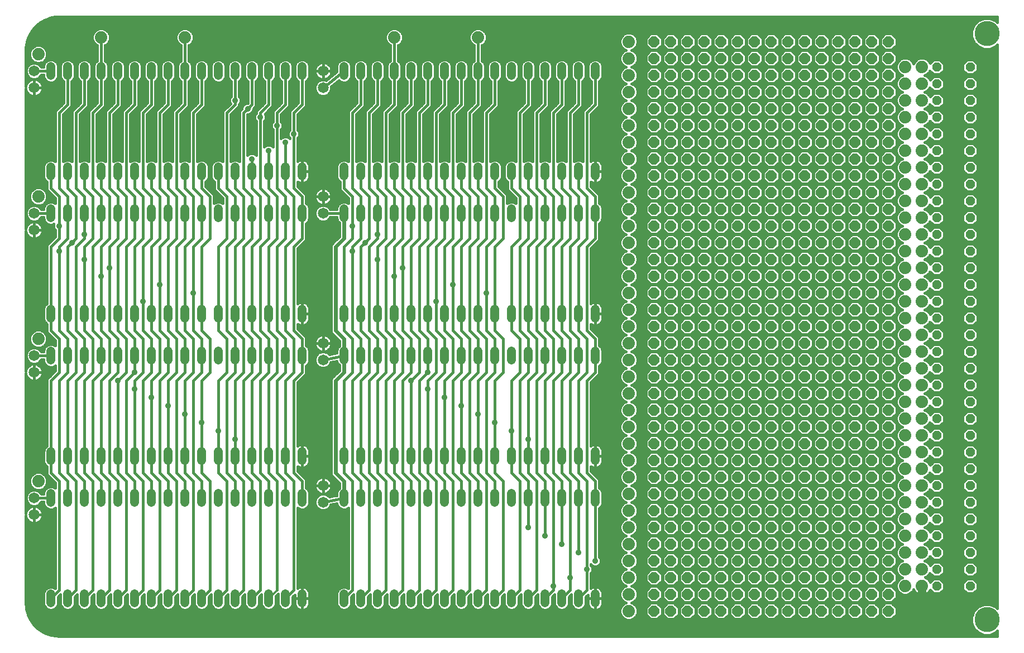
<source format=gbl>
G75*
%MOIN*%
%OFA0B0*%
%FSLAX24Y24*%
%IPPOS*%
%LPD*%
%AMOC8*
5,1,8,0,0,1.08239X$1,22.5*
%
%ADD10C,0.0520*%
%ADD11C,0.0650*%
%ADD12C,0.0740*%
%ADD13OC8,0.0560*%
%ADD14C,0.1502*%
%ADD15C,0.0160*%
%ADD16C,0.0357*%
%ADD17C,0.0240*%
%ADD18C,0.0500*%
%ADD19C,0.0100*%
%ADD20OC8,0.0650*%
D10*
X003440Y003295D02*
X003440Y003815D01*
X004440Y003815D02*
X004440Y003295D01*
X005440Y003295D02*
X005440Y003815D01*
X006440Y003815D02*
X006440Y003295D01*
X007440Y003295D02*
X007440Y003815D01*
X008440Y003815D02*
X008440Y003295D01*
X009440Y003295D02*
X009440Y003815D01*
X010440Y003815D02*
X010440Y003295D01*
X011440Y003295D02*
X011440Y003815D01*
X012440Y003815D02*
X012440Y003295D01*
X013440Y003295D02*
X013440Y003815D01*
X014440Y003815D02*
X014440Y003295D01*
X015440Y003295D02*
X015440Y003815D01*
X016440Y003815D02*
X016440Y003295D01*
X017440Y003295D02*
X017440Y003815D01*
X018440Y003815D02*
X018440Y003295D01*
X020940Y003295D02*
X020940Y003815D01*
X021940Y003815D02*
X021940Y003295D01*
X022940Y003295D02*
X022940Y003815D01*
X023940Y003815D02*
X023940Y003295D01*
X024940Y003295D02*
X024940Y003815D01*
X025940Y003815D02*
X025940Y003295D01*
X026940Y003295D02*
X026940Y003815D01*
X027940Y003815D02*
X027940Y003295D01*
X028940Y003295D02*
X028940Y003815D01*
X029940Y003815D02*
X029940Y003295D01*
X030940Y003295D02*
X030940Y003815D01*
X031940Y003815D02*
X031940Y003295D01*
X032940Y003295D02*
X032940Y003815D01*
X033940Y003815D02*
X033940Y003295D01*
X034940Y003295D02*
X034940Y003815D01*
X035940Y003815D02*
X035940Y003295D01*
X035940Y009295D02*
X035940Y009815D01*
X034940Y009815D02*
X034940Y009295D01*
X033940Y009295D02*
X033940Y009815D01*
X032940Y009815D02*
X032940Y009295D01*
X031940Y009295D02*
X031940Y009815D01*
X030940Y009815D02*
X030940Y009295D01*
X029940Y009295D02*
X029940Y009815D01*
X028940Y009815D02*
X028940Y009295D01*
X027940Y009295D02*
X027940Y009815D01*
X026940Y009815D02*
X026940Y009295D01*
X025940Y009295D02*
X025940Y009815D01*
X024940Y009815D02*
X024940Y009295D01*
X023940Y009295D02*
X023940Y009815D01*
X022940Y009815D02*
X022940Y009295D01*
X021940Y009295D02*
X021940Y009815D01*
X020940Y009815D02*
X020940Y009295D01*
X018440Y009295D02*
X018440Y009815D01*
X017440Y009815D02*
X017440Y009295D01*
X016440Y009295D02*
X016440Y009815D01*
X015440Y009815D02*
X015440Y009295D01*
X014440Y009295D02*
X014440Y009815D01*
X013440Y009815D02*
X013440Y009295D01*
X012440Y009295D02*
X012440Y009815D01*
X011440Y009815D02*
X011440Y009295D01*
X010440Y009295D02*
X010440Y009815D01*
X009440Y009815D02*
X009440Y009295D01*
X008440Y009295D02*
X008440Y009815D01*
X007440Y009815D02*
X007440Y009295D01*
X006440Y009295D02*
X006440Y009815D01*
X005440Y009815D02*
X005440Y009295D01*
X004440Y009295D02*
X004440Y009815D01*
X003440Y009815D02*
X003440Y009295D01*
X003440Y011795D02*
X003440Y012315D01*
X004440Y012315D02*
X004440Y011795D01*
X005440Y011795D02*
X005440Y012315D01*
X006440Y012315D02*
X006440Y011795D01*
X007440Y011795D02*
X007440Y012315D01*
X008440Y012315D02*
X008440Y011795D01*
X009440Y011795D02*
X009440Y012315D01*
X010440Y012315D02*
X010440Y011795D01*
X011440Y011795D02*
X011440Y012315D01*
X012440Y012315D02*
X012440Y011795D01*
X013440Y011795D02*
X013440Y012315D01*
X014440Y012315D02*
X014440Y011795D01*
X015440Y011795D02*
X015440Y012315D01*
X016440Y012315D02*
X016440Y011795D01*
X017440Y011795D02*
X017440Y012315D01*
X018440Y012315D02*
X018440Y011795D01*
X020940Y011795D02*
X020940Y012315D01*
X021940Y012315D02*
X021940Y011795D01*
X022940Y011795D02*
X022940Y012315D01*
X023940Y012315D02*
X023940Y011795D01*
X024940Y011795D02*
X024940Y012315D01*
X025940Y012315D02*
X025940Y011795D01*
X026940Y011795D02*
X026940Y012315D01*
X027940Y012315D02*
X027940Y011795D01*
X028940Y011795D02*
X028940Y012315D01*
X029940Y012315D02*
X029940Y011795D01*
X030940Y011795D02*
X030940Y012315D01*
X031940Y012315D02*
X031940Y011795D01*
X032940Y011795D02*
X032940Y012315D01*
X033940Y012315D02*
X033940Y011795D01*
X034940Y011795D02*
X034940Y012315D01*
X035940Y012315D02*
X035940Y011795D01*
X035940Y017795D02*
X035940Y018315D01*
X034940Y018315D02*
X034940Y017795D01*
X033940Y017795D02*
X033940Y018315D01*
X032940Y018315D02*
X032940Y017795D01*
X031940Y017795D02*
X031940Y018315D01*
X030940Y018315D02*
X030940Y017795D01*
X029940Y017795D02*
X029940Y018315D01*
X028940Y018315D02*
X028940Y017795D01*
X027940Y017795D02*
X027940Y018315D01*
X026940Y018315D02*
X026940Y017795D01*
X025940Y017795D02*
X025940Y018315D01*
X024940Y018315D02*
X024940Y017795D01*
X023940Y017795D02*
X023940Y018315D01*
X022940Y018315D02*
X022940Y017795D01*
X021940Y017795D02*
X021940Y018315D01*
X020940Y018315D02*
X020940Y017795D01*
X018440Y017795D02*
X018440Y018315D01*
X017440Y018315D02*
X017440Y017795D01*
X016440Y017795D02*
X016440Y018315D01*
X015440Y018315D02*
X015440Y017795D01*
X014440Y017795D02*
X014440Y018315D01*
X013440Y018315D02*
X013440Y017795D01*
X012440Y017795D02*
X012440Y018315D01*
X011440Y018315D02*
X011440Y017795D01*
X010440Y017795D02*
X010440Y018315D01*
X009440Y018315D02*
X009440Y017795D01*
X008440Y017795D02*
X008440Y018315D01*
X007440Y018315D02*
X007440Y017795D01*
X006440Y017795D02*
X006440Y018315D01*
X005440Y018315D02*
X005440Y017795D01*
X004440Y017795D02*
X004440Y018315D01*
X003440Y018315D02*
X003440Y017795D01*
X003440Y020295D02*
X003440Y020815D01*
X004440Y020815D02*
X004440Y020295D01*
X005440Y020295D02*
X005440Y020815D01*
X006440Y020815D02*
X006440Y020295D01*
X007440Y020295D02*
X007440Y020815D01*
X008440Y020815D02*
X008440Y020295D01*
X009440Y020295D02*
X009440Y020815D01*
X010440Y020815D02*
X010440Y020295D01*
X011440Y020295D02*
X011440Y020815D01*
X012440Y020815D02*
X012440Y020295D01*
X013440Y020295D02*
X013440Y020815D01*
X014440Y020815D02*
X014440Y020295D01*
X015440Y020295D02*
X015440Y020815D01*
X016440Y020815D02*
X016440Y020295D01*
X017440Y020295D02*
X017440Y020815D01*
X018440Y020815D02*
X018440Y020295D01*
X020940Y020295D02*
X020940Y020815D01*
X021940Y020815D02*
X021940Y020295D01*
X022940Y020295D02*
X022940Y020815D01*
X023940Y020815D02*
X023940Y020295D01*
X024940Y020295D02*
X024940Y020815D01*
X025940Y020815D02*
X025940Y020295D01*
X026940Y020295D02*
X026940Y020815D01*
X027940Y020815D02*
X027940Y020295D01*
X028940Y020295D02*
X028940Y020815D01*
X029940Y020815D02*
X029940Y020295D01*
X030940Y020295D02*
X030940Y020815D01*
X031940Y020815D02*
X031940Y020295D01*
X032940Y020295D02*
X032940Y020815D01*
X033940Y020815D02*
X033940Y020295D01*
X034940Y020295D02*
X034940Y020815D01*
X035940Y020815D02*
X035940Y020295D01*
X035940Y026295D02*
X035940Y026815D01*
X034940Y026815D02*
X034940Y026295D01*
X033940Y026295D02*
X033940Y026815D01*
X032940Y026815D02*
X032940Y026295D01*
X031940Y026295D02*
X031940Y026815D01*
X030940Y026815D02*
X030940Y026295D01*
X029940Y026295D02*
X029940Y026815D01*
X028940Y026815D02*
X028940Y026295D01*
X027940Y026295D02*
X027940Y026815D01*
X026940Y026815D02*
X026940Y026295D01*
X025940Y026295D02*
X025940Y026815D01*
X024940Y026815D02*
X024940Y026295D01*
X023940Y026295D02*
X023940Y026815D01*
X022940Y026815D02*
X022940Y026295D01*
X021940Y026295D02*
X021940Y026815D01*
X020940Y026815D02*
X020940Y026295D01*
X018440Y026295D02*
X018440Y026815D01*
X017440Y026815D02*
X017440Y026295D01*
X016440Y026295D02*
X016440Y026815D01*
X015440Y026815D02*
X015440Y026295D01*
X014440Y026295D02*
X014440Y026815D01*
X013440Y026815D02*
X013440Y026295D01*
X012440Y026295D02*
X012440Y026815D01*
X011440Y026815D02*
X011440Y026295D01*
X010440Y026295D02*
X010440Y026815D01*
X009440Y026815D02*
X009440Y026295D01*
X008440Y026295D02*
X008440Y026815D01*
X007440Y026815D02*
X007440Y026295D01*
X006440Y026295D02*
X006440Y026815D01*
X005440Y026815D02*
X005440Y026295D01*
X004440Y026295D02*
X004440Y026815D01*
X003440Y026815D02*
X003440Y026295D01*
X003440Y028795D02*
X003440Y029315D01*
X004440Y029315D02*
X004440Y028795D01*
X005440Y028795D02*
X005440Y029315D01*
X006440Y029315D02*
X006440Y028795D01*
X007440Y028795D02*
X007440Y029315D01*
X008440Y029315D02*
X008440Y028795D01*
X009440Y028795D02*
X009440Y029315D01*
X010440Y029315D02*
X010440Y028795D01*
X011440Y028795D02*
X011440Y029315D01*
X012440Y029315D02*
X012440Y028795D01*
X013440Y028795D02*
X013440Y029315D01*
X014440Y029315D02*
X014440Y028795D01*
X015440Y028795D02*
X015440Y029315D01*
X016440Y029315D02*
X016440Y028795D01*
X017440Y028795D02*
X017440Y029315D01*
X018440Y029315D02*
X018440Y028795D01*
X020940Y028795D02*
X020940Y029315D01*
X021940Y029315D02*
X021940Y028795D01*
X022940Y028795D02*
X022940Y029315D01*
X023940Y029315D02*
X023940Y028795D01*
X024940Y028795D02*
X024940Y029315D01*
X025940Y029315D02*
X025940Y028795D01*
X026940Y028795D02*
X026940Y029315D01*
X027940Y029315D02*
X027940Y028795D01*
X028940Y028795D02*
X028940Y029315D01*
X029940Y029315D02*
X029940Y028795D01*
X030940Y028795D02*
X030940Y029315D01*
X031940Y029315D02*
X031940Y028795D01*
X032940Y028795D02*
X032940Y029315D01*
X033940Y029315D02*
X033940Y028795D01*
X034940Y028795D02*
X034940Y029315D01*
X035940Y029315D02*
X035940Y028795D01*
X035940Y034795D02*
X035940Y035315D01*
X034940Y035315D02*
X034940Y034795D01*
X033940Y034795D02*
X033940Y035315D01*
X032940Y035315D02*
X032940Y034795D01*
X031940Y034795D02*
X031940Y035315D01*
X030940Y035315D02*
X030940Y034795D01*
X029940Y034795D02*
X029940Y035315D01*
X028940Y035315D02*
X028940Y034795D01*
X027940Y034795D02*
X027940Y035315D01*
X026940Y035315D02*
X026940Y034795D01*
X025940Y034795D02*
X025940Y035315D01*
X024940Y035315D02*
X024940Y034795D01*
X023940Y034795D02*
X023940Y035315D01*
X022940Y035315D02*
X022940Y034795D01*
X021940Y034795D02*
X021940Y035315D01*
X020940Y035315D02*
X020940Y034795D01*
X018440Y034795D02*
X018440Y035315D01*
X017440Y035315D02*
X017440Y034795D01*
X016440Y034795D02*
X016440Y035315D01*
X015440Y035315D02*
X015440Y034795D01*
X014440Y034795D02*
X014440Y035315D01*
X013440Y035315D02*
X013440Y034795D01*
X012440Y034795D02*
X012440Y035315D01*
X011440Y035315D02*
X011440Y034795D01*
X010440Y034795D02*
X010440Y035315D01*
X009440Y035315D02*
X009440Y034795D01*
X008440Y034795D02*
X008440Y035315D01*
X007440Y035315D02*
X007440Y034795D01*
X006440Y034795D02*
X006440Y035315D01*
X005440Y035315D02*
X005440Y034795D01*
X004440Y034795D02*
X004440Y035315D01*
X003440Y035315D02*
X003440Y034795D01*
D11*
X002440Y035055D03*
X002440Y034055D03*
X002440Y026555D03*
X002440Y025555D03*
X002440Y018055D03*
X002440Y017055D03*
X002440Y009555D03*
X002440Y008555D03*
X019690Y009305D03*
X019690Y010305D03*
X019690Y017805D03*
X019690Y018805D03*
X019690Y026555D03*
X019690Y027555D03*
X019690Y034055D03*
X019690Y035055D03*
D12*
X023940Y037055D03*
X028940Y037055D03*
X037940Y036805D03*
X037940Y035805D03*
X037940Y034805D03*
X037940Y033805D03*
X037940Y032805D03*
X037940Y031805D03*
X037940Y030805D03*
X037940Y029805D03*
X037940Y028805D03*
X037940Y027805D03*
X037940Y026805D03*
X037940Y025805D03*
X037940Y024805D03*
X037940Y023805D03*
X037940Y022805D03*
X037940Y021805D03*
X037940Y020805D03*
X037940Y019805D03*
X037940Y018805D03*
X037940Y017805D03*
X037940Y016805D03*
X037940Y015805D03*
X037940Y014805D03*
X037940Y013805D03*
X037940Y012805D03*
X037940Y011805D03*
X037940Y010805D03*
X037940Y009805D03*
X037940Y008805D03*
X037940Y007805D03*
X037940Y006805D03*
X037940Y005805D03*
X037940Y004805D03*
X037940Y003805D03*
X037940Y002805D03*
X054440Y004305D03*
X055440Y004305D03*
X055440Y005305D03*
X055440Y006305D03*
X054440Y006305D03*
X054440Y005305D03*
X054440Y007305D03*
X054440Y008305D03*
X055440Y008305D03*
X055440Y007305D03*
X055440Y009305D03*
X054440Y009305D03*
X054440Y010305D03*
X054440Y011305D03*
X055440Y011305D03*
X055440Y010305D03*
X055440Y012305D03*
X055440Y013305D03*
X054440Y013305D03*
X054440Y012305D03*
X054440Y014305D03*
X054440Y015305D03*
X055440Y015305D03*
X055440Y014305D03*
X055440Y016305D03*
X055440Y017305D03*
X054440Y017305D03*
X054440Y016305D03*
X054440Y018305D03*
X054440Y019305D03*
X055440Y019305D03*
X055440Y018305D03*
X055440Y020305D03*
X055440Y021305D03*
X054440Y021305D03*
X054440Y020305D03*
X054440Y022305D03*
X054440Y023305D03*
X055440Y023305D03*
X055440Y022305D03*
X055440Y024305D03*
X055440Y025305D03*
X054440Y025305D03*
X054440Y024305D03*
X054440Y026305D03*
X054440Y027305D03*
X055440Y027305D03*
X055440Y026305D03*
X055440Y028305D03*
X054440Y028305D03*
X054440Y029305D03*
X054440Y030305D03*
X055440Y030305D03*
X055440Y029305D03*
X055440Y031305D03*
X055440Y032305D03*
X054440Y032305D03*
X054440Y031305D03*
X054440Y033305D03*
X054440Y034305D03*
X055440Y034305D03*
X055440Y033305D03*
X055440Y035305D03*
X054440Y035305D03*
X011440Y037055D03*
X006440Y037055D03*
X002690Y036055D03*
X002690Y027555D03*
X002690Y019055D03*
X002690Y010555D03*
D13*
X056322Y010290D03*
X056322Y009290D03*
X056322Y008290D03*
X056322Y007290D03*
X056322Y006290D03*
X056322Y005290D03*
X056322Y004290D03*
X058322Y004290D03*
X058322Y005290D03*
X058322Y006290D03*
X058322Y007290D03*
X058322Y008290D03*
X058322Y009290D03*
X058322Y010290D03*
X058322Y011290D03*
X058322Y012290D03*
X058322Y013290D03*
X058322Y014290D03*
X058322Y015290D03*
X058322Y016290D03*
X058322Y017290D03*
X058322Y018290D03*
X058322Y019290D03*
X058322Y020290D03*
X058322Y021290D03*
X058322Y022290D03*
X058322Y023290D03*
X058322Y024290D03*
X058322Y025290D03*
X058322Y026290D03*
X058322Y027290D03*
X058322Y028290D03*
X058322Y029290D03*
X058322Y030290D03*
X058322Y031290D03*
X058322Y032290D03*
X058322Y033290D03*
X058322Y034290D03*
X058322Y035290D03*
X056322Y035290D03*
X056322Y034290D03*
X056322Y033290D03*
X056322Y032290D03*
X056322Y031290D03*
X056322Y030290D03*
X056322Y029290D03*
X056322Y028290D03*
X056322Y027290D03*
X056322Y026290D03*
X056322Y025290D03*
X056322Y024290D03*
X056322Y023290D03*
X056322Y022290D03*
X056322Y021290D03*
X056322Y020290D03*
X056322Y019290D03*
X056322Y018290D03*
X056322Y017290D03*
X056322Y016290D03*
X056322Y015290D03*
X056322Y014290D03*
X056322Y013290D03*
X056322Y012290D03*
X056322Y011290D03*
D14*
X059322Y002290D03*
X059322Y037290D03*
D15*
X002443Y001978D02*
X002294Y002168D01*
X002170Y002375D01*
X002070Y002595D01*
X001999Y002826D01*
X001955Y003063D01*
X001940Y003305D01*
X001940Y008483D01*
X001948Y008436D01*
X001972Y008361D01*
X002009Y008290D01*
X002055Y008226D01*
X002111Y008169D01*
X002176Y008123D01*
X002247Y008087D01*
X002322Y008062D01*
X002401Y008050D01*
X002440Y008050D01*
X002440Y008555D01*
X002440Y009060D01*
X002401Y009060D01*
X002322Y009047D01*
X002247Y009023D01*
X002176Y008986D01*
X002111Y008940D01*
X002055Y008884D01*
X002009Y008819D01*
X001972Y008748D01*
X001948Y008673D01*
X001940Y008626D01*
X001940Y016983D01*
X001948Y016936D01*
X001972Y016861D01*
X002009Y016790D01*
X002055Y016726D01*
X002111Y016669D01*
X002176Y016623D01*
X002247Y016587D01*
X002322Y016562D01*
X002401Y016550D01*
X002440Y016550D01*
X002440Y017055D01*
X002440Y017560D01*
X002401Y017560D01*
X002322Y017547D01*
X002247Y017523D01*
X002176Y017486D01*
X002111Y017440D01*
X002055Y017384D01*
X002009Y017319D01*
X001972Y017248D01*
X001948Y017173D01*
X001940Y017126D01*
X001940Y025483D01*
X001948Y025436D01*
X001972Y025361D01*
X002009Y025290D01*
X002055Y025226D01*
X002111Y025169D01*
X002176Y025123D01*
X002247Y025087D01*
X002322Y025062D01*
X002401Y025050D01*
X002440Y025050D01*
X002440Y025555D01*
X002440Y026060D01*
X002401Y026060D01*
X002322Y026047D01*
X002247Y026023D01*
X002176Y025986D01*
X002111Y025940D01*
X002055Y025884D01*
X002009Y025819D01*
X001972Y025748D01*
X001948Y025673D01*
X001940Y025626D01*
X001940Y033983D01*
X001948Y033936D01*
X001972Y033861D01*
X002009Y033790D01*
X002055Y033726D01*
X002111Y033669D01*
X002176Y033623D01*
X002247Y033587D01*
X002322Y033562D01*
X002401Y033550D01*
X002440Y033550D01*
X002440Y034055D01*
X002440Y034560D01*
X002401Y034560D01*
X002322Y034547D01*
X002247Y034523D01*
X002176Y034486D01*
X002111Y034440D01*
X002055Y034384D01*
X002009Y034319D01*
X001972Y034248D01*
X001948Y034173D01*
X001940Y034126D01*
X001940Y036305D01*
X001955Y036546D01*
X001999Y036783D01*
X002070Y037014D01*
X002170Y037234D01*
X002294Y037441D01*
X002443Y037631D01*
X002614Y037802D01*
X002804Y037951D01*
X003011Y038075D01*
X003231Y038175D01*
X003462Y038246D01*
X003699Y038290D01*
X003940Y038305D01*
X059942Y038305D01*
X059942Y037959D01*
X059838Y038062D01*
X059503Y038201D01*
X059141Y038201D01*
X058806Y038062D01*
X058549Y037806D01*
X058411Y037471D01*
X058411Y037109D01*
X058549Y036774D01*
X058806Y036518D01*
X059141Y036379D01*
X059503Y036379D01*
X059838Y036518D01*
X059942Y036621D01*
X059942Y002959D01*
X059838Y003062D01*
X059503Y003201D01*
X059141Y003201D01*
X058806Y003062D01*
X058549Y002806D01*
X058411Y002471D01*
X058411Y002109D01*
X058549Y001774D01*
X058806Y001518D01*
X059141Y001379D01*
X059503Y001379D01*
X059838Y001518D01*
X059942Y001621D01*
X059942Y001305D01*
X003940Y001305D01*
X003699Y001319D01*
X003462Y001363D01*
X003231Y001435D01*
X003011Y001534D01*
X002804Y001659D01*
X002614Y001808D01*
X002443Y001978D01*
X002478Y001944D02*
X058479Y001944D01*
X058413Y002102D02*
X002346Y002102D01*
X002239Y002261D02*
X058411Y002261D01*
X058411Y002419D02*
X053741Y002419D01*
X053641Y002320D02*
X053925Y002604D01*
X053925Y003005D01*
X053641Y003289D01*
X053240Y003289D01*
X052956Y003005D01*
X052956Y002604D01*
X053240Y002320D01*
X053641Y002320D01*
X053899Y002578D02*
X058455Y002578D01*
X058520Y002736D02*
X053925Y002736D01*
X053925Y002895D02*
X058638Y002895D01*
X058796Y003053D02*
X053878Y003053D01*
X053719Y003212D02*
X059942Y003212D01*
X059942Y003370D02*
X053692Y003370D01*
X053641Y003320D02*
X053925Y003604D01*
X053925Y004005D01*
X053641Y004289D01*
X053240Y004289D01*
X052956Y004005D01*
X052956Y003604D01*
X053240Y003320D01*
X053641Y003320D01*
X053850Y003529D02*
X059942Y003529D01*
X059942Y003687D02*
X053925Y003687D01*
X053925Y003846D02*
X054164Y003846D01*
X054140Y003855D02*
X054335Y003775D01*
X054546Y003775D01*
X054741Y003855D01*
X054890Y004004D01*
X054929Y004099D01*
X054931Y004093D01*
X054970Y004016D01*
X055021Y003946D01*
X055082Y003885D01*
X055152Y003834D01*
X055229Y003795D01*
X055312Y003768D01*
X055397Y003755D01*
X055420Y003755D01*
X055420Y004285D01*
X055460Y004285D01*
X055460Y003755D01*
X055484Y003755D01*
X055569Y003768D01*
X055652Y003795D01*
X055729Y003834D01*
X055799Y003885D01*
X055860Y003946D01*
X055911Y004016D01*
X055932Y004058D01*
X056140Y003850D01*
X056504Y003850D01*
X056762Y004108D01*
X056762Y004472D01*
X056504Y004730D01*
X056140Y004730D01*
X055942Y004532D01*
X055911Y004593D01*
X055860Y004663D01*
X055799Y004724D01*
X055729Y004775D01*
X055652Y004814D01*
X055646Y004816D01*
X055741Y004855D01*
X055890Y005004D01*
X055918Y005072D01*
X056140Y004850D01*
X056504Y004850D01*
X056762Y005108D01*
X056762Y005472D01*
X056504Y005730D01*
X056140Y005730D01*
X055926Y005517D01*
X055890Y005605D01*
X055741Y005754D01*
X055618Y005805D01*
X055741Y005855D01*
X055890Y006004D01*
X055918Y006072D01*
X056140Y005850D01*
X056504Y005850D01*
X056762Y006108D01*
X056762Y006472D01*
X056504Y006730D01*
X056140Y006730D01*
X055926Y006517D01*
X055890Y006605D01*
X055741Y006754D01*
X055618Y006805D01*
X055741Y006855D01*
X055890Y007004D01*
X055918Y007072D01*
X056140Y006850D01*
X056504Y006850D01*
X056762Y007108D01*
X056762Y007472D01*
X056504Y007730D01*
X056140Y007730D01*
X055926Y007517D01*
X055890Y007605D01*
X055741Y007754D01*
X055618Y007805D01*
X055741Y007855D01*
X055890Y008004D01*
X055918Y008072D01*
X056140Y007850D01*
X056504Y007850D01*
X056762Y008108D01*
X056762Y008472D01*
X056504Y008730D01*
X056140Y008730D01*
X055926Y008517D01*
X055890Y008605D01*
X055741Y008754D01*
X055618Y008805D01*
X055741Y008855D01*
X055890Y009004D01*
X055918Y009072D01*
X056140Y008850D01*
X056504Y008850D01*
X056762Y009108D01*
X056762Y009472D01*
X056504Y009730D01*
X056140Y009730D01*
X055926Y009517D01*
X055890Y009605D01*
X055741Y009754D01*
X055618Y009805D01*
X055741Y009855D01*
X055890Y010004D01*
X055918Y010072D01*
X056140Y009850D01*
X056504Y009850D01*
X056762Y010108D01*
X056762Y010472D01*
X056504Y010730D01*
X056140Y010730D01*
X055926Y010517D01*
X055890Y010605D01*
X055741Y010754D01*
X055618Y010805D01*
X055741Y010855D01*
X055890Y011004D01*
X055918Y011072D01*
X056140Y010850D01*
X056504Y010850D01*
X056762Y011108D01*
X056762Y011472D01*
X056504Y011730D01*
X056140Y011730D01*
X055926Y011517D01*
X055890Y011605D01*
X055741Y011754D01*
X055618Y011805D01*
X055741Y011855D01*
X055890Y012004D01*
X055918Y012072D01*
X056140Y011850D01*
X056504Y011850D01*
X056762Y012108D01*
X056762Y012472D01*
X056504Y012730D01*
X056140Y012730D01*
X055926Y012517D01*
X055890Y012605D01*
X055741Y012754D01*
X055618Y012805D01*
X055741Y012855D01*
X055890Y013004D01*
X055918Y013072D01*
X056140Y012850D01*
X056504Y012850D01*
X056762Y013108D01*
X056762Y013472D01*
X056504Y013730D01*
X056140Y013730D01*
X055926Y013517D01*
X055890Y013605D01*
X055741Y013754D01*
X055618Y013805D01*
X055741Y013855D01*
X055890Y014004D01*
X055918Y014072D01*
X056140Y013850D01*
X056504Y013850D01*
X056762Y014108D01*
X056762Y014472D01*
X056504Y014730D01*
X056140Y014730D01*
X055926Y014517D01*
X055890Y014605D01*
X055741Y014754D01*
X055618Y014805D01*
X055741Y014855D01*
X055890Y015004D01*
X055918Y015072D01*
X056140Y014850D01*
X056504Y014850D01*
X056762Y015108D01*
X056762Y015472D01*
X056504Y015730D01*
X056140Y015730D01*
X055926Y015517D01*
X055890Y015605D01*
X055741Y015754D01*
X055618Y015805D01*
X055741Y015855D01*
X055890Y016004D01*
X055918Y016072D01*
X056140Y015850D01*
X056504Y015850D01*
X056762Y016108D01*
X056762Y016472D01*
X056504Y016730D01*
X056140Y016730D01*
X055926Y016517D01*
X055890Y016605D01*
X055741Y016754D01*
X055618Y016805D01*
X055741Y016855D01*
X055890Y017004D01*
X055918Y017072D01*
X056140Y016850D01*
X056504Y016850D01*
X056762Y017108D01*
X056762Y017472D01*
X056504Y017730D01*
X056140Y017730D01*
X055926Y017517D01*
X055890Y017605D01*
X055741Y017754D01*
X055618Y017805D01*
X055741Y017855D01*
X055890Y018004D01*
X055918Y018072D01*
X056140Y017850D01*
X056504Y017850D01*
X056762Y018108D01*
X056762Y018472D01*
X056504Y018730D01*
X056140Y018730D01*
X055926Y018517D01*
X055890Y018605D01*
X055741Y018754D01*
X055618Y018805D01*
X055741Y018855D01*
X055890Y019004D01*
X055918Y019072D01*
X056140Y018850D01*
X056504Y018850D01*
X056762Y019108D01*
X056762Y019472D01*
X056504Y019730D01*
X056140Y019730D01*
X055926Y019517D01*
X055890Y019605D01*
X055741Y019754D01*
X055618Y019805D01*
X055741Y019855D01*
X055890Y020004D01*
X055918Y020072D01*
X056140Y019850D01*
X056504Y019850D01*
X056762Y020108D01*
X056762Y020472D01*
X056504Y020730D01*
X056140Y020730D01*
X055926Y020517D01*
X055890Y020605D01*
X055741Y020754D01*
X055618Y020805D01*
X055741Y020855D01*
X055890Y021004D01*
X055918Y021072D01*
X056140Y020850D01*
X056504Y020850D01*
X056762Y021108D01*
X056762Y021472D01*
X056504Y021730D01*
X056140Y021730D01*
X055926Y021517D01*
X055890Y021605D01*
X055741Y021754D01*
X055618Y021805D01*
X055741Y021855D01*
X055890Y022004D01*
X055918Y022072D01*
X056140Y021850D01*
X056504Y021850D01*
X056762Y022108D01*
X056762Y022472D01*
X056504Y022730D01*
X056140Y022730D01*
X055926Y022517D01*
X055890Y022605D01*
X055741Y022754D01*
X055618Y022805D01*
X055741Y022855D01*
X055890Y023004D01*
X055918Y023072D01*
X056140Y022850D01*
X056504Y022850D01*
X056762Y023108D01*
X056762Y023472D01*
X056504Y023730D01*
X056140Y023730D01*
X055926Y023517D01*
X055890Y023605D01*
X055741Y023754D01*
X055618Y023805D01*
X055741Y023855D01*
X055890Y024004D01*
X055918Y024072D01*
X056140Y023850D01*
X056504Y023850D01*
X056762Y024108D01*
X056762Y024472D01*
X056504Y024730D01*
X056140Y024730D01*
X055926Y024517D01*
X055890Y024605D01*
X055741Y024754D01*
X055618Y024805D01*
X055741Y024855D01*
X055890Y025004D01*
X055918Y025072D01*
X056140Y024850D01*
X056504Y024850D01*
X056762Y025108D01*
X056762Y025472D01*
X056504Y025730D01*
X056140Y025730D01*
X055926Y025517D01*
X055890Y025605D01*
X055741Y025754D01*
X055618Y025805D01*
X055741Y025855D01*
X055890Y026004D01*
X055918Y026072D01*
X056140Y025850D01*
X056504Y025850D01*
X056762Y026108D01*
X056762Y026472D01*
X056504Y026730D01*
X056140Y026730D01*
X055926Y026517D01*
X055890Y026605D01*
X055741Y026754D01*
X055618Y026805D01*
X055741Y026855D01*
X055890Y027004D01*
X055918Y027072D01*
X056140Y026850D01*
X056504Y026850D01*
X056762Y027108D01*
X056762Y027472D01*
X056504Y027730D01*
X056140Y027730D01*
X055926Y027517D01*
X055890Y027605D01*
X055741Y027754D01*
X055618Y027805D01*
X055741Y027855D01*
X055890Y028004D01*
X055918Y028072D01*
X056140Y027850D01*
X056504Y027850D01*
X056762Y028108D01*
X056762Y028472D01*
X056504Y028730D01*
X056140Y028730D01*
X055926Y028517D01*
X055890Y028605D01*
X055741Y028754D01*
X055618Y028805D01*
X055741Y028855D01*
X055890Y029004D01*
X055918Y029072D01*
X056140Y028850D01*
X056504Y028850D01*
X056762Y029108D01*
X056762Y029472D01*
X056504Y029730D01*
X056140Y029730D01*
X055926Y029517D01*
X055890Y029605D01*
X055741Y029754D01*
X055618Y029805D01*
X055741Y029855D01*
X055890Y030004D01*
X055918Y030072D01*
X056140Y029850D01*
X056504Y029850D01*
X056762Y030108D01*
X056762Y030472D01*
X056504Y030730D01*
X056140Y030730D01*
X055926Y030517D01*
X055890Y030605D01*
X055741Y030754D01*
X055618Y030805D01*
X055741Y030855D01*
X055890Y031004D01*
X055918Y031072D01*
X056140Y030850D01*
X056504Y030850D01*
X056762Y031108D01*
X056762Y031472D01*
X056504Y031730D01*
X056140Y031730D01*
X055926Y031517D01*
X055890Y031605D01*
X055741Y031754D01*
X055618Y031805D01*
X055741Y031855D01*
X055890Y032004D01*
X055918Y032072D01*
X056140Y031850D01*
X056504Y031850D01*
X056762Y032108D01*
X056762Y032472D01*
X056504Y032730D01*
X056140Y032730D01*
X055926Y032517D01*
X055890Y032605D01*
X055741Y032754D01*
X055618Y032805D01*
X055741Y032855D01*
X055890Y033004D01*
X055918Y033072D01*
X056140Y032850D01*
X056504Y032850D01*
X056762Y033108D01*
X056762Y033472D01*
X056504Y033730D01*
X056140Y033730D01*
X055926Y033517D01*
X055890Y033605D01*
X055741Y033754D01*
X055618Y033805D01*
X055741Y033855D01*
X055890Y034004D01*
X055918Y034072D01*
X056140Y033850D01*
X056504Y033850D01*
X056762Y034108D01*
X056762Y034472D01*
X056504Y034730D01*
X056140Y034730D01*
X055926Y034517D01*
X055890Y034605D01*
X055741Y034754D01*
X055618Y034805D01*
X055741Y034855D01*
X055890Y035004D01*
X055918Y035072D01*
X056140Y034850D01*
X056504Y034850D01*
X056762Y035108D01*
X056762Y035472D01*
X056504Y035730D01*
X056140Y035730D01*
X055926Y035517D01*
X055890Y035605D01*
X055741Y035754D01*
X055546Y035835D01*
X055335Y035835D01*
X055140Y035754D01*
X054991Y035605D01*
X054940Y035482D01*
X054890Y035605D01*
X054741Y035754D01*
X054546Y035835D01*
X054335Y035835D01*
X054140Y035754D01*
X053991Y035605D01*
X053910Y035410D01*
X053910Y035199D01*
X053991Y035004D01*
X054140Y034855D01*
X054263Y034805D01*
X054140Y034754D01*
X053991Y034605D01*
X053910Y034410D01*
X053910Y034199D01*
X053991Y034004D01*
X054140Y033855D01*
X054263Y033805D01*
X054140Y033754D01*
X053991Y033605D01*
X053910Y033410D01*
X053910Y033199D01*
X053991Y033004D01*
X054140Y032855D01*
X054263Y032805D01*
X054140Y032754D01*
X053991Y032605D01*
X053910Y032410D01*
X053910Y032199D01*
X053991Y032004D01*
X054140Y031855D01*
X054263Y031805D01*
X054140Y031754D01*
X053991Y031605D01*
X053910Y031410D01*
X053910Y031199D01*
X053991Y031004D01*
X054140Y030855D01*
X054263Y030805D01*
X054140Y030754D01*
X053991Y030605D01*
X053910Y030410D01*
X053910Y030199D01*
X053991Y030004D01*
X054140Y029855D01*
X054263Y029805D01*
X054140Y029754D01*
X053991Y029605D01*
X053910Y029410D01*
X053910Y029199D01*
X053991Y029004D01*
X054140Y028855D01*
X054263Y028805D01*
X054140Y028754D01*
X053991Y028605D01*
X053910Y028410D01*
X053910Y028199D01*
X053991Y028004D01*
X054140Y027855D01*
X054263Y027805D01*
X054140Y027754D01*
X053991Y027605D01*
X053910Y027410D01*
X053910Y027199D01*
X053991Y027004D01*
X054140Y026855D01*
X054263Y026805D01*
X054140Y026754D01*
X053991Y026605D01*
X053910Y026410D01*
X053910Y026199D01*
X053991Y026004D01*
X054140Y025855D01*
X054263Y025805D01*
X054140Y025754D01*
X053991Y025605D01*
X053910Y025410D01*
X053910Y025199D01*
X053991Y025004D01*
X054140Y024855D01*
X054263Y024805D01*
X054140Y024754D01*
X053991Y024605D01*
X053910Y024410D01*
X053910Y024199D01*
X053991Y024004D01*
X054140Y023855D01*
X054263Y023805D01*
X054140Y023754D01*
X053991Y023605D01*
X053910Y023410D01*
X053910Y023199D01*
X053991Y023004D01*
X054140Y022855D01*
X054263Y022805D01*
X054140Y022754D01*
X053991Y022605D01*
X053910Y022410D01*
X053910Y022199D01*
X053991Y022004D01*
X054140Y021855D01*
X054263Y021805D01*
X054140Y021754D01*
X053991Y021605D01*
X053910Y021410D01*
X053910Y021199D01*
X053991Y021004D01*
X054140Y020855D01*
X054263Y020805D01*
X054140Y020754D01*
X053991Y020605D01*
X053910Y020410D01*
X053910Y020199D01*
X053991Y020004D01*
X054140Y019855D01*
X054263Y019805D01*
X054140Y019754D01*
X053991Y019605D01*
X053910Y019410D01*
X053910Y019199D01*
X053991Y019004D01*
X054140Y018855D01*
X054263Y018805D01*
X054140Y018754D01*
X053991Y018605D01*
X053910Y018410D01*
X053910Y018199D01*
X053991Y018004D01*
X054140Y017855D01*
X054263Y017805D01*
X054140Y017754D01*
X053991Y017605D01*
X053910Y017410D01*
X053910Y017199D01*
X053991Y017004D01*
X054140Y016855D01*
X054263Y016805D01*
X054140Y016754D01*
X053991Y016605D01*
X053910Y016410D01*
X053910Y016199D01*
X053991Y016004D01*
X054140Y015855D01*
X054263Y015805D01*
X054140Y015754D01*
X053991Y015605D01*
X053910Y015410D01*
X053910Y015199D01*
X053991Y015004D01*
X054140Y014855D01*
X054263Y014805D01*
X054140Y014754D01*
X053991Y014605D01*
X053910Y014410D01*
X053910Y014199D01*
X053991Y014004D01*
X054140Y013855D01*
X054263Y013805D01*
X054140Y013754D01*
X053991Y013605D01*
X053910Y013410D01*
X053910Y013199D01*
X053991Y013004D01*
X054140Y012855D01*
X054263Y012805D01*
X054140Y012754D01*
X053991Y012605D01*
X053910Y012410D01*
X053910Y012199D01*
X053991Y012004D01*
X054140Y011855D01*
X054263Y011805D01*
X054140Y011754D01*
X053991Y011605D01*
X053910Y011410D01*
X053910Y011199D01*
X053991Y011004D01*
X054140Y010855D01*
X054263Y010805D01*
X054140Y010754D01*
X053991Y010605D01*
X053910Y010410D01*
X053910Y010199D01*
X053991Y010004D01*
X054140Y009855D01*
X054263Y009805D01*
X054140Y009754D01*
X053991Y009605D01*
X053910Y009410D01*
X053910Y009199D01*
X053991Y009004D01*
X054140Y008855D01*
X054263Y008805D01*
X054140Y008754D01*
X053991Y008605D01*
X053910Y008410D01*
X053910Y008199D01*
X053991Y008004D01*
X054140Y007855D01*
X054263Y007805D01*
X054140Y007754D01*
X053991Y007605D01*
X053910Y007410D01*
X053910Y007199D01*
X053991Y007004D01*
X054140Y006855D01*
X054263Y006805D01*
X054140Y006754D01*
X053991Y006605D01*
X053910Y006410D01*
X053910Y006199D01*
X053991Y006004D01*
X054140Y005855D01*
X054263Y005805D01*
X054140Y005754D01*
X053991Y005605D01*
X053910Y005410D01*
X053910Y005199D01*
X053991Y005004D01*
X054140Y004855D01*
X054263Y004805D01*
X054140Y004754D01*
X053991Y004605D01*
X053910Y004410D01*
X053910Y004199D01*
X053991Y004004D01*
X054140Y003855D01*
X053991Y004004D02*
X053925Y004004D01*
X053926Y004163D02*
X053768Y004163D01*
X053641Y004320D02*
X053925Y004604D01*
X053925Y005005D01*
X053641Y005289D01*
X053240Y005289D01*
X052956Y005005D01*
X052956Y004604D01*
X053240Y004320D01*
X053641Y004320D01*
X053643Y004321D02*
X053910Y004321D01*
X053939Y004480D02*
X053801Y004480D01*
X053925Y004638D02*
X054024Y004638D01*
X053925Y004797D02*
X054243Y004797D01*
X054040Y004955D02*
X053925Y004955D01*
X053946Y005114D02*
X053817Y005114D01*
X053910Y005272D02*
X053659Y005272D01*
X053641Y005320D02*
X053925Y005604D01*
X053925Y006005D01*
X053641Y006289D01*
X053240Y006289D01*
X052956Y006005D01*
X052956Y005604D01*
X053240Y005320D01*
X053641Y005320D01*
X053752Y005431D02*
X053919Y005431D01*
X053911Y005589D02*
X053985Y005589D01*
X053925Y005748D02*
X054134Y005748D01*
X054089Y005906D02*
X053925Y005906D01*
X053966Y006065D02*
X053866Y006065D01*
X053910Y006223D02*
X053708Y006223D01*
X053641Y006320D02*
X053925Y006604D01*
X053925Y007005D01*
X053641Y007289D01*
X053240Y007289D01*
X052956Y007005D01*
X052956Y006604D01*
X053240Y006320D01*
X053641Y006320D01*
X053703Y006382D02*
X053910Y006382D01*
X053862Y006540D02*
X053964Y006540D01*
X053925Y006699D02*
X054085Y006699D01*
X054138Y006857D02*
X053925Y006857D01*
X053915Y007016D02*
X053986Y007016D01*
X053921Y007174D02*
X053757Y007174D01*
X053641Y007320D02*
X053925Y007604D01*
X053925Y008005D01*
X053641Y008289D01*
X053240Y008289D01*
X052956Y008005D01*
X052956Y007604D01*
X053240Y007320D01*
X053641Y007320D01*
X053654Y007333D02*
X053910Y007333D01*
X053944Y007491D02*
X053813Y007491D01*
X053925Y007650D02*
X054036Y007650D01*
X053925Y007808D02*
X054254Y007808D01*
X054029Y007967D02*
X053925Y007967D01*
X053941Y008125D02*
X053806Y008125D01*
X053910Y008284D02*
X053647Y008284D01*
X053641Y008320D02*
X053240Y008320D01*
X052956Y008604D01*
X052956Y009005D01*
X053240Y009289D01*
X053641Y009289D01*
X053925Y009005D01*
X053925Y008604D01*
X053641Y008320D01*
X053764Y008442D02*
X053924Y008442D01*
X053922Y008601D02*
X053989Y008601D01*
X053925Y008759D02*
X054153Y008759D01*
X054078Y008918D02*
X053925Y008918D01*
X053961Y009076D02*
X053855Y009076D01*
X053910Y009235D02*
X053696Y009235D01*
X053641Y009320D02*
X053925Y009604D01*
X053925Y010005D01*
X053641Y010289D01*
X053240Y010289D01*
X052956Y010005D01*
X052956Y009604D01*
X053240Y009320D01*
X053641Y009320D01*
X053715Y009393D02*
X053910Y009393D01*
X053873Y009552D02*
X053969Y009552D01*
X053925Y009710D02*
X054096Y009710D01*
X054127Y009869D02*
X053925Y009869D01*
X053904Y010027D02*
X053982Y010027D01*
X053916Y010186D02*
X053745Y010186D01*
X053641Y010320D02*
X053240Y010320D01*
X052956Y010604D01*
X052956Y011005D01*
X053240Y011289D01*
X053641Y011289D01*
X053925Y011005D01*
X053925Y010604D01*
X053641Y010320D01*
X053666Y010344D02*
X053910Y010344D01*
X053949Y010503D02*
X053824Y010503D01*
X053925Y010661D02*
X054047Y010661D01*
X053925Y010820D02*
X054226Y010820D01*
X054017Y010978D02*
X053925Y010978D01*
X053936Y011137D02*
X053794Y011137D01*
X053910Y011295D02*
X038141Y011295D01*
X038118Y011305D02*
X038241Y011355D01*
X038390Y011504D01*
X038470Y011699D01*
X038470Y011910D01*
X038390Y012105D01*
X038241Y012254D01*
X038118Y012305D01*
X038241Y012355D01*
X038390Y012504D01*
X038470Y012699D01*
X038470Y012910D01*
X038390Y013105D01*
X038241Y013254D01*
X038118Y013305D01*
X038241Y013355D01*
X038390Y013504D01*
X038470Y013699D01*
X038470Y013910D01*
X038390Y014105D01*
X038241Y014254D01*
X038118Y014305D01*
X038241Y014355D01*
X038390Y014504D01*
X038470Y014699D01*
X038470Y014910D01*
X038390Y015105D01*
X038241Y015254D01*
X038118Y015305D01*
X038241Y015355D01*
X038390Y015504D01*
X038470Y015699D01*
X038470Y015910D01*
X038390Y016105D01*
X038241Y016254D01*
X038118Y016305D01*
X038241Y016355D01*
X038390Y016504D01*
X038470Y016699D01*
X038470Y016910D01*
X038390Y017105D01*
X038241Y017254D01*
X038118Y017305D01*
X038241Y017355D01*
X038390Y017504D01*
X038470Y017699D01*
X038470Y017910D01*
X038390Y018105D01*
X038241Y018254D01*
X038118Y018305D01*
X038241Y018355D01*
X038390Y018504D01*
X038470Y018699D01*
X038470Y018910D01*
X038390Y019105D01*
X038241Y019254D01*
X038118Y019305D01*
X038241Y019355D01*
X038390Y019504D01*
X038470Y019699D01*
X038470Y019910D01*
X038390Y020105D01*
X038241Y020254D01*
X038118Y020305D01*
X038241Y020355D01*
X038390Y020504D01*
X038470Y020699D01*
X038470Y020910D01*
X038390Y021105D01*
X038241Y021254D01*
X038118Y021305D01*
X038241Y021355D01*
X038390Y021504D01*
X038470Y021699D01*
X038470Y021910D01*
X038390Y022105D01*
X038241Y022254D01*
X038118Y022305D01*
X038241Y022355D01*
X038390Y022504D01*
X038470Y022699D01*
X038470Y022910D01*
X038390Y023105D01*
X038241Y023254D01*
X038118Y023305D01*
X038241Y023355D01*
X038390Y023504D01*
X038470Y023699D01*
X038470Y023910D01*
X038390Y024105D01*
X038241Y024254D01*
X038118Y024305D01*
X038241Y024355D01*
X038390Y024504D01*
X038470Y024699D01*
X038470Y024910D01*
X038390Y025105D01*
X038241Y025254D01*
X038118Y025305D01*
X038241Y025355D01*
X038390Y025504D01*
X038470Y025699D01*
X038470Y025910D01*
X038390Y026105D01*
X038241Y026254D01*
X038118Y026305D01*
X038241Y026355D01*
X038390Y026504D01*
X038470Y026699D01*
X038470Y026910D01*
X038390Y027105D01*
X038241Y027254D01*
X038118Y027305D01*
X038241Y027355D01*
X038390Y027504D01*
X038470Y027699D01*
X038470Y027910D01*
X038390Y028105D01*
X038241Y028254D01*
X038118Y028305D01*
X038241Y028355D01*
X038390Y028504D01*
X038470Y028699D01*
X038470Y028910D01*
X038390Y029105D01*
X038241Y029254D01*
X038118Y029305D01*
X038241Y029355D01*
X038390Y029504D01*
X038470Y029699D01*
X038470Y029910D01*
X038390Y030105D01*
X038241Y030254D01*
X038118Y030305D01*
X038241Y030355D01*
X038390Y030504D01*
X038470Y030699D01*
X038470Y030910D01*
X038390Y031105D01*
X038241Y031254D01*
X038118Y031305D01*
X038241Y031355D01*
X038390Y031504D01*
X038470Y031699D01*
X038470Y031910D01*
X038390Y032105D01*
X038241Y032254D01*
X038118Y032305D01*
X038241Y032355D01*
X038390Y032504D01*
X038470Y032699D01*
X038470Y032910D01*
X038390Y033105D01*
X038241Y033254D01*
X038118Y033305D01*
X038241Y033355D01*
X038390Y033504D01*
X038470Y033699D01*
X038470Y033910D01*
X038390Y034105D01*
X038241Y034254D01*
X038118Y034305D01*
X038241Y034355D01*
X038390Y034504D01*
X038470Y034699D01*
X038470Y034910D01*
X038390Y035105D01*
X038241Y035254D01*
X038118Y035305D01*
X038241Y035355D01*
X038390Y035504D01*
X038470Y035699D01*
X038470Y035910D01*
X038390Y036105D01*
X038241Y036254D01*
X038118Y036305D01*
X038241Y036355D01*
X038390Y036504D01*
X038470Y036699D01*
X038470Y036910D01*
X038390Y037105D01*
X038241Y037254D01*
X038046Y037335D01*
X037835Y037335D01*
X037640Y037254D01*
X037491Y037105D01*
X037410Y036910D01*
X037410Y036699D01*
X037491Y036504D01*
X037640Y036355D01*
X037763Y036305D01*
X037640Y036254D01*
X037491Y036105D01*
X037410Y035910D01*
X037410Y035699D01*
X037491Y035504D01*
X037640Y035355D01*
X037763Y035305D01*
X037640Y035254D01*
X037491Y035105D01*
X037410Y034910D01*
X037410Y034699D01*
X037491Y034504D01*
X037640Y034355D01*
X037763Y034305D01*
X037640Y034254D01*
X037491Y034105D01*
X037410Y033910D01*
X037410Y033699D01*
X037491Y033504D01*
X037640Y033355D01*
X037763Y033305D01*
X037640Y033254D01*
X037491Y033105D01*
X037410Y032910D01*
X037410Y032699D01*
X037491Y032504D01*
X037640Y032355D01*
X037763Y032305D01*
X037640Y032254D01*
X037491Y032105D01*
X037410Y031910D01*
X037410Y031699D01*
X037491Y031504D01*
X037640Y031355D01*
X037763Y031305D01*
X037640Y031254D01*
X037491Y031105D01*
X037410Y030910D01*
X037410Y030699D01*
X037491Y030504D01*
X037640Y030355D01*
X037763Y030305D01*
X037640Y030254D01*
X037491Y030105D01*
X037410Y029910D01*
X037410Y029699D01*
X037491Y029504D01*
X037640Y029355D01*
X037763Y029305D01*
X037640Y029254D01*
X037491Y029105D01*
X037410Y028910D01*
X037410Y028699D01*
X037491Y028504D01*
X037640Y028355D01*
X037763Y028305D01*
X037640Y028254D01*
X037491Y028105D01*
X037410Y027910D01*
X037410Y027699D01*
X037491Y027504D01*
X037640Y027355D01*
X037763Y027305D01*
X037640Y027254D01*
X037491Y027105D01*
X037410Y026910D01*
X037410Y026699D01*
X037491Y026504D01*
X037640Y026355D01*
X037763Y026305D01*
X037640Y026254D01*
X037491Y026105D01*
X037410Y025910D01*
X037410Y025699D01*
X037491Y025504D01*
X037640Y025355D01*
X037763Y025305D01*
X037640Y025254D01*
X037491Y025105D01*
X037410Y024910D01*
X037410Y024699D01*
X037491Y024504D01*
X037640Y024355D01*
X037763Y024305D01*
X037640Y024254D01*
X037491Y024105D01*
X037410Y023910D01*
X037410Y023699D01*
X037491Y023504D01*
X037640Y023355D01*
X037763Y023305D01*
X037640Y023254D01*
X037491Y023105D01*
X037410Y022910D01*
X037410Y022699D01*
X037491Y022504D01*
X037640Y022355D01*
X037763Y022305D01*
X037640Y022254D01*
X037491Y022105D01*
X037410Y021910D01*
X037410Y021699D01*
X037491Y021504D01*
X037640Y021355D01*
X037763Y021305D01*
X037640Y021254D01*
X037491Y021105D01*
X037410Y020910D01*
X037410Y020699D01*
X037491Y020504D01*
X037640Y020355D01*
X037763Y020305D01*
X037640Y020254D01*
X037491Y020105D01*
X037410Y019910D01*
X037410Y019699D01*
X037491Y019504D01*
X037640Y019355D01*
X037763Y019305D01*
X037640Y019254D01*
X037491Y019105D01*
X037410Y018910D01*
X037410Y018699D01*
X037491Y018504D01*
X037640Y018355D01*
X037763Y018305D01*
X037640Y018254D01*
X037491Y018105D01*
X037410Y017910D01*
X037410Y017699D01*
X037491Y017504D01*
X037640Y017355D01*
X037763Y017305D01*
X037640Y017254D01*
X037491Y017105D01*
X037410Y016910D01*
X037410Y016699D01*
X037491Y016504D01*
X037640Y016355D01*
X037763Y016305D01*
X037640Y016254D01*
X037491Y016105D01*
X037410Y015910D01*
X037410Y015699D01*
X037491Y015504D01*
X037640Y015355D01*
X037763Y015305D01*
X037640Y015254D01*
X037491Y015105D01*
X037410Y014910D01*
X037410Y014699D01*
X037491Y014504D01*
X037640Y014355D01*
X037763Y014305D01*
X037640Y014254D01*
X037491Y014105D01*
X037410Y013910D01*
X037410Y013699D01*
X037491Y013504D01*
X037640Y013355D01*
X037763Y013305D01*
X037640Y013254D01*
X037491Y013105D01*
X037410Y012910D01*
X037410Y012699D01*
X037491Y012504D01*
X037640Y012355D01*
X037763Y012305D01*
X037640Y012254D01*
X037491Y012105D01*
X037410Y011910D01*
X037410Y011699D01*
X037491Y011504D01*
X037640Y011355D01*
X037763Y011305D01*
X037640Y011254D01*
X037491Y011105D01*
X037410Y010910D01*
X037410Y010699D01*
X037491Y010504D01*
X037640Y010355D01*
X037763Y010305D01*
X037640Y010254D01*
X037491Y010105D01*
X037410Y009910D01*
X037410Y009699D01*
X037491Y009504D01*
X037640Y009355D01*
X037763Y009305D01*
X037640Y009254D01*
X037491Y009105D01*
X037410Y008910D01*
X037410Y008699D01*
X037491Y008504D01*
X037640Y008355D01*
X037763Y008305D01*
X037640Y008254D01*
X037491Y008105D01*
X037410Y007910D01*
X037410Y007699D01*
X037491Y007504D01*
X037640Y007355D01*
X037763Y007305D01*
X037640Y007254D01*
X037491Y007105D01*
X037410Y006910D01*
X037410Y006699D01*
X037491Y006504D01*
X037640Y006355D01*
X037763Y006305D01*
X037640Y006254D01*
X037491Y006105D01*
X037410Y005910D01*
X037410Y005699D01*
X037491Y005504D01*
X037640Y005355D01*
X037763Y005305D01*
X037640Y005254D01*
X037491Y005105D01*
X037410Y004910D01*
X037410Y004699D01*
X037491Y004504D01*
X037640Y004355D01*
X037763Y004305D01*
X037640Y004254D01*
X037491Y004105D01*
X037410Y003910D01*
X037410Y003699D01*
X037491Y003504D01*
X037640Y003355D01*
X037763Y003305D01*
X037640Y003254D01*
X037491Y003105D01*
X037410Y002910D01*
X037410Y002699D01*
X037491Y002504D01*
X037640Y002355D01*
X037835Y002275D01*
X038046Y002275D01*
X038241Y002355D01*
X038390Y002504D01*
X038470Y002699D01*
X038470Y002910D01*
X038390Y003105D01*
X038241Y003254D01*
X038118Y003305D01*
X038241Y003355D01*
X038390Y003504D01*
X038470Y003699D01*
X038470Y003910D01*
X038390Y004105D01*
X038241Y004254D01*
X038118Y004305D01*
X038241Y004355D01*
X038390Y004504D01*
X038470Y004699D01*
X038470Y004910D01*
X038390Y005105D01*
X038241Y005254D01*
X038118Y005305D01*
X038241Y005355D01*
X038390Y005504D01*
X038470Y005699D01*
X038470Y005910D01*
X038390Y006105D01*
X038241Y006254D01*
X038118Y006305D01*
X038241Y006355D01*
X038390Y006504D01*
X038470Y006699D01*
X038470Y006910D01*
X038390Y007105D01*
X038241Y007254D01*
X038118Y007305D01*
X038241Y007355D01*
X038390Y007504D01*
X038470Y007699D01*
X038470Y007910D01*
X038390Y008105D01*
X038241Y008254D01*
X038118Y008305D01*
X038241Y008355D01*
X038390Y008504D01*
X038470Y008699D01*
X038470Y008910D01*
X038390Y009105D01*
X038241Y009254D01*
X038118Y009305D01*
X038241Y009355D01*
X038390Y009504D01*
X038470Y009699D01*
X038470Y009910D01*
X038390Y010105D01*
X038241Y010254D01*
X038118Y010305D01*
X038241Y010355D01*
X038390Y010504D01*
X038470Y010699D01*
X038470Y010910D01*
X038390Y011105D01*
X038241Y011254D01*
X038118Y011305D01*
X038339Y011454D02*
X039106Y011454D01*
X039240Y011320D02*
X039641Y011320D01*
X039925Y011604D01*
X039925Y012005D01*
X039641Y012289D01*
X039240Y012289D01*
X038956Y012005D01*
X038956Y011604D01*
X039240Y011320D01*
X039240Y011289D02*
X038956Y011005D01*
X038956Y010604D01*
X039240Y010320D01*
X039641Y010320D01*
X039925Y010604D01*
X039925Y011005D01*
X039641Y011289D01*
X039240Y011289D01*
X039087Y011137D02*
X038358Y011137D01*
X038442Y010978D02*
X038956Y010978D01*
X038956Y010820D02*
X038470Y010820D01*
X038455Y010661D02*
X038956Y010661D01*
X039057Y010503D02*
X038388Y010503D01*
X038214Y010344D02*
X039215Y010344D01*
X039240Y010289D02*
X038956Y010005D01*
X038956Y009604D01*
X039240Y009320D01*
X039641Y009320D01*
X039925Y009604D01*
X039925Y010005D01*
X039641Y010289D01*
X039240Y010289D01*
X039136Y010186D02*
X038309Y010186D01*
X038422Y010027D02*
X038977Y010027D01*
X038956Y009869D02*
X038470Y009869D01*
X038470Y009710D02*
X038956Y009710D01*
X039008Y009552D02*
X038409Y009552D01*
X038278Y009393D02*
X039166Y009393D01*
X039240Y009289D02*
X038956Y009005D01*
X038956Y008604D01*
X039240Y008320D01*
X039641Y008320D01*
X039925Y008604D01*
X039925Y009005D01*
X039641Y009289D01*
X039240Y009289D01*
X039185Y009235D02*
X038260Y009235D01*
X038402Y009076D02*
X039026Y009076D01*
X038956Y008918D02*
X038467Y008918D01*
X038470Y008759D02*
X038956Y008759D01*
X038959Y008601D02*
X038430Y008601D01*
X038327Y008442D02*
X039117Y008442D01*
X039240Y008289D02*
X038956Y008005D01*
X038956Y007604D01*
X039240Y007320D01*
X039641Y007320D01*
X039925Y007604D01*
X039925Y008005D01*
X039641Y008289D01*
X039240Y008289D01*
X039234Y008284D02*
X038169Y008284D01*
X038369Y008125D02*
X039075Y008125D01*
X038956Y007967D02*
X038447Y007967D01*
X038470Y007808D02*
X038956Y007808D01*
X038956Y007650D02*
X038450Y007650D01*
X038376Y007491D02*
X039068Y007491D01*
X039227Y007333D02*
X038186Y007333D01*
X038320Y007174D02*
X039124Y007174D01*
X039240Y007289D02*
X038956Y007005D01*
X038956Y006604D01*
X039240Y006320D01*
X039641Y006320D01*
X039925Y006604D01*
X039925Y007005D01*
X039641Y007289D01*
X039240Y007289D01*
X038966Y007016D02*
X038427Y007016D01*
X038470Y006857D02*
X038956Y006857D01*
X038956Y006699D02*
X038470Y006699D01*
X038405Y006540D02*
X039019Y006540D01*
X039178Y006382D02*
X038267Y006382D01*
X038271Y006223D02*
X039173Y006223D01*
X039240Y006289D02*
X038956Y006005D01*
X038956Y005604D01*
X039240Y005320D01*
X039641Y005320D01*
X039925Y005604D01*
X039925Y006005D01*
X039641Y006289D01*
X039240Y006289D01*
X039015Y006065D02*
X038406Y006065D01*
X038470Y005906D02*
X038956Y005906D01*
X038956Y005748D02*
X038470Y005748D01*
X038425Y005589D02*
X038970Y005589D01*
X039129Y005431D02*
X038316Y005431D01*
X038197Y005272D02*
X039222Y005272D01*
X039240Y005289D02*
X038956Y005005D01*
X038956Y004604D01*
X039240Y004320D01*
X039641Y004320D01*
X039925Y004604D01*
X039925Y005005D01*
X039641Y005289D01*
X039240Y005289D01*
X039064Y005114D02*
X038381Y005114D01*
X038452Y004955D02*
X038956Y004955D01*
X038956Y004797D02*
X038470Y004797D01*
X038445Y004638D02*
X038956Y004638D01*
X039080Y004480D02*
X038365Y004480D01*
X038158Y004321D02*
X039238Y004321D01*
X039240Y004289D02*
X038956Y004005D01*
X038956Y003604D01*
X039240Y003320D01*
X039641Y003320D01*
X039925Y003604D01*
X039925Y004005D01*
X039641Y004289D01*
X039240Y004289D01*
X039113Y004163D02*
X038332Y004163D01*
X038431Y004004D02*
X038956Y004004D01*
X038956Y003846D02*
X038470Y003846D01*
X038465Y003687D02*
X038956Y003687D01*
X039031Y003529D02*
X038400Y003529D01*
X038255Y003370D02*
X039189Y003370D01*
X039240Y003289D02*
X038956Y003005D01*
X038956Y002604D01*
X039240Y002320D01*
X039641Y002320D01*
X039925Y002604D01*
X039925Y003005D01*
X039641Y003289D01*
X039240Y003289D01*
X039162Y003212D02*
X038283Y003212D01*
X038411Y003053D02*
X039003Y003053D01*
X038956Y002895D02*
X038470Y002895D01*
X038470Y002736D02*
X038956Y002736D01*
X038982Y002578D02*
X038420Y002578D01*
X038304Y002419D02*
X039140Y002419D01*
X039741Y002419D02*
X040140Y002419D01*
X040240Y002320D02*
X040641Y002320D01*
X040925Y002604D01*
X040925Y003005D01*
X040641Y003289D01*
X040240Y003289D01*
X039956Y003005D01*
X039956Y002604D01*
X040240Y002320D01*
X039982Y002578D02*
X039899Y002578D01*
X039925Y002736D02*
X039956Y002736D01*
X039956Y002895D02*
X039925Y002895D01*
X039878Y003053D02*
X040003Y003053D01*
X040162Y003212D02*
X039719Y003212D01*
X039692Y003370D02*
X040189Y003370D01*
X040240Y003320D02*
X040641Y003320D01*
X040925Y003604D01*
X040925Y004005D01*
X040641Y004289D01*
X040240Y004289D01*
X039956Y004005D01*
X039956Y003604D01*
X040240Y003320D01*
X040031Y003529D02*
X039850Y003529D01*
X039925Y003687D02*
X039956Y003687D01*
X039956Y003846D02*
X039925Y003846D01*
X039925Y004004D02*
X039956Y004004D01*
X040113Y004163D02*
X039768Y004163D01*
X039643Y004321D02*
X040238Y004321D01*
X040240Y004320D02*
X040641Y004320D01*
X040925Y004604D01*
X040925Y005005D01*
X040641Y005289D01*
X040240Y005289D01*
X039956Y005005D01*
X039956Y004604D01*
X040240Y004320D01*
X040080Y004480D02*
X039801Y004480D01*
X039925Y004638D02*
X039956Y004638D01*
X039956Y004797D02*
X039925Y004797D01*
X039925Y004955D02*
X039956Y004955D01*
X040064Y005114D02*
X039817Y005114D01*
X039659Y005272D02*
X040222Y005272D01*
X040240Y005320D02*
X040641Y005320D01*
X040925Y005604D01*
X040925Y006005D01*
X040641Y006289D01*
X040240Y006289D01*
X039956Y006005D01*
X039956Y005604D01*
X040240Y005320D01*
X040129Y005431D02*
X039752Y005431D01*
X039911Y005589D02*
X039970Y005589D01*
X039956Y005748D02*
X039925Y005748D01*
X039925Y005906D02*
X039956Y005906D01*
X040015Y006065D02*
X039866Y006065D01*
X039708Y006223D02*
X040173Y006223D01*
X040240Y006320D02*
X040641Y006320D01*
X040925Y006604D01*
X040925Y007005D01*
X040641Y007289D01*
X040240Y007289D01*
X039956Y007005D01*
X039956Y006604D01*
X040240Y006320D01*
X040178Y006382D02*
X039703Y006382D01*
X039862Y006540D02*
X040019Y006540D01*
X039956Y006699D02*
X039925Y006699D01*
X039925Y006857D02*
X039956Y006857D01*
X039966Y007016D02*
X039915Y007016D01*
X039757Y007174D02*
X040124Y007174D01*
X040240Y007320D02*
X040641Y007320D01*
X040925Y007604D01*
X040925Y008005D01*
X040641Y008289D01*
X040240Y008289D01*
X039956Y008005D01*
X039956Y007604D01*
X040240Y007320D01*
X040227Y007333D02*
X039654Y007333D01*
X039813Y007491D02*
X040068Y007491D01*
X039956Y007650D02*
X039925Y007650D01*
X039925Y007808D02*
X039956Y007808D01*
X039956Y007967D02*
X039925Y007967D01*
X039806Y008125D02*
X040075Y008125D01*
X040234Y008284D02*
X039647Y008284D01*
X039764Y008442D02*
X040117Y008442D01*
X040240Y008320D02*
X040641Y008320D01*
X040925Y008604D01*
X040925Y009005D01*
X040641Y009289D01*
X040240Y009289D01*
X039956Y009005D01*
X039956Y008604D01*
X040240Y008320D01*
X039959Y008601D02*
X039922Y008601D01*
X039925Y008759D02*
X039956Y008759D01*
X039956Y008918D02*
X039925Y008918D01*
X039855Y009076D02*
X040026Y009076D01*
X040185Y009235D02*
X039696Y009235D01*
X039715Y009393D02*
X040166Y009393D01*
X040240Y009320D02*
X040641Y009320D01*
X040925Y009604D01*
X040925Y010005D01*
X040641Y010289D01*
X040240Y010289D01*
X039956Y010005D01*
X039956Y009604D01*
X040240Y009320D01*
X040008Y009552D02*
X039873Y009552D01*
X039925Y009710D02*
X039956Y009710D01*
X039956Y009869D02*
X039925Y009869D01*
X039904Y010027D02*
X039977Y010027D01*
X040136Y010186D02*
X039745Y010186D01*
X039666Y010344D02*
X040215Y010344D01*
X040240Y010320D02*
X040641Y010320D01*
X040925Y010604D01*
X040925Y011005D01*
X040641Y011289D01*
X040240Y011289D01*
X039956Y011005D01*
X039956Y010604D01*
X040240Y010320D01*
X040057Y010503D02*
X039824Y010503D01*
X039925Y010661D02*
X039956Y010661D01*
X039956Y010820D02*
X039925Y010820D01*
X039925Y010978D02*
X039956Y010978D01*
X040087Y011137D02*
X039794Y011137D01*
X039775Y011454D02*
X040106Y011454D01*
X040240Y011320D02*
X040641Y011320D01*
X040925Y011604D01*
X040925Y012005D01*
X040641Y012289D01*
X040240Y012289D01*
X039956Y012005D01*
X039956Y011604D01*
X040240Y011320D01*
X039956Y011612D02*
X039925Y011612D01*
X039925Y011771D02*
X039956Y011771D01*
X039956Y011929D02*
X039925Y011929D01*
X039843Y012088D02*
X040038Y012088D01*
X040196Y012246D02*
X039685Y012246D01*
X039641Y012320D02*
X039240Y012320D01*
X038956Y012604D01*
X038956Y013005D01*
X039240Y013289D01*
X039641Y013289D01*
X039925Y013005D01*
X039925Y012604D01*
X039641Y012320D01*
X039726Y012405D02*
X040155Y012405D01*
X040240Y012320D02*
X040641Y012320D01*
X040925Y012604D01*
X040925Y013005D01*
X040641Y013289D01*
X040240Y013289D01*
X039956Y013005D01*
X039956Y012604D01*
X040240Y012320D01*
X039996Y012563D02*
X039885Y012563D01*
X039925Y012722D02*
X039956Y012722D01*
X039956Y012880D02*
X039925Y012880D01*
X039892Y013039D02*
X039989Y013039D01*
X040147Y013197D02*
X039734Y013197D01*
X039641Y013320D02*
X039925Y013604D01*
X039925Y014005D01*
X039641Y014289D01*
X039240Y014289D01*
X038956Y014005D01*
X038956Y013604D01*
X039240Y013320D01*
X039641Y013320D01*
X039677Y013356D02*
X040204Y013356D01*
X040240Y013320D02*
X040641Y013320D01*
X040925Y013604D01*
X040925Y014005D01*
X040641Y014289D01*
X040240Y014289D01*
X039956Y014005D01*
X039956Y013604D01*
X040240Y013320D01*
X040045Y013514D02*
X039836Y013514D01*
X039925Y013673D02*
X039956Y013673D01*
X039956Y013831D02*
X039925Y013831D01*
X039925Y013990D02*
X039956Y013990D01*
X040098Y014148D02*
X039783Y014148D01*
X039641Y014320D02*
X039240Y014320D01*
X038956Y014604D01*
X038956Y015005D01*
X039240Y015289D01*
X039641Y015289D01*
X039925Y015005D01*
X039925Y014604D01*
X039641Y014320D01*
X039787Y014465D02*
X040094Y014465D01*
X039956Y014604D02*
X040240Y014320D01*
X040641Y014320D01*
X040925Y014604D01*
X040925Y015005D01*
X040641Y015289D01*
X040240Y015289D01*
X039956Y015005D01*
X039956Y014604D01*
X039956Y014624D02*
X039925Y014624D01*
X039925Y014782D02*
X039956Y014782D01*
X039956Y014941D02*
X039925Y014941D01*
X039831Y015099D02*
X040049Y015099D01*
X040208Y015258D02*
X039673Y015258D01*
X039641Y015320D02*
X039925Y015604D01*
X039925Y016005D01*
X039641Y016289D01*
X039240Y016289D01*
X038956Y016005D01*
X038956Y015604D01*
X039240Y015320D01*
X039641Y015320D01*
X039738Y015416D02*
X040143Y015416D01*
X040240Y015320D02*
X040641Y015320D01*
X040925Y015604D01*
X040925Y016005D01*
X040641Y016289D01*
X040240Y016289D01*
X039956Y016005D01*
X039956Y015604D01*
X040240Y015320D01*
X039985Y015575D02*
X039896Y015575D01*
X039925Y015733D02*
X039956Y015733D01*
X039956Y015892D02*
X039925Y015892D01*
X039880Y016050D02*
X040000Y016050D01*
X040159Y016209D02*
X039722Y016209D01*
X039641Y016320D02*
X039240Y016320D01*
X038956Y016604D01*
X038956Y017005D01*
X039240Y017289D01*
X039641Y017289D01*
X039925Y017005D01*
X039925Y016604D01*
X039641Y016320D01*
X039689Y016367D02*
X040192Y016367D01*
X040240Y016320D02*
X040641Y016320D01*
X040925Y016604D01*
X040925Y017005D01*
X040641Y017289D01*
X040240Y017289D01*
X039956Y017005D01*
X039956Y016604D01*
X040240Y016320D01*
X040034Y016526D02*
X039847Y016526D01*
X039925Y016684D02*
X039956Y016684D01*
X039956Y016843D02*
X039925Y016843D01*
X039925Y017001D02*
X039956Y017001D01*
X040110Y017160D02*
X039771Y017160D01*
X039641Y017320D02*
X039925Y017604D01*
X039925Y018005D01*
X039641Y018289D01*
X039240Y018289D01*
X038956Y018005D01*
X038956Y017604D01*
X039240Y017320D01*
X039641Y017320D01*
X039798Y017477D02*
X040083Y017477D01*
X039956Y017604D02*
X039956Y018005D01*
X040240Y018289D01*
X040641Y018289D01*
X040925Y018005D01*
X040925Y017604D01*
X040641Y017320D01*
X040240Y017320D01*
X039956Y017604D01*
X039956Y017635D02*
X039925Y017635D01*
X039925Y017794D02*
X039956Y017794D01*
X039956Y017952D02*
X039925Y017952D01*
X039820Y018111D02*
X040061Y018111D01*
X040219Y018269D02*
X039661Y018269D01*
X039641Y018320D02*
X039925Y018604D01*
X039925Y019005D01*
X039641Y019289D01*
X039240Y019289D01*
X038956Y019005D01*
X038956Y018604D01*
X039240Y018320D01*
X039641Y018320D01*
X039749Y018428D02*
X040132Y018428D01*
X040240Y018320D02*
X040641Y018320D01*
X040925Y018604D01*
X040925Y019005D01*
X040641Y019289D01*
X040240Y019289D01*
X039956Y019005D01*
X039956Y018604D01*
X040240Y018320D01*
X039973Y018586D02*
X039908Y018586D01*
X039925Y018745D02*
X039956Y018745D01*
X039956Y018903D02*
X039925Y018903D01*
X039869Y019062D02*
X040012Y019062D01*
X040170Y019220D02*
X039710Y019220D01*
X039641Y019320D02*
X039925Y019604D01*
X039925Y020005D01*
X039641Y020289D01*
X039240Y020289D01*
X038956Y020005D01*
X038956Y019604D01*
X039240Y019320D01*
X039641Y019320D01*
X039700Y019379D02*
X040181Y019379D01*
X040240Y019320D02*
X040641Y019320D01*
X040925Y019604D01*
X040925Y020005D01*
X040641Y020289D01*
X040240Y020289D01*
X039956Y020005D01*
X039956Y019604D01*
X040240Y019320D01*
X040022Y019537D02*
X039859Y019537D01*
X039925Y019696D02*
X039956Y019696D01*
X039956Y019854D02*
X039925Y019854D01*
X039918Y020013D02*
X039963Y020013D01*
X040121Y020171D02*
X039759Y020171D01*
X039641Y020320D02*
X039240Y020320D01*
X038956Y020604D01*
X038956Y021005D01*
X039240Y021289D01*
X039641Y021289D01*
X039925Y021005D01*
X039925Y020604D01*
X039641Y020320D01*
X039651Y020330D02*
X040230Y020330D01*
X040240Y020320D02*
X040641Y020320D01*
X040925Y020604D01*
X040925Y021005D01*
X040641Y021289D01*
X040240Y021289D01*
X039956Y021005D01*
X039956Y020604D01*
X040240Y020320D01*
X040071Y020488D02*
X039810Y020488D01*
X039925Y020647D02*
X039956Y020647D01*
X039956Y020805D02*
X039925Y020805D01*
X039925Y020964D02*
X039956Y020964D01*
X040072Y021122D02*
X039808Y021122D01*
X039650Y021281D02*
X040231Y021281D01*
X040240Y021320D02*
X040641Y021320D01*
X040925Y021604D01*
X040925Y022005D01*
X040641Y022289D01*
X040240Y022289D01*
X039956Y022005D01*
X039956Y021604D01*
X040240Y021320D01*
X040120Y021439D02*
X039761Y021439D01*
X039641Y021320D02*
X039925Y021604D01*
X039925Y022005D01*
X039641Y022289D01*
X039240Y022289D01*
X038956Y022005D01*
X038956Y021604D01*
X039240Y021320D01*
X039641Y021320D01*
X039919Y021598D02*
X039962Y021598D01*
X039956Y021756D02*
X039925Y021756D01*
X039925Y021915D02*
X039956Y021915D01*
X040023Y022073D02*
X039857Y022073D01*
X039699Y022232D02*
X040182Y022232D01*
X040240Y022320D02*
X040641Y022320D01*
X040925Y022604D01*
X040925Y023005D01*
X040641Y023289D01*
X040240Y023289D01*
X039956Y023005D01*
X039956Y022604D01*
X040240Y022320D01*
X040169Y022390D02*
X039712Y022390D01*
X039641Y022320D02*
X039925Y022604D01*
X039925Y023005D01*
X039641Y023289D01*
X039240Y023289D01*
X038956Y023005D01*
X038956Y022604D01*
X039240Y022320D01*
X039641Y022320D01*
X039870Y022549D02*
X040011Y022549D01*
X039956Y022707D02*
X039925Y022707D01*
X039925Y022866D02*
X039956Y022866D01*
X039974Y023024D02*
X039906Y023024D01*
X039748Y023183D02*
X040133Y023183D01*
X040240Y023320D02*
X040641Y023320D01*
X040925Y023604D01*
X040925Y024005D01*
X040641Y024289D01*
X040240Y024289D01*
X039956Y024005D01*
X039956Y023604D01*
X040240Y023320D01*
X040218Y023341D02*
X039663Y023341D01*
X039641Y023320D02*
X039925Y023604D01*
X039925Y024005D01*
X039641Y024289D01*
X039240Y024289D01*
X038956Y024005D01*
X038956Y023604D01*
X039240Y023320D01*
X039641Y023320D01*
X039821Y023500D02*
X040060Y023500D01*
X039956Y023658D02*
X039925Y023658D01*
X039925Y023817D02*
X039956Y023817D01*
X039956Y023975D02*
X039925Y023975D01*
X039797Y024134D02*
X040084Y024134D01*
X040240Y024320D02*
X040641Y024320D01*
X040925Y024604D01*
X040925Y025005D01*
X040641Y025289D01*
X040240Y025289D01*
X039956Y025005D01*
X039956Y024604D01*
X040240Y024320D01*
X040109Y024451D02*
X039772Y024451D01*
X039641Y024320D02*
X039925Y024604D01*
X039925Y025005D01*
X039641Y025289D01*
X039240Y025289D01*
X038956Y025005D01*
X038956Y024604D01*
X039240Y024320D01*
X039641Y024320D01*
X039925Y024609D02*
X039956Y024609D01*
X039956Y024768D02*
X039925Y024768D01*
X039925Y024926D02*
X039956Y024926D01*
X040035Y025085D02*
X039846Y025085D01*
X039687Y025243D02*
X040193Y025243D01*
X040240Y025320D02*
X040641Y025320D01*
X040925Y025604D01*
X040925Y026005D01*
X040641Y026289D01*
X040240Y026289D01*
X039956Y026005D01*
X039956Y025604D01*
X040240Y025320D01*
X040158Y025402D02*
X039723Y025402D01*
X039641Y025320D02*
X039925Y025604D01*
X039925Y026005D01*
X039641Y026289D01*
X039240Y026289D01*
X038956Y026005D01*
X038956Y025604D01*
X039240Y025320D01*
X039641Y025320D01*
X039882Y025560D02*
X039999Y025560D01*
X039956Y025719D02*
X039925Y025719D01*
X039925Y025877D02*
X039956Y025877D01*
X039986Y026036D02*
X039895Y026036D01*
X039736Y026194D02*
X040144Y026194D01*
X040240Y026320D02*
X040641Y026320D01*
X040925Y026604D01*
X040925Y027005D01*
X040641Y027289D01*
X040240Y027289D01*
X039956Y027005D01*
X039956Y026604D01*
X040240Y026320D01*
X040207Y026353D02*
X039674Y026353D01*
X039641Y026320D02*
X039925Y026604D01*
X039925Y027005D01*
X039641Y027289D01*
X039240Y027289D01*
X038956Y027005D01*
X038956Y026604D01*
X039240Y026320D01*
X039641Y026320D01*
X039833Y026511D02*
X040048Y026511D01*
X039956Y026670D02*
X039925Y026670D01*
X039925Y026828D02*
X039956Y026828D01*
X039956Y026987D02*
X039925Y026987D01*
X039785Y027145D02*
X040095Y027145D01*
X040240Y027320D02*
X039956Y027604D01*
X039956Y028005D01*
X040240Y028289D01*
X040641Y028289D01*
X040925Y028005D01*
X040925Y027604D01*
X040641Y027320D01*
X040240Y027320D01*
X040097Y027462D02*
X039784Y027462D01*
X039925Y027604D02*
X039641Y027320D01*
X039240Y027320D01*
X038956Y027604D01*
X038956Y028005D01*
X039240Y028289D01*
X039641Y028289D01*
X039925Y028005D01*
X039925Y027604D01*
X039925Y027621D02*
X039956Y027621D01*
X039956Y027779D02*
X039925Y027779D01*
X039925Y027938D02*
X039956Y027938D01*
X040046Y028096D02*
X039834Y028096D01*
X039676Y028255D02*
X040205Y028255D01*
X040240Y028320D02*
X040641Y028320D01*
X040925Y028604D01*
X040925Y029005D01*
X040641Y029289D01*
X040240Y029289D01*
X039956Y029005D01*
X039956Y028604D01*
X040240Y028320D01*
X040146Y028413D02*
X039735Y028413D01*
X039641Y028320D02*
X039925Y028604D01*
X039925Y029005D01*
X039641Y029289D01*
X039240Y029289D01*
X038956Y029005D01*
X038956Y028604D01*
X039240Y028320D01*
X039641Y028320D01*
X039893Y028572D02*
X039988Y028572D01*
X039956Y028730D02*
X039925Y028730D01*
X039925Y028889D02*
X039956Y028889D01*
X039997Y029047D02*
X039883Y029047D01*
X039725Y029206D02*
X040156Y029206D01*
X040240Y029320D02*
X039956Y029604D01*
X039956Y030005D01*
X040240Y030289D01*
X040641Y030289D01*
X040925Y030005D01*
X040925Y029604D01*
X040641Y029320D01*
X040240Y029320D01*
X040195Y029364D02*
X039686Y029364D01*
X039641Y029320D02*
X039925Y029604D01*
X039925Y030005D01*
X039641Y030289D01*
X039240Y030289D01*
X038956Y030005D01*
X038956Y029604D01*
X039240Y029320D01*
X039641Y029320D01*
X039844Y029523D02*
X040037Y029523D01*
X039956Y029681D02*
X039925Y029681D01*
X039925Y029840D02*
X039956Y029840D01*
X039956Y029998D02*
X039925Y029998D01*
X039774Y030157D02*
X040107Y030157D01*
X040240Y030320D02*
X040641Y030320D01*
X040925Y030604D01*
X040925Y031005D01*
X040641Y031289D01*
X040240Y031289D01*
X039956Y031005D01*
X039956Y030604D01*
X040240Y030320D01*
X040086Y030474D02*
X039795Y030474D01*
X039925Y030604D02*
X039641Y030320D01*
X039240Y030320D01*
X038956Y030604D01*
X038956Y031005D01*
X039240Y031289D01*
X039641Y031289D01*
X039925Y031005D01*
X039925Y030604D01*
X039925Y030632D02*
X039956Y030632D01*
X039956Y030791D02*
X039925Y030791D01*
X039925Y030949D02*
X039956Y030949D01*
X040058Y031108D02*
X039823Y031108D01*
X039664Y031266D02*
X040216Y031266D01*
X040240Y031320D02*
X039956Y031604D01*
X039956Y032005D01*
X040240Y032289D01*
X040641Y032289D01*
X040925Y032005D01*
X040925Y031604D01*
X040641Y031320D01*
X040240Y031320D01*
X040135Y031425D02*
X039746Y031425D01*
X039641Y031320D02*
X039925Y031604D01*
X039925Y032005D01*
X039641Y032289D01*
X039240Y032289D01*
X038956Y032005D01*
X038956Y031604D01*
X039240Y031320D01*
X039641Y031320D01*
X039905Y031583D02*
X039976Y031583D01*
X039956Y031742D02*
X039925Y031742D01*
X039925Y031900D02*
X039956Y031900D01*
X040009Y032059D02*
X039872Y032059D01*
X039713Y032217D02*
X040167Y032217D01*
X040240Y032320D02*
X040641Y032320D01*
X040925Y032604D01*
X040925Y033005D01*
X040641Y033289D01*
X040240Y033289D01*
X039956Y033005D01*
X039956Y032604D01*
X040240Y032320D01*
X040184Y032376D02*
X039697Y032376D01*
X039641Y032320D02*
X039925Y032604D01*
X039925Y033005D01*
X039641Y033289D01*
X039240Y033289D01*
X038956Y033005D01*
X038956Y032604D01*
X039240Y032320D01*
X039641Y032320D01*
X039856Y032534D02*
X040025Y032534D01*
X039956Y032693D02*
X039925Y032693D01*
X039925Y032851D02*
X039956Y032851D01*
X039960Y033010D02*
X039921Y033010D01*
X039762Y033168D02*
X040118Y033168D01*
X040240Y033320D02*
X039956Y033604D01*
X039956Y034005D01*
X040240Y034289D01*
X040641Y034289D01*
X040925Y034005D01*
X040925Y033604D01*
X040641Y033320D01*
X040240Y033320D01*
X040233Y033327D02*
X039648Y033327D01*
X039641Y033320D02*
X039925Y033604D01*
X039925Y034005D01*
X039641Y034289D01*
X039240Y034289D01*
X038956Y034005D01*
X038956Y033604D01*
X039240Y033320D01*
X039641Y033320D01*
X039807Y033485D02*
X040074Y033485D01*
X039956Y033644D02*
X039925Y033644D01*
X039925Y033802D02*
X039956Y033802D01*
X039956Y033961D02*
X039925Y033961D01*
X039811Y034119D02*
X040069Y034119D01*
X040228Y034278D02*
X039653Y034278D01*
X039641Y034320D02*
X039925Y034604D01*
X039925Y035005D01*
X039641Y035289D01*
X039240Y035289D01*
X038956Y035005D01*
X038956Y034604D01*
X039240Y034320D01*
X039641Y034320D01*
X039758Y034436D02*
X040123Y034436D01*
X040240Y034320D02*
X040641Y034320D01*
X040925Y034604D01*
X040925Y035005D01*
X040641Y035289D01*
X040240Y035289D01*
X039956Y035005D01*
X039956Y034604D01*
X040240Y034320D01*
X039965Y034595D02*
X039916Y034595D01*
X039925Y034753D02*
X039956Y034753D01*
X039956Y034912D02*
X039925Y034912D01*
X039860Y035070D02*
X040020Y035070D01*
X040179Y035229D02*
X039702Y035229D01*
X039641Y035320D02*
X039925Y035604D01*
X039925Y036005D01*
X039641Y036289D01*
X039240Y036289D01*
X038956Y036005D01*
X038956Y035604D01*
X039240Y035320D01*
X039641Y035320D01*
X039709Y035387D02*
X040172Y035387D01*
X040240Y035320D02*
X040641Y035320D01*
X040925Y035604D01*
X040925Y036005D01*
X040641Y036289D01*
X040240Y036289D01*
X039956Y036005D01*
X039956Y035604D01*
X040240Y035320D01*
X040014Y035546D02*
X039867Y035546D01*
X039925Y035704D02*
X039956Y035704D01*
X039956Y035863D02*
X039925Y035863D01*
X039909Y036021D02*
X039971Y036021D01*
X040130Y036180D02*
X039751Y036180D01*
X039641Y036320D02*
X039925Y036604D01*
X039925Y037005D01*
X039641Y037289D01*
X039240Y037289D01*
X038956Y037005D01*
X038956Y036604D01*
X039240Y036320D01*
X039641Y036320D01*
X039660Y036338D02*
X040221Y036338D01*
X040240Y036320D02*
X040641Y036320D01*
X040925Y036604D01*
X040925Y037005D01*
X040641Y037289D01*
X040240Y037289D01*
X039956Y037005D01*
X039956Y036604D01*
X040240Y036320D01*
X040063Y036497D02*
X039818Y036497D01*
X039925Y036655D02*
X039956Y036655D01*
X039956Y036814D02*
X039925Y036814D01*
X039925Y036972D02*
X039956Y036972D01*
X040081Y037131D02*
X039800Y037131D01*
X039641Y037289D02*
X040239Y037289D01*
X040641Y037289D02*
X041239Y037289D01*
X041240Y037289D02*
X040956Y037005D01*
X040956Y036604D01*
X041240Y036320D01*
X041641Y036320D01*
X041925Y036604D01*
X041925Y037005D01*
X041641Y037289D01*
X041240Y037289D01*
X041081Y037131D02*
X040800Y037131D01*
X040925Y036972D02*
X040956Y036972D01*
X040956Y036814D02*
X040925Y036814D01*
X040925Y036655D02*
X040956Y036655D01*
X041063Y036497D02*
X040818Y036497D01*
X040660Y036338D02*
X041221Y036338D01*
X041240Y036289D02*
X040956Y036005D01*
X040956Y035604D01*
X041240Y035320D01*
X041641Y035320D01*
X041925Y035604D01*
X041925Y036005D01*
X041641Y036289D01*
X041240Y036289D01*
X041130Y036180D02*
X040751Y036180D01*
X040909Y036021D02*
X040971Y036021D01*
X040956Y035863D02*
X040925Y035863D01*
X040925Y035704D02*
X040956Y035704D01*
X041014Y035546D02*
X040867Y035546D01*
X040709Y035387D02*
X041172Y035387D01*
X041240Y035289D02*
X040956Y035005D01*
X040956Y034604D01*
X041240Y034320D01*
X041641Y034320D01*
X041925Y034604D01*
X041925Y035005D01*
X041641Y035289D01*
X041240Y035289D01*
X041179Y035229D02*
X040702Y035229D01*
X040860Y035070D02*
X041020Y035070D01*
X040956Y034912D02*
X040925Y034912D01*
X040925Y034753D02*
X040956Y034753D01*
X040965Y034595D02*
X040916Y034595D01*
X040758Y034436D02*
X041123Y034436D01*
X041240Y034289D02*
X040956Y034005D01*
X040956Y033604D01*
X041240Y033320D01*
X041641Y033320D01*
X041925Y033604D01*
X041925Y034005D01*
X041641Y034289D01*
X041240Y034289D01*
X041228Y034278D02*
X040653Y034278D01*
X040811Y034119D02*
X041069Y034119D01*
X040956Y033961D02*
X040925Y033961D01*
X040925Y033802D02*
X040956Y033802D01*
X040956Y033644D02*
X040925Y033644D01*
X040807Y033485D02*
X041074Y033485D01*
X041233Y033327D02*
X040648Y033327D01*
X040762Y033168D02*
X041118Y033168D01*
X041240Y033289D02*
X040956Y033005D01*
X040956Y032604D01*
X041240Y032320D01*
X041641Y032320D01*
X041925Y032604D01*
X041925Y033005D01*
X041641Y033289D01*
X041240Y033289D01*
X040960Y033010D02*
X040921Y033010D01*
X040925Y032851D02*
X040956Y032851D01*
X040956Y032693D02*
X040925Y032693D01*
X040856Y032534D02*
X041025Y032534D01*
X041184Y032376D02*
X040697Y032376D01*
X040713Y032217D02*
X041167Y032217D01*
X041240Y032289D02*
X040956Y032005D01*
X040956Y031604D01*
X041240Y031320D01*
X041641Y031320D01*
X041925Y031604D01*
X041925Y032005D01*
X041641Y032289D01*
X041240Y032289D01*
X041009Y032059D02*
X040872Y032059D01*
X040925Y031900D02*
X040956Y031900D01*
X040956Y031742D02*
X040925Y031742D01*
X040905Y031583D02*
X040976Y031583D01*
X041135Y031425D02*
X040746Y031425D01*
X040664Y031266D02*
X041216Y031266D01*
X041240Y031289D02*
X040956Y031005D01*
X040956Y030604D01*
X041240Y030320D01*
X041641Y030320D01*
X041925Y030604D01*
X041925Y031005D01*
X041641Y031289D01*
X041240Y031289D01*
X041058Y031108D02*
X040823Y031108D01*
X040925Y030949D02*
X040956Y030949D01*
X040956Y030791D02*
X040925Y030791D01*
X040925Y030632D02*
X040956Y030632D01*
X041086Y030474D02*
X040795Y030474D01*
X040774Y030157D02*
X041107Y030157D01*
X041240Y030289D02*
X040956Y030005D01*
X040956Y029604D01*
X041240Y029320D01*
X041641Y029320D01*
X041925Y029604D01*
X041925Y030005D01*
X041641Y030289D01*
X041240Y030289D01*
X040956Y029998D02*
X040925Y029998D01*
X040925Y029840D02*
X040956Y029840D01*
X040956Y029681D02*
X040925Y029681D01*
X040844Y029523D02*
X041037Y029523D01*
X041195Y029364D02*
X040686Y029364D01*
X040725Y029206D02*
X041156Y029206D01*
X041240Y029289D02*
X040956Y029005D01*
X040956Y028604D01*
X041240Y028320D01*
X041641Y028320D01*
X041925Y028604D01*
X041925Y029005D01*
X041641Y029289D01*
X041240Y029289D01*
X040997Y029047D02*
X040883Y029047D01*
X040925Y028889D02*
X040956Y028889D01*
X040956Y028730D02*
X040925Y028730D01*
X040893Y028572D02*
X040988Y028572D01*
X041146Y028413D02*
X040735Y028413D01*
X040676Y028255D02*
X041205Y028255D01*
X041240Y028289D02*
X040956Y028005D01*
X040956Y027604D01*
X041240Y027320D01*
X041641Y027320D01*
X041925Y027604D01*
X041925Y028005D01*
X041641Y028289D01*
X041240Y028289D01*
X041046Y028096D02*
X040834Y028096D01*
X040925Y027938D02*
X040956Y027938D01*
X040956Y027779D02*
X040925Y027779D01*
X040925Y027621D02*
X040956Y027621D01*
X041097Y027462D02*
X040784Y027462D01*
X040785Y027145D02*
X041095Y027145D01*
X040956Y027005D02*
X040956Y026604D01*
X041240Y026320D01*
X041641Y026320D01*
X041925Y026604D01*
X041925Y027005D01*
X041641Y027289D01*
X041240Y027289D01*
X040956Y027005D01*
X040956Y026987D02*
X040925Y026987D01*
X040925Y026828D02*
X040956Y026828D01*
X040956Y026670D02*
X040925Y026670D01*
X040833Y026511D02*
X041048Y026511D01*
X041207Y026353D02*
X040674Y026353D01*
X040736Y026194D02*
X041144Y026194D01*
X041240Y026289D02*
X040956Y026005D01*
X040956Y025604D01*
X041240Y025320D01*
X041641Y025320D01*
X041925Y025604D01*
X041925Y026005D01*
X041641Y026289D01*
X041240Y026289D01*
X040986Y026036D02*
X040895Y026036D01*
X040925Y025877D02*
X040956Y025877D01*
X040956Y025719D02*
X040925Y025719D01*
X040882Y025560D02*
X040999Y025560D01*
X041158Y025402D02*
X040723Y025402D01*
X040687Y025243D02*
X041193Y025243D01*
X041240Y025289D02*
X040956Y025005D01*
X040956Y024604D01*
X041240Y024320D01*
X041641Y024320D01*
X041925Y024604D01*
X041925Y025005D01*
X041641Y025289D01*
X041240Y025289D01*
X041035Y025085D02*
X040846Y025085D01*
X040925Y024926D02*
X040956Y024926D01*
X040956Y024768D02*
X040925Y024768D01*
X040925Y024609D02*
X040956Y024609D01*
X041109Y024451D02*
X040772Y024451D01*
X040797Y024134D02*
X041084Y024134D01*
X040956Y024005D02*
X040956Y023604D01*
X041240Y023320D01*
X041641Y023320D01*
X041925Y023604D01*
X041925Y024005D01*
X041641Y024289D01*
X041240Y024289D01*
X040956Y024005D01*
X040956Y023975D02*
X040925Y023975D01*
X040925Y023817D02*
X040956Y023817D01*
X040956Y023658D02*
X040925Y023658D01*
X040821Y023500D02*
X041060Y023500D01*
X041218Y023341D02*
X040663Y023341D01*
X040748Y023183D02*
X041133Y023183D01*
X041240Y023289D02*
X040956Y023005D01*
X040956Y022604D01*
X041240Y022320D01*
X041641Y022320D01*
X041925Y022604D01*
X041925Y023005D01*
X041641Y023289D01*
X041240Y023289D01*
X040974Y023024D02*
X040906Y023024D01*
X040925Y022866D02*
X040956Y022866D01*
X040956Y022707D02*
X040925Y022707D01*
X040870Y022549D02*
X041011Y022549D01*
X041169Y022390D02*
X040712Y022390D01*
X040699Y022232D02*
X041182Y022232D01*
X041240Y022289D02*
X040956Y022005D01*
X040956Y021604D01*
X041240Y021320D01*
X041641Y021320D01*
X041925Y021604D01*
X041925Y022005D01*
X041641Y022289D01*
X041240Y022289D01*
X041023Y022073D02*
X040857Y022073D01*
X040925Y021915D02*
X040956Y021915D01*
X040956Y021756D02*
X040925Y021756D01*
X040919Y021598D02*
X040962Y021598D01*
X041120Y021439D02*
X040761Y021439D01*
X040650Y021281D02*
X041231Y021281D01*
X041240Y021289D02*
X040956Y021005D01*
X040956Y020604D01*
X041240Y020320D01*
X041641Y020320D01*
X041925Y020604D01*
X041925Y021005D01*
X041641Y021289D01*
X041240Y021289D01*
X041072Y021122D02*
X040808Y021122D01*
X040925Y020964D02*
X040956Y020964D01*
X040956Y020805D02*
X040925Y020805D01*
X040925Y020647D02*
X040956Y020647D01*
X041071Y020488D02*
X040810Y020488D01*
X040651Y020330D02*
X041230Y020330D01*
X041240Y020289D02*
X040956Y020005D01*
X040956Y019604D01*
X041240Y019320D01*
X041641Y019320D01*
X041925Y019604D01*
X041925Y020005D01*
X041641Y020289D01*
X041240Y020289D01*
X041121Y020171D02*
X040759Y020171D01*
X040918Y020013D02*
X040963Y020013D01*
X040956Y019854D02*
X040925Y019854D01*
X040925Y019696D02*
X040956Y019696D01*
X041022Y019537D02*
X040859Y019537D01*
X040700Y019379D02*
X041181Y019379D01*
X041240Y019289D02*
X040956Y019005D01*
X040956Y018604D01*
X041240Y018320D01*
X041641Y018320D01*
X041925Y018604D01*
X041925Y019005D01*
X041641Y019289D01*
X041240Y019289D01*
X041170Y019220D02*
X040710Y019220D01*
X040869Y019062D02*
X041012Y019062D01*
X040956Y018903D02*
X040925Y018903D01*
X040925Y018745D02*
X040956Y018745D01*
X040973Y018586D02*
X040908Y018586D01*
X040749Y018428D02*
X041132Y018428D01*
X041240Y018289D02*
X040956Y018005D01*
X040956Y017604D01*
X041240Y017320D01*
X041641Y017320D01*
X041925Y017604D01*
X041925Y018005D01*
X041641Y018289D01*
X041240Y018289D01*
X041219Y018269D02*
X040661Y018269D01*
X040820Y018111D02*
X041061Y018111D01*
X040956Y017952D02*
X040925Y017952D01*
X040925Y017794D02*
X040956Y017794D01*
X040956Y017635D02*
X040925Y017635D01*
X040798Y017477D02*
X041083Y017477D01*
X041240Y017289D02*
X040956Y017005D01*
X040956Y016604D01*
X041240Y016320D01*
X041641Y016320D01*
X041925Y016604D01*
X041925Y017005D01*
X041641Y017289D01*
X041240Y017289D01*
X041110Y017160D02*
X040771Y017160D01*
X040925Y017001D02*
X040956Y017001D01*
X040956Y016843D02*
X040925Y016843D01*
X040925Y016684D02*
X040956Y016684D01*
X041034Y016526D02*
X040847Y016526D01*
X040689Y016367D02*
X041192Y016367D01*
X041240Y016289D02*
X040956Y016005D01*
X040956Y015604D01*
X041240Y015320D01*
X041641Y015320D01*
X041925Y015604D01*
X041925Y016005D01*
X041641Y016289D01*
X041240Y016289D01*
X041159Y016209D02*
X040722Y016209D01*
X040880Y016050D02*
X041000Y016050D01*
X040956Y015892D02*
X040925Y015892D01*
X040925Y015733D02*
X040956Y015733D01*
X040985Y015575D02*
X040896Y015575D01*
X040738Y015416D02*
X041143Y015416D01*
X041240Y015289D02*
X040956Y015005D01*
X040956Y014604D01*
X041240Y014320D01*
X041641Y014320D01*
X041925Y014604D01*
X041925Y015005D01*
X041641Y015289D01*
X041240Y015289D01*
X041208Y015258D02*
X040673Y015258D01*
X040831Y015099D02*
X041049Y015099D01*
X040956Y014941D02*
X040925Y014941D01*
X040925Y014782D02*
X040956Y014782D01*
X040956Y014624D02*
X040925Y014624D01*
X040787Y014465D02*
X041094Y014465D01*
X041240Y014289D02*
X040956Y014005D01*
X040956Y013604D01*
X041240Y013320D01*
X041641Y013320D01*
X041925Y013604D01*
X041925Y014005D01*
X041641Y014289D01*
X041240Y014289D01*
X041098Y014148D02*
X040783Y014148D01*
X040925Y013990D02*
X040956Y013990D01*
X040956Y013831D02*
X040925Y013831D01*
X040925Y013673D02*
X040956Y013673D01*
X041045Y013514D02*
X040836Y013514D01*
X040677Y013356D02*
X041204Y013356D01*
X041240Y013289D02*
X040956Y013005D01*
X040956Y012604D01*
X041240Y012320D01*
X041641Y012320D01*
X041925Y012604D01*
X041925Y013005D01*
X041641Y013289D01*
X041240Y013289D01*
X041147Y013197D02*
X040734Y013197D01*
X040892Y013039D02*
X040989Y013039D01*
X040956Y012880D02*
X040925Y012880D01*
X040925Y012722D02*
X040956Y012722D01*
X040996Y012563D02*
X040885Y012563D01*
X040726Y012405D02*
X041155Y012405D01*
X041240Y012289D02*
X040956Y012005D01*
X040956Y011604D01*
X041240Y011320D01*
X041641Y011320D01*
X041925Y011604D01*
X041925Y012005D01*
X041641Y012289D01*
X041240Y012289D01*
X041196Y012246D02*
X040685Y012246D01*
X040843Y012088D02*
X041038Y012088D01*
X040956Y011929D02*
X040925Y011929D01*
X040925Y011771D02*
X040956Y011771D01*
X040956Y011612D02*
X040925Y011612D01*
X040775Y011454D02*
X041106Y011454D01*
X041240Y011289D02*
X040956Y011005D01*
X040956Y010604D01*
X041240Y010320D01*
X041641Y010320D01*
X041925Y010604D01*
X041925Y011005D01*
X041641Y011289D01*
X041240Y011289D01*
X041087Y011137D02*
X040794Y011137D01*
X040925Y010978D02*
X040956Y010978D01*
X040956Y010820D02*
X040925Y010820D01*
X040925Y010661D02*
X040956Y010661D01*
X041057Y010503D02*
X040824Y010503D01*
X040666Y010344D02*
X041215Y010344D01*
X041240Y010289D02*
X040956Y010005D01*
X040956Y009604D01*
X041240Y009320D01*
X041641Y009320D01*
X041925Y009604D01*
X041925Y010005D01*
X041641Y010289D01*
X041240Y010289D01*
X041136Y010186D02*
X040745Y010186D01*
X040904Y010027D02*
X040977Y010027D01*
X040956Y009869D02*
X040925Y009869D01*
X040925Y009710D02*
X040956Y009710D01*
X041008Y009552D02*
X040873Y009552D01*
X040715Y009393D02*
X041166Y009393D01*
X041240Y009289D02*
X040956Y009005D01*
X040956Y008604D01*
X041240Y008320D01*
X041641Y008320D01*
X041925Y008604D01*
X041925Y009005D01*
X041641Y009289D01*
X041240Y009289D01*
X041185Y009235D02*
X040696Y009235D01*
X040855Y009076D02*
X041026Y009076D01*
X040956Y008918D02*
X040925Y008918D01*
X040925Y008759D02*
X040956Y008759D01*
X040959Y008601D02*
X040922Y008601D01*
X040764Y008442D02*
X041117Y008442D01*
X041240Y008289D02*
X040956Y008005D01*
X040956Y007604D01*
X041240Y007320D01*
X041641Y007320D01*
X041925Y007604D01*
X041925Y008005D01*
X041641Y008289D01*
X041240Y008289D01*
X041234Y008284D02*
X040647Y008284D01*
X040806Y008125D02*
X041075Y008125D01*
X040956Y007967D02*
X040925Y007967D01*
X040925Y007808D02*
X040956Y007808D01*
X040956Y007650D02*
X040925Y007650D01*
X040813Y007491D02*
X041068Y007491D01*
X041227Y007333D02*
X040654Y007333D01*
X040757Y007174D02*
X041124Y007174D01*
X041240Y007289D02*
X040956Y007005D01*
X040956Y006604D01*
X041240Y006320D01*
X041641Y006320D01*
X041925Y006604D01*
X041925Y007005D01*
X041641Y007289D01*
X041240Y007289D01*
X040966Y007016D02*
X040915Y007016D01*
X040925Y006857D02*
X040956Y006857D01*
X040956Y006699D02*
X040925Y006699D01*
X040862Y006540D02*
X041019Y006540D01*
X041178Y006382D02*
X040703Y006382D01*
X040708Y006223D02*
X041173Y006223D01*
X041240Y006289D02*
X040956Y006005D01*
X040956Y005604D01*
X041240Y005320D01*
X041641Y005320D01*
X041925Y005604D01*
X041925Y006005D01*
X041641Y006289D01*
X041240Y006289D01*
X041015Y006065D02*
X040866Y006065D01*
X040925Y005906D02*
X040956Y005906D01*
X040956Y005748D02*
X040925Y005748D01*
X040911Y005589D02*
X040970Y005589D01*
X041129Y005431D02*
X040752Y005431D01*
X040659Y005272D02*
X041222Y005272D01*
X041240Y005289D02*
X040956Y005005D01*
X040956Y004604D01*
X041240Y004320D01*
X041641Y004320D01*
X041925Y004604D01*
X041925Y005005D01*
X041641Y005289D01*
X041240Y005289D01*
X041064Y005114D02*
X040817Y005114D01*
X040925Y004955D02*
X040956Y004955D01*
X040956Y004797D02*
X040925Y004797D01*
X040925Y004638D02*
X040956Y004638D01*
X041080Y004480D02*
X040801Y004480D01*
X040643Y004321D02*
X041238Y004321D01*
X041240Y004289D02*
X040956Y004005D01*
X040956Y003604D01*
X041240Y003320D01*
X041641Y003320D01*
X041925Y003604D01*
X041925Y004005D01*
X041641Y004289D01*
X041240Y004289D01*
X041113Y004163D02*
X040768Y004163D01*
X040925Y004004D02*
X040956Y004004D01*
X040956Y003846D02*
X040925Y003846D01*
X040925Y003687D02*
X040956Y003687D01*
X041031Y003529D02*
X040850Y003529D01*
X040692Y003370D02*
X041189Y003370D01*
X041240Y003289D02*
X040956Y003005D01*
X040956Y002604D01*
X041240Y002320D01*
X041641Y002320D01*
X041925Y002604D01*
X041925Y003005D01*
X041641Y003289D01*
X041240Y003289D01*
X041162Y003212D02*
X040719Y003212D01*
X040878Y003053D02*
X041003Y003053D01*
X040956Y002895D02*
X040925Y002895D01*
X040925Y002736D02*
X040956Y002736D01*
X040982Y002578D02*
X040899Y002578D01*
X040741Y002419D02*
X041140Y002419D01*
X041741Y002419D02*
X042140Y002419D01*
X042240Y002320D02*
X041956Y002604D01*
X041956Y003005D01*
X042240Y003289D01*
X042641Y003289D01*
X042925Y003005D01*
X042925Y002604D01*
X042641Y002320D01*
X042240Y002320D01*
X041982Y002578D02*
X041899Y002578D01*
X041925Y002736D02*
X041956Y002736D01*
X041956Y002895D02*
X041925Y002895D01*
X041878Y003053D02*
X042003Y003053D01*
X042162Y003212D02*
X041719Y003212D01*
X041692Y003370D02*
X042189Y003370D01*
X042240Y003320D02*
X042641Y003320D01*
X042925Y003604D01*
X042925Y004005D01*
X042641Y004289D01*
X042240Y004289D01*
X041956Y004005D01*
X041956Y003604D01*
X042240Y003320D01*
X042031Y003529D02*
X041850Y003529D01*
X041925Y003687D02*
X041956Y003687D01*
X041956Y003846D02*
X041925Y003846D01*
X041925Y004004D02*
X041956Y004004D01*
X042113Y004163D02*
X041768Y004163D01*
X041643Y004321D02*
X042238Y004321D01*
X042240Y004320D02*
X042641Y004320D01*
X042925Y004604D01*
X042925Y005005D01*
X042641Y005289D01*
X042240Y005289D01*
X041956Y005005D01*
X041956Y004604D01*
X042240Y004320D01*
X042080Y004480D02*
X041801Y004480D01*
X041925Y004638D02*
X041956Y004638D01*
X041956Y004797D02*
X041925Y004797D01*
X041925Y004955D02*
X041956Y004955D01*
X042064Y005114D02*
X041817Y005114D01*
X041659Y005272D02*
X042222Y005272D01*
X042240Y005320D02*
X042641Y005320D01*
X042925Y005604D01*
X042925Y006005D01*
X042641Y006289D01*
X042240Y006289D01*
X041956Y006005D01*
X041956Y005604D01*
X042240Y005320D01*
X042129Y005431D02*
X041752Y005431D01*
X041911Y005589D02*
X041970Y005589D01*
X041956Y005748D02*
X041925Y005748D01*
X041925Y005906D02*
X041956Y005906D01*
X042015Y006065D02*
X041866Y006065D01*
X041708Y006223D02*
X042173Y006223D01*
X042240Y006320D02*
X042641Y006320D01*
X042925Y006604D01*
X042925Y007005D01*
X042641Y007289D01*
X042240Y007289D01*
X041956Y007005D01*
X041956Y006604D01*
X042240Y006320D01*
X042178Y006382D02*
X041703Y006382D01*
X041862Y006540D02*
X042019Y006540D01*
X041956Y006699D02*
X041925Y006699D01*
X041925Y006857D02*
X041956Y006857D01*
X041966Y007016D02*
X041915Y007016D01*
X041757Y007174D02*
X042124Y007174D01*
X042240Y007320D02*
X042641Y007320D01*
X042925Y007604D01*
X042925Y008005D01*
X042641Y008289D01*
X042240Y008289D01*
X041956Y008005D01*
X041956Y007604D01*
X042240Y007320D01*
X042227Y007333D02*
X041654Y007333D01*
X041813Y007491D02*
X042068Y007491D01*
X041956Y007650D02*
X041925Y007650D01*
X041925Y007808D02*
X041956Y007808D01*
X041956Y007967D02*
X041925Y007967D01*
X041806Y008125D02*
X042075Y008125D01*
X042234Y008284D02*
X041647Y008284D01*
X041764Y008442D02*
X042117Y008442D01*
X042240Y008320D02*
X042641Y008320D01*
X042925Y008604D01*
X042925Y009005D01*
X042641Y009289D01*
X042240Y009289D01*
X041956Y009005D01*
X041956Y008604D01*
X042240Y008320D01*
X041959Y008601D02*
X041922Y008601D01*
X041925Y008759D02*
X041956Y008759D01*
X041956Y008918D02*
X041925Y008918D01*
X041855Y009076D02*
X042026Y009076D01*
X042185Y009235D02*
X041696Y009235D01*
X041715Y009393D02*
X042166Y009393D01*
X042240Y009320D02*
X042641Y009320D01*
X042925Y009604D01*
X042925Y010005D01*
X042641Y010289D01*
X042240Y010289D01*
X041956Y010005D01*
X041956Y009604D01*
X042240Y009320D01*
X042008Y009552D02*
X041873Y009552D01*
X041925Y009710D02*
X041956Y009710D01*
X041956Y009869D02*
X041925Y009869D01*
X041904Y010027D02*
X041977Y010027D01*
X042136Y010186D02*
X041745Y010186D01*
X041666Y010344D02*
X042215Y010344D01*
X042240Y010320D02*
X042641Y010320D01*
X042925Y010604D01*
X042925Y011005D01*
X042641Y011289D01*
X042240Y011289D01*
X041956Y011005D01*
X041956Y010604D01*
X042240Y010320D01*
X042057Y010503D02*
X041824Y010503D01*
X041925Y010661D02*
X041956Y010661D01*
X041956Y010820D02*
X041925Y010820D01*
X041925Y010978D02*
X041956Y010978D01*
X042087Y011137D02*
X041794Y011137D01*
X041775Y011454D02*
X042106Y011454D01*
X042240Y011320D02*
X042641Y011320D01*
X042925Y011604D01*
X042925Y012005D01*
X042641Y012289D01*
X042240Y012289D01*
X041956Y012005D01*
X041956Y011604D01*
X042240Y011320D01*
X041956Y011612D02*
X041925Y011612D01*
X041925Y011771D02*
X041956Y011771D01*
X041956Y011929D02*
X041925Y011929D01*
X041843Y012088D02*
X042038Y012088D01*
X042196Y012246D02*
X041685Y012246D01*
X041726Y012405D02*
X042155Y012405D01*
X042240Y012320D02*
X042641Y012320D01*
X042925Y012604D01*
X042925Y013005D01*
X042641Y013289D01*
X042240Y013289D01*
X041956Y013005D01*
X041956Y012604D01*
X042240Y012320D01*
X041996Y012563D02*
X041885Y012563D01*
X041925Y012722D02*
X041956Y012722D01*
X041956Y012880D02*
X041925Y012880D01*
X041892Y013039D02*
X041989Y013039D01*
X042147Y013197D02*
X041734Y013197D01*
X041677Y013356D02*
X042204Y013356D01*
X042240Y013320D02*
X042641Y013320D01*
X042925Y013604D01*
X042925Y014005D01*
X042641Y014289D01*
X042240Y014289D01*
X041956Y014005D01*
X041956Y013604D01*
X042240Y013320D01*
X042045Y013514D02*
X041836Y013514D01*
X041925Y013673D02*
X041956Y013673D01*
X041956Y013831D02*
X041925Y013831D01*
X041925Y013990D02*
X041956Y013990D01*
X042098Y014148D02*
X041783Y014148D01*
X041787Y014465D02*
X042094Y014465D01*
X041956Y014604D02*
X042240Y014320D01*
X042641Y014320D01*
X042925Y014604D01*
X042925Y015005D01*
X042641Y015289D01*
X042240Y015289D01*
X041956Y015005D01*
X041956Y014604D01*
X041956Y014624D02*
X041925Y014624D01*
X041925Y014782D02*
X041956Y014782D01*
X041956Y014941D02*
X041925Y014941D01*
X041831Y015099D02*
X042049Y015099D01*
X042208Y015258D02*
X041673Y015258D01*
X041738Y015416D02*
X042143Y015416D01*
X042240Y015320D02*
X042641Y015320D01*
X042925Y015604D01*
X042925Y016005D01*
X042641Y016289D01*
X042240Y016289D01*
X041956Y016005D01*
X041956Y015604D01*
X042240Y015320D01*
X041985Y015575D02*
X041896Y015575D01*
X041925Y015733D02*
X041956Y015733D01*
X041956Y015892D02*
X041925Y015892D01*
X041880Y016050D02*
X042000Y016050D01*
X042159Y016209D02*
X041722Y016209D01*
X041689Y016367D02*
X042192Y016367D01*
X042240Y016320D02*
X042641Y016320D01*
X042925Y016604D01*
X042925Y017005D01*
X042641Y017289D01*
X042240Y017289D01*
X041956Y017005D01*
X041956Y016604D01*
X042240Y016320D01*
X042034Y016526D02*
X041847Y016526D01*
X041925Y016684D02*
X041956Y016684D01*
X041956Y016843D02*
X041925Y016843D01*
X041925Y017001D02*
X041956Y017001D01*
X042110Y017160D02*
X041771Y017160D01*
X041798Y017477D02*
X042083Y017477D01*
X041956Y017604D02*
X042240Y017320D01*
X042641Y017320D01*
X042925Y017604D01*
X042925Y018005D01*
X042641Y018289D01*
X042240Y018289D01*
X041956Y018005D01*
X041956Y017604D01*
X041956Y017635D02*
X041925Y017635D01*
X041925Y017794D02*
X041956Y017794D01*
X041956Y017952D02*
X041925Y017952D01*
X041820Y018111D02*
X042061Y018111D01*
X042219Y018269D02*
X041661Y018269D01*
X041749Y018428D02*
X042132Y018428D01*
X042240Y018320D02*
X042641Y018320D01*
X042925Y018604D01*
X042925Y019005D01*
X042641Y019289D01*
X042240Y019289D01*
X041956Y019005D01*
X041956Y018604D01*
X042240Y018320D01*
X041973Y018586D02*
X041908Y018586D01*
X041925Y018745D02*
X041956Y018745D01*
X041956Y018903D02*
X041925Y018903D01*
X041869Y019062D02*
X042012Y019062D01*
X042170Y019220D02*
X041710Y019220D01*
X041700Y019379D02*
X042181Y019379D01*
X042240Y019320D02*
X042641Y019320D01*
X042925Y019604D01*
X042925Y020005D01*
X042641Y020289D01*
X042240Y020289D01*
X041956Y020005D01*
X041956Y019604D01*
X042240Y019320D01*
X042022Y019537D02*
X041859Y019537D01*
X041925Y019696D02*
X041956Y019696D01*
X041956Y019854D02*
X041925Y019854D01*
X041918Y020013D02*
X041963Y020013D01*
X042121Y020171D02*
X041759Y020171D01*
X041651Y020330D02*
X042230Y020330D01*
X042240Y020320D02*
X042641Y020320D01*
X042925Y020604D01*
X042925Y021005D01*
X042641Y021289D01*
X042240Y021289D01*
X041956Y021005D01*
X041956Y020604D01*
X042240Y020320D01*
X042071Y020488D02*
X041810Y020488D01*
X041925Y020647D02*
X041956Y020647D01*
X041956Y020805D02*
X041925Y020805D01*
X041925Y020964D02*
X041956Y020964D01*
X042072Y021122D02*
X041808Y021122D01*
X041650Y021281D02*
X042231Y021281D01*
X042240Y021320D02*
X042641Y021320D01*
X042925Y021604D01*
X042925Y022005D01*
X042641Y022289D01*
X042240Y022289D01*
X041956Y022005D01*
X041956Y021604D01*
X042240Y021320D01*
X042120Y021439D02*
X041761Y021439D01*
X041919Y021598D02*
X041962Y021598D01*
X041956Y021756D02*
X041925Y021756D01*
X041925Y021915D02*
X041956Y021915D01*
X042023Y022073D02*
X041857Y022073D01*
X041699Y022232D02*
X042182Y022232D01*
X042240Y022320D02*
X042641Y022320D01*
X042925Y022604D01*
X042925Y023005D01*
X042641Y023289D01*
X042240Y023289D01*
X041956Y023005D01*
X041956Y022604D01*
X042240Y022320D01*
X042169Y022390D02*
X041712Y022390D01*
X041870Y022549D02*
X042011Y022549D01*
X041956Y022707D02*
X041925Y022707D01*
X041925Y022866D02*
X041956Y022866D01*
X041974Y023024D02*
X041906Y023024D01*
X041748Y023183D02*
X042133Y023183D01*
X042240Y023320D02*
X042641Y023320D01*
X042925Y023604D01*
X042925Y024005D01*
X042641Y024289D01*
X042240Y024289D01*
X041956Y024005D01*
X041956Y023604D01*
X042240Y023320D01*
X042218Y023341D02*
X041663Y023341D01*
X041821Y023500D02*
X042060Y023500D01*
X041956Y023658D02*
X041925Y023658D01*
X041925Y023817D02*
X041956Y023817D01*
X041956Y023975D02*
X041925Y023975D01*
X041797Y024134D02*
X042084Y024134D01*
X042240Y024320D02*
X042641Y024320D01*
X042925Y024604D01*
X042925Y025005D01*
X042641Y025289D01*
X042240Y025289D01*
X041956Y025005D01*
X041956Y024604D01*
X042240Y024320D01*
X042109Y024451D02*
X041772Y024451D01*
X041925Y024609D02*
X041956Y024609D01*
X041956Y024768D02*
X041925Y024768D01*
X041925Y024926D02*
X041956Y024926D01*
X042035Y025085D02*
X041846Y025085D01*
X041687Y025243D02*
X042193Y025243D01*
X042240Y025320D02*
X042641Y025320D01*
X042925Y025604D01*
X042925Y026005D01*
X042641Y026289D01*
X042240Y026289D01*
X041956Y026005D01*
X041956Y025604D01*
X042240Y025320D01*
X042158Y025402D02*
X041723Y025402D01*
X041882Y025560D02*
X041999Y025560D01*
X041956Y025719D02*
X041925Y025719D01*
X041925Y025877D02*
X041956Y025877D01*
X041986Y026036D02*
X041895Y026036D01*
X041736Y026194D02*
X042144Y026194D01*
X042240Y026320D02*
X042641Y026320D01*
X042925Y026604D01*
X042925Y027005D01*
X042641Y027289D01*
X042240Y027289D01*
X041956Y027005D01*
X041956Y026604D01*
X042240Y026320D01*
X042207Y026353D02*
X041674Y026353D01*
X041833Y026511D02*
X042048Y026511D01*
X041956Y026670D02*
X041925Y026670D01*
X041925Y026828D02*
X041956Y026828D01*
X041956Y026987D02*
X041925Y026987D01*
X041785Y027145D02*
X042095Y027145D01*
X042240Y027320D02*
X042641Y027320D01*
X042925Y027604D01*
X042925Y028005D01*
X042641Y028289D01*
X042240Y028289D01*
X041956Y028005D01*
X041956Y027604D01*
X042240Y027320D01*
X042097Y027462D02*
X041784Y027462D01*
X041925Y027621D02*
X041956Y027621D01*
X041956Y027779D02*
X041925Y027779D01*
X041925Y027938D02*
X041956Y027938D01*
X042046Y028096D02*
X041834Y028096D01*
X041676Y028255D02*
X042205Y028255D01*
X042240Y028320D02*
X042641Y028320D01*
X042925Y028604D01*
X042925Y029005D01*
X042641Y029289D01*
X042240Y029289D01*
X041956Y029005D01*
X041956Y028604D01*
X042240Y028320D01*
X042146Y028413D02*
X041735Y028413D01*
X041893Y028572D02*
X041988Y028572D01*
X041956Y028730D02*
X041925Y028730D01*
X041925Y028889D02*
X041956Y028889D01*
X041997Y029047D02*
X041883Y029047D01*
X041725Y029206D02*
X042156Y029206D01*
X042240Y029320D02*
X042641Y029320D01*
X042925Y029604D01*
X042925Y030005D01*
X042641Y030289D01*
X042240Y030289D01*
X041956Y030005D01*
X041956Y029604D01*
X042240Y029320D01*
X042195Y029364D02*
X041686Y029364D01*
X041844Y029523D02*
X042037Y029523D01*
X041956Y029681D02*
X041925Y029681D01*
X041925Y029840D02*
X041956Y029840D01*
X041956Y029998D02*
X041925Y029998D01*
X041774Y030157D02*
X042107Y030157D01*
X042240Y030320D02*
X042641Y030320D01*
X042925Y030604D01*
X042925Y031005D01*
X042641Y031289D01*
X042240Y031289D01*
X041956Y031005D01*
X041956Y030604D01*
X042240Y030320D01*
X042086Y030474D02*
X041795Y030474D01*
X041925Y030632D02*
X041956Y030632D01*
X041956Y030791D02*
X041925Y030791D01*
X041925Y030949D02*
X041956Y030949D01*
X042058Y031108D02*
X041823Y031108D01*
X041664Y031266D02*
X042216Y031266D01*
X042240Y031320D02*
X042641Y031320D01*
X042925Y031604D01*
X042925Y032005D01*
X042641Y032289D01*
X042240Y032289D01*
X041956Y032005D01*
X041956Y031604D01*
X042240Y031320D01*
X042135Y031425D02*
X041746Y031425D01*
X041905Y031583D02*
X041976Y031583D01*
X041956Y031742D02*
X041925Y031742D01*
X041925Y031900D02*
X041956Y031900D01*
X042009Y032059D02*
X041872Y032059D01*
X041713Y032217D02*
X042167Y032217D01*
X042240Y032320D02*
X042641Y032320D01*
X042925Y032604D01*
X042925Y033005D01*
X042641Y033289D01*
X042240Y033289D01*
X041956Y033005D01*
X041956Y032604D01*
X042240Y032320D01*
X042184Y032376D02*
X041697Y032376D01*
X041856Y032534D02*
X042025Y032534D01*
X041956Y032693D02*
X041925Y032693D01*
X041925Y032851D02*
X041956Y032851D01*
X041960Y033010D02*
X041921Y033010D01*
X041762Y033168D02*
X042118Y033168D01*
X042240Y033320D02*
X042641Y033320D01*
X042925Y033604D01*
X042925Y034005D01*
X042641Y034289D01*
X042240Y034289D01*
X041956Y034005D01*
X041956Y033604D01*
X042240Y033320D01*
X042233Y033327D02*
X041648Y033327D01*
X041807Y033485D02*
X042074Y033485D01*
X041956Y033644D02*
X041925Y033644D01*
X041925Y033802D02*
X041956Y033802D01*
X041956Y033961D02*
X041925Y033961D01*
X041811Y034119D02*
X042069Y034119D01*
X042228Y034278D02*
X041653Y034278D01*
X041758Y034436D02*
X042123Y034436D01*
X042240Y034320D02*
X041956Y034604D01*
X041956Y035005D01*
X042240Y035289D01*
X042641Y035289D01*
X042925Y035005D01*
X042925Y034604D01*
X042641Y034320D01*
X042240Y034320D01*
X041965Y034595D02*
X041916Y034595D01*
X041925Y034753D02*
X041956Y034753D01*
X041956Y034912D02*
X041925Y034912D01*
X041860Y035070D02*
X042020Y035070D01*
X042179Y035229D02*
X041702Y035229D01*
X041709Y035387D02*
X042172Y035387D01*
X042240Y035320D02*
X042641Y035320D01*
X042925Y035604D01*
X042925Y036005D01*
X042641Y036289D01*
X042240Y036289D01*
X041956Y036005D01*
X041956Y035604D01*
X042240Y035320D01*
X042014Y035546D02*
X041867Y035546D01*
X041925Y035704D02*
X041956Y035704D01*
X041956Y035863D02*
X041925Y035863D01*
X041909Y036021D02*
X041971Y036021D01*
X042130Y036180D02*
X041751Y036180D01*
X041660Y036338D02*
X042221Y036338D01*
X042240Y036320D02*
X042641Y036320D01*
X042925Y036604D01*
X042925Y037005D01*
X042641Y037289D01*
X042240Y037289D01*
X041956Y037005D01*
X041956Y036604D01*
X042240Y036320D01*
X042063Y036497D02*
X041818Y036497D01*
X041925Y036655D02*
X041956Y036655D01*
X041956Y036814D02*
X041925Y036814D01*
X041925Y036972D02*
X041956Y036972D01*
X042081Y037131D02*
X041800Y037131D01*
X041641Y037289D02*
X042239Y037289D01*
X042641Y037289D02*
X043239Y037289D01*
X043240Y037289D02*
X042956Y037005D01*
X042956Y036604D01*
X043240Y036320D01*
X043641Y036320D01*
X043925Y036604D01*
X043925Y037005D01*
X043641Y037289D01*
X043240Y037289D01*
X043081Y037131D02*
X042800Y037131D01*
X042925Y036972D02*
X042956Y036972D01*
X042956Y036814D02*
X042925Y036814D01*
X042925Y036655D02*
X042956Y036655D01*
X043063Y036497D02*
X042818Y036497D01*
X042660Y036338D02*
X043221Y036338D01*
X043240Y036289D02*
X042956Y036005D01*
X042956Y035604D01*
X043240Y035320D01*
X043641Y035320D01*
X043925Y035604D01*
X043925Y036005D01*
X043641Y036289D01*
X043240Y036289D01*
X043130Y036180D02*
X042751Y036180D01*
X042909Y036021D02*
X042971Y036021D01*
X042956Y035863D02*
X042925Y035863D01*
X042925Y035704D02*
X042956Y035704D01*
X043014Y035546D02*
X042867Y035546D01*
X042709Y035387D02*
X043172Y035387D01*
X043240Y035289D02*
X042956Y035005D01*
X042956Y034604D01*
X043240Y034320D01*
X043641Y034320D01*
X043925Y034604D01*
X043925Y035005D01*
X043641Y035289D01*
X043240Y035289D01*
X043179Y035229D02*
X042702Y035229D01*
X042860Y035070D02*
X043020Y035070D01*
X042956Y034912D02*
X042925Y034912D01*
X042925Y034753D02*
X042956Y034753D01*
X042965Y034595D02*
X042916Y034595D01*
X042758Y034436D02*
X043123Y034436D01*
X043240Y034289D02*
X042956Y034005D01*
X042956Y033604D01*
X043240Y033320D01*
X043641Y033320D01*
X043925Y033604D01*
X043925Y034005D01*
X043641Y034289D01*
X043240Y034289D01*
X043228Y034278D02*
X042653Y034278D01*
X042811Y034119D02*
X043069Y034119D01*
X042956Y033961D02*
X042925Y033961D01*
X042925Y033802D02*
X042956Y033802D01*
X042956Y033644D02*
X042925Y033644D01*
X042807Y033485D02*
X043074Y033485D01*
X043233Y033327D02*
X042648Y033327D01*
X042762Y033168D02*
X043118Y033168D01*
X043240Y033289D02*
X042956Y033005D01*
X042956Y032604D01*
X043240Y032320D01*
X043641Y032320D01*
X043925Y032604D01*
X043925Y033005D01*
X043641Y033289D01*
X043240Y033289D01*
X042960Y033010D02*
X042921Y033010D01*
X042925Y032851D02*
X042956Y032851D01*
X042956Y032693D02*
X042925Y032693D01*
X042856Y032534D02*
X043025Y032534D01*
X043184Y032376D02*
X042697Y032376D01*
X042713Y032217D02*
X043167Y032217D01*
X043240Y032289D02*
X042956Y032005D01*
X042956Y031604D01*
X043240Y031320D01*
X043641Y031320D01*
X043925Y031604D01*
X043925Y032005D01*
X043641Y032289D01*
X043240Y032289D01*
X043009Y032059D02*
X042872Y032059D01*
X042925Y031900D02*
X042956Y031900D01*
X042956Y031742D02*
X042925Y031742D01*
X042905Y031583D02*
X042976Y031583D01*
X043135Y031425D02*
X042746Y031425D01*
X042664Y031266D02*
X043216Y031266D01*
X043240Y031289D02*
X042956Y031005D01*
X042956Y030604D01*
X043240Y030320D01*
X043641Y030320D01*
X043925Y030604D01*
X043925Y031005D01*
X043641Y031289D01*
X043240Y031289D01*
X043058Y031108D02*
X042823Y031108D01*
X042925Y030949D02*
X042956Y030949D01*
X042956Y030791D02*
X042925Y030791D01*
X042925Y030632D02*
X042956Y030632D01*
X043086Y030474D02*
X042795Y030474D01*
X042774Y030157D02*
X043107Y030157D01*
X043240Y030289D02*
X042956Y030005D01*
X042956Y029604D01*
X043240Y029320D01*
X043641Y029320D01*
X043925Y029604D01*
X043925Y030005D01*
X043641Y030289D01*
X043240Y030289D01*
X042956Y029998D02*
X042925Y029998D01*
X042925Y029840D02*
X042956Y029840D01*
X042956Y029681D02*
X042925Y029681D01*
X042844Y029523D02*
X043037Y029523D01*
X043195Y029364D02*
X042686Y029364D01*
X042725Y029206D02*
X043156Y029206D01*
X043240Y029289D02*
X042956Y029005D01*
X042956Y028604D01*
X043240Y028320D01*
X043641Y028320D01*
X043925Y028604D01*
X043925Y029005D01*
X043641Y029289D01*
X043240Y029289D01*
X042997Y029047D02*
X042883Y029047D01*
X042925Y028889D02*
X042956Y028889D01*
X042956Y028730D02*
X042925Y028730D01*
X042893Y028572D02*
X042988Y028572D01*
X043146Y028413D02*
X042735Y028413D01*
X042676Y028255D02*
X043205Y028255D01*
X043240Y028289D02*
X042956Y028005D01*
X042956Y027604D01*
X043240Y027320D01*
X043641Y027320D01*
X043925Y027604D01*
X043925Y028005D01*
X043641Y028289D01*
X043240Y028289D01*
X043046Y028096D02*
X042834Y028096D01*
X042925Y027938D02*
X042956Y027938D01*
X042956Y027779D02*
X042925Y027779D01*
X042925Y027621D02*
X042956Y027621D01*
X043097Y027462D02*
X042784Y027462D01*
X042785Y027145D02*
X043095Y027145D01*
X042956Y027005D02*
X042956Y026604D01*
X043240Y026320D01*
X043641Y026320D01*
X043925Y026604D01*
X043925Y027005D01*
X043641Y027289D01*
X043240Y027289D01*
X042956Y027005D01*
X042956Y026987D02*
X042925Y026987D01*
X042925Y026828D02*
X042956Y026828D01*
X042956Y026670D02*
X042925Y026670D01*
X042833Y026511D02*
X043048Y026511D01*
X043207Y026353D02*
X042674Y026353D01*
X042736Y026194D02*
X043144Y026194D01*
X043240Y026289D02*
X042956Y026005D01*
X042956Y025604D01*
X043240Y025320D01*
X043641Y025320D01*
X043925Y025604D01*
X043925Y026005D01*
X043641Y026289D01*
X043240Y026289D01*
X042986Y026036D02*
X042895Y026036D01*
X042925Y025877D02*
X042956Y025877D01*
X042956Y025719D02*
X042925Y025719D01*
X042882Y025560D02*
X042999Y025560D01*
X043158Y025402D02*
X042723Y025402D01*
X042687Y025243D02*
X043193Y025243D01*
X043240Y025289D02*
X042956Y025005D01*
X042956Y024604D01*
X043240Y024320D01*
X043641Y024320D01*
X043925Y024604D01*
X043925Y025005D01*
X043641Y025289D01*
X043240Y025289D01*
X043035Y025085D02*
X042846Y025085D01*
X042925Y024926D02*
X042956Y024926D01*
X042956Y024768D02*
X042925Y024768D01*
X042925Y024609D02*
X042956Y024609D01*
X043109Y024451D02*
X042772Y024451D01*
X042797Y024134D02*
X043084Y024134D01*
X042956Y024005D02*
X042956Y023604D01*
X043240Y023320D01*
X043641Y023320D01*
X043925Y023604D01*
X043925Y024005D01*
X043641Y024289D01*
X043240Y024289D01*
X042956Y024005D01*
X042956Y023975D02*
X042925Y023975D01*
X042925Y023817D02*
X042956Y023817D01*
X042956Y023658D02*
X042925Y023658D01*
X042821Y023500D02*
X043060Y023500D01*
X043218Y023341D02*
X042663Y023341D01*
X042748Y023183D02*
X043133Y023183D01*
X043240Y023289D02*
X042956Y023005D01*
X042956Y022604D01*
X043240Y022320D01*
X043641Y022320D01*
X043925Y022604D01*
X043925Y023005D01*
X043641Y023289D01*
X043240Y023289D01*
X042974Y023024D02*
X042906Y023024D01*
X042925Y022866D02*
X042956Y022866D01*
X042956Y022707D02*
X042925Y022707D01*
X042870Y022549D02*
X043011Y022549D01*
X043169Y022390D02*
X042712Y022390D01*
X042699Y022232D02*
X043182Y022232D01*
X043240Y022289D02*
X042956Y022005D01*
X042956Y021604D01*
X043240Y021320D01*
X043641Y021320D01*
X043925Y021604D01*
X043925Y022005D01*
X043641Y022289D01*
X043240Y022289D01*
X043023Y022073D02*
X042857Y022073D01*
X042925Y021915D02*
X042956Y021915D01*
X042956Y021756D02*
X042925Y021756D01*
X042919Y021598D02*
X042962Y021598D01*
X043120Y021439D02*
X042761Y021439D01*
X042650Y021281D02*
X043231Y021281D01*
X043240Y021289D02*
X042956Y021005D01*
X042956Y020604D01*
X043240Y020320D01*
X043641Y020320D01*
X043925Y020604D01*
X043925Y021005D01*
X043641Y021289D01*
X043240Y021289D01*
X043072Y021122D02*
X042808Y021122D01*
X042925Y020964D02*
X042956Y020964D01*
X042956Y020805D02*
X042925Y020805D01*
X042925Y020647D02*
X042956Y020647D01*
X043071Y020488D02*
X042810Y020488D01*
X042651Y020330D02*
X043230Y020330D01*
X043240Y020289D02*
X042956Y020005D01*
X042956Y019604D01*
X043240Y019320D01*
X043641Y019320D01*
X043925Y019604D01*
X043925Y020005D01*
X043641Y020289D01*
X043240Y020289D01*
X043121Y020171D02*
X042759Y020171D01*
X042918Y020013D02*
X042963Y020013D01*
X042956Y019854D02*
X042925Y019854D01*
X042925Y019696D02*
X042956Y019696D01*
X043022Y019537D02*
X042859Y019537D01*
X042700Y019379D02*
X043181Y019379D01*
X043240Y019289D02*
X042956Y019005D01*
X042956Y018604D01*
X043240Y018320D01*
X043641Y018320D01*
X043925Y018604D01*
X043925Y019005D01*
X043641Y019289D01*
X043240Y019289D01*
X043170Y019220D02*
X042710Y019220D01*
X042869Y019062D02*
X043012Y019062D01*
X042956Y018903D02*
X042925Y018903D01*
X042925Y018745D02*
X042956Y018745D01*
X042973Y018586D02*
X042908Y018586D01*
X042749Y018428D02*
X043132Y018428D01*
X043240Y018289D02*
X042956Y018005D01*
X042956Y017604D01*
X043240Y017320D01*
X043641Y017320D01*
X043925Y017604D01*
X043925Y018005D01*
X043641Y018289D01*
X043240Y018289D01*
X043219Y018269D02*
X042661Y018269D01*
X042820Y018111D02*
X043061Y018111D01*
X042956Y017952D02*
X042925Y017952D01*
X042925Y017794D02*
X042956Y017794D01*
X042956Y017635D02*
X042925Y017635D01*
X042798Y017477D02*
X043083Y017477D01*
X043240Y017289D02*
X042956Y017005D01*
X042956Y016604D01*
X043240Y016320D01*
X043641Y016320D01*
X043925Y016604D01*
X043925Y017005D01*
X043641Y017289D01*
X043240Y017289D01*
X043110Y017160D02*
X042771Y017160D01*
X042925Y017001D02*
X042956Y017001D01*
X042956Y016843D02*
X042925Y016843D01*
X042925Y016684D02*
X042956Y016684D01*
X043034Y016526D02*
X042847Y016526D01*
X042689Y016367D02*
X043192Y016367D01*
X043240Y016289D02*
X042956Y016005D01*
X042956Y015604D01*
X043240Y015320D01*
X043641Y015320D01*
X043925Y015604D01*
X043925Y016005D01*
X043641Y016289D01*
X043240Y016289D01*
X043159Y016209D02*
X042722Y016209D01*
X042880Y016050D02*
X043000Y016050D01*
X042956Y015892D02*
X042925Y015892D01*
X042925Y015733D02*
X042956Y015733D01*
X042985Y015575D02*
X042896Y015575D01*
X042738Y015416D02*
X043143Y015416D01*
X043240Y015289D02*
X042956Y015005D01*
X042956Y014604D01*
X043240Y014320D01*
X043641Y014320D01*
X043925Y014604D01*
X043925Y015005D01*
X043641Y015289D01*
X043240Y015289D01*
X043208Y015258D02*
X042673Y015258D01*
X042831Y015099D02*
X043049Y015099D01*
X042956Y014941D02*
X042925Y014941D01*
X042925Y014782D02*
X042956Y014782D01*
X042956Y014624D02*
X042925Y014624D01*
X042787Y014465D02*
X043094Y014465D01*
X043240Y014289D02*
X042956Y014005D01*
X042956Y013604D01*
X043240Y013320D01*
X043641Y013320D01*
X043925Y013604D01*
X043925Y014005D01*
X043641Y014289D01*
X043240Y014289D01*
X043098Y014148D02*
X042783Y014148D01*
X042925Y013990D02*
X042956Y013990D01*
X042956Y013831D02*
X042925Y013831D01*
X042925Y013673D02*
X042956Y013673D01*
X043045Y013514D02*
X042836Y013514D01*
X042677Y013356D02*
X043204Y013356D01*
X043240Y013289D02*
X042956Y013005D01*
X042956Y012604D01*
X043240Y012320D01*
X043641Y012320D01*
X043925Y012604D01*
X043925Y013005D01*
X043641Y013289D01*
X043240Y013289D01*
X043147Y013197D02*
X042734Y013197D01*
X042892Y013039D02*
X042989Y013039D01*
X042956Y012880D02*
X042925Y012880D01*
X042925Y012722D02*
X042956Y012722D01*
X042996Y012563D02*
X042885Y012563D01*
X042726Y012405D02*
X043155Y012405D01*
X043240Y012289D02*
X042956Y012005D01*
X042956Y011604D01*
X043240Y011320D01*
X043641Y011320D01*
X043925Y011604D01*
X043925Y012005D01*
X043641Y012289D01*
X043240Y012289D01*
X043196Y012246D02*
X042685Y012246D01*
X042843Y012088D02*
X043038Y012088D01*
X042956Y011929D02*
X042925Y011929D01*
X042925Y011771D02*
X042956Y011771D01*
X042956Y011612D02*
X042925Y011612D01*
X042775Y011454D02*
X043106Y011454D01*
X043240Y011289D02*
X042956Y011005D01*
X042956Y010604D01*
X043240Y010320D01*
X043641Y010320D01*
X043925Y010604D01*
X043925Y011005D01*
X043641Y011289D01*
X043240Y011289D01*
X043087Y011137D02*
X042794Y011137D01*
X042925Y010978D02*
X042956Y010978D01*
X042956Y010820D02*
X042925Y010820D01*
X042925Y010661D02*
X042956Y010661D01*
X043057Y010503D02*
X042824Y010503D01*
X042666Y010344D02*
X043215Y010344D01*
X043240Y010289D02*
X042956Y010005D01*
X042956Y009604D01*
X043240Y009320D01*
X043641Y009320D01*
X043925Y009604D01*
X043925Y010005D01*
X043641Y010289D01*
X043240Y010289D01*
X043136Y010186D02*
X042745Y010186D01*
X042904Y010027D02*
X042977Y010027D01*
X042956Y009869D02*
X042925Y009869D01*
X042925Y009710D02*
X042956Y009710D01*
X043008Y009552D02*
X042873Y009552D01*
X042715Y009393D02*
X043166Y009393D01*
X043240Y009289D02*
X042956Y009005D01*
X042956Y008604D01*
X043240Y008320D01*
X043641Y008320D01*
X043925Y008604D01*
X043925Y009005D01*
X043641Y009289D01*
X043240Y009289D01*
X043185Y009235D02*
X042696Y009235D01*
X042855Y009076D02*
X043026Y009076D01*
X042956Y008918D02*
X042925Y008918D01*
X042925Y008759D02*
X042956Y008759D01*
X042959Y008601D02*
X042922Y008601D01*
X042764Y008442D02*
X043117Y008442D01*
X043240Y008289D02*
X042956Y008005D01*
X042956Y007604D01*
X043240Y007320D01*
X043641Y007320D01*
X043925Y007604D01*
X043925Y008005D01*
X043641Y008289D01*
X043240Y008289D01*
X043234Y008284D02*
X042647Y008284D01*
X042806Y008125D02*
X043075Y008125D01*
X042956Y007967D02*
X042925Y007967D01*
X042925Y007808D02*
X042956Y007808D01*
X042956Y007650D02*
X042925Y007650D01*
X042813Y007491D02*
X043068Y007491D01*
X043227Y007333D02*
X042654Y007333D01*
X042757Y007174D02*
X043124Y007174D01*
X043240Y007289D02*
X042956Y007005D01*
X042956Y006604D01*
X043240Y006320D01*
X043641Y006320D01*
X043925Y006604D01*
X043925Y007005D01*
X043641Y007289D01*
X043240Y007289D01*
X042966Y007016D02*
X042915Y007016D01*
X042925Y006857D02*
X042956Y006857D01*
X042956Y006699D02*
X042925Y006699D01*
X042862Y006540D02*
X043019Y006540D01*
X043178Y006382D02*
X042703Y006382D01*
X042708Y006223D02*
X043173Y006223D01*
X043240Y006289D02*
X042956Y006005D01*
X042956Y005604D01*
X043240Y005320D01*
X043641Y005320D01*
X043925Y005604D01*
X043925Y006005D01*
X043641Y006289D01*
X043240Y006289D01*
X043015Y006065D02*
X042866Y006065D01*
X042925Y005906D02*
X042956Y005906D01*
X042956Y005748D02*
X042925Y005748D01*
X042911Y005589D02*
X042970Y005589D01*
X043129Y005431D02*
X042752Y005431D01*
X042659Y005272D02*
X043222Y005272D01*
X043240Y005289D02*
X042956Y005005D01*
X042956Y004604D01*
X043240Y004320D01*
X043641Y004320D01*
X043925Y004604D01*
X043925Y005005D01*
X043641Y005289D01*
X043240Y005289D01*
X043064Y005114D02*
X042817Y005114D01*
X042925Y004955D02*
X042956Y004955D01*
X042956Y004797D02*
X042925Y004797D01*
X042925Y004638D02*
X042956Y004638D01*
X043080Y004480D02*
X042801Y004480D01*
X042643Y004321D02*
X043238Y004321D01*
X043240Y004289D02*
X042956Y004005D01*
X042956Y003604D01*
X043240Y003320D01*
X043641Y003320D01*
X043925Y003604D01*
X043925Y004005D01*
X043641Y004289D01*
X043240Y004289D01*
X043113Y004163D02*
X042768Y004163D01*
X042925Y004004D02*
X042956Y004004D01*
X042956Y003846D02*
X042925Y003846D01*
X042925Y003687D02*
X042956Y003687D01*
X043031Y003529D02*
X042850Y003529D01*
X042692Y003370D02*
X043189Y003370D01*
X043240Y003289D02*
X042956Y003005D01*
X042956Y002604D01*
X043240Y002320D01*
X043641Y002320D01*
X043925Y002604D01*
X043925Y003005D01*
X043641Y003289D01*
X043240Y003289D01*
X043162Y003212D02*
X042719Y003212D01*
X042878Y003053D02*
X043003Y003053D01*
X042956Y002895D02*
X042925Y002895D01*
X042925Y002736D02*
X042956Y002736D01*
X042982Y002578D02*
X042899Y002578D01*
X042741Y002419D02*
X043140Y002419D01*
X043741Y002419D02*
X044140Y002419D01*
X044240Y002320D02*
X043956Y002604D01*
X043956Y003005D01*
X044240Y003289D01*
X044641Y003289D01*
X044925Y003005D01*
X044925Y002604D01*
X044641Y002320D01*
X044240Y002320D01*
X043982Y002578D02*
X043899Y002578D01*
X043925Y002736D02*
X043956Y002736D01*
X043956Y002895D02*
X043925Y002895D01*
X043878Y003053D02*
X044003Y003053D01*
X044162Y003212D02*
X043719Y003212D01*
X043692Y003370D02*
X044189Y003370D01*
X044240Y003320D02*
X044641Y003320D01*
X044925Y003604D01*
X044925Y004005D01*
X044641Y004289D01*
X044240Y004289D01*
X043956Y004005D01*
X043956Y003604D01*
X044240Y003320D01*
X044031Y003529D02*
X043850Y003529D01*
X043925Y003687D02*
X043956Y003687D01*
X043956Y003846D02*
X043925Y003846D01*
X043925Y004004D02*
X043956Y004004D01*
X044113Y004163D02*
X043768Y004163D01*
X043643Y004321D02*
X044238Y004321D01*
X044240Y004320D02*
X044641Y004320D01*
X044925Y004604D01*
X044925Y005005D01*
X044641Y005289D01*
X044240Y005289D01*
X043956Y005005D01*
X043956Y004604D01*
X044240Y004320D01*
X044080Y004480D02*
X043801Y004480D01*
X043925Y004638D02*
X043956Y004638D01*
X043956Y004797D02*
X043925Y004797D01*
X043925Y004955D02*
X043956Y004955D01*
X044064Y005114D02*
X043817Y005114D01*
X043659Y005272D02*
X044222Y005272D01*
X044240Y005320D02*
X044641Y005320D01*
X044925Y005604D01*
X044925Y006005D01*
X044641Y006289D01*
X044240Y006289D01*
X043956Y006005D01*
X043956Y005604D01*
X044240Y005320D01*
X044129Y005431D02*
X043752Y005431D01*
X043911Y005589D02*
X043970Y005589D01*
X043956Y005748D02*
X043925Y005748D01*
X043925Y005906D02*
X043956Y005906D01*
X044015Y006065D02*
X043866Y006065D01*
X043708Y006223D02*
X044173Y006223D01*
X044240Y006320D02*
X044641Y006320D01*
X044925Y006604D01*
X044925Y007005D01*
X044641Y007289D01*
X044240Y007289D01*
X043956Y007005D01*
X043956Y006604D01*
X044240Y006320D01*
X044178Y006382D02*
X043703Y006382D01*
X043862Y006540D02*
X044019Y006540D01*
X043956Y006699D02*
X043925Y006699D01*
X043925Y006857D02*
X043956Y006857D01*
X043966Y007016D02*
X043915Y007016D01*
X043757Y007174D02*
X044124Y007174D01*
X044240Y007320D02*
X044641Y007320D01*
X044925Y007604D01*
X044925Y008005D01*
X044641Y008289D01*
X044240Y008289D01*
X043956Y008005D01*
X043956Y007604D01*
X044240Y007320D01*
X044227Y007333D02*
X043654Y007333D01*
X043813Y007491D02*
X044068Y007491D01*
X043956Y007650D02*
X043925Y007650D01*
X043925Y007808D02*
X043956Y007808D01*
X043956Y007967D02*
X043925Y007967D01*
X043806Y008125D02*
X044075Y008125D01*
X044234Y008284D02*
X043647Y008284D01*
X043764Y008442D02*
X044117Y008442D01*
X044240Y008320D02*
X044641Y008320D01*
X044925Y008604D01*
X044925Y009005D01*
X044641Y009289D01*
X044240Y009289D01*
X043956Y009005D01*
X043956Y008604D01*
X044240Y008320D01*
X043959Y008601D02*
X043922Y008601D01*
X043925Y008759D02*
X043956Y008759D01*
X043956Y008918D02*
X043925Y008918D01*
X043855Y009076D02*
X044026Y009076D01*
X044185Y009235D02*
X043696Y009235D01*
X043715Y009393D02*
X044166Y009393D01*
X044240Y009320D02*
X044641Y009320D01*
X044925Y009604D01*
X044925Y010005D01*
X044641Y010289D01*
X044240Y010289D01*
X043956Y010005D01*
X043956Y009604D01*
X044240Y009320D01*
X044008Y009552D02*
X043873Y009552D01*
X043925Y009710D02*
X043956Y009710D01*
X043956Y009869D02*
X043925Y009869D01*
X043904Y010027D02*
X043977Y010027D01*
X044136Y010186D02*
X043745Y010186D01*
X043666Y010344D02*
X044215Y010344D01*
X044240Y010320D02*
X044641Y010320D01*
X044925Y010604D01*
X044925Y011005D01*
X044641Y011289D01*
X044240Y011289D01*
X043956Y011005D01*
X043956Y010604D01*
X044240Y010320D01*
X044057Y010503D02*
X043824Y010503D01*
X043925Y010661D02*
X043956Y010661D01*
X043956Y010820D02*
X043925Y010820D01*
X043925Y010978D02*
X043956Y010978D01*
X044087Y011137D02*
X043794Y011137D01*
X043775Y011454D02*
X044106Y011454D01*
X044240Y011320D02*
X044641Y011320D01*
X044925Y011604D01*
X044925Y012005D01*
X044641Y012289D01*
X044240Y012289D01*
X043956Y012005D01*
X043956Y011604D01*
X044240Y011320D01*
X043956Y011612D02*
X043925Y011612D01*
X043925Y011771D02*
X043956Y011771D01*
X043956Y011929D02*
X043925Y011929D01*
X043843Y012088D02*
X044038Y012088D01*
X044196Y012246D02*
X043685Y012246D01*
X043726Y012405D02*
X044155Y012405D01*
X044240Y012320D02*
X044641Y012320D01*
X044925Y012604D01*
X044925Y013005D01*
X044641Y013289D01*
X044240Y013289D01*
X043956Y013005D01*
X043956Y012604D01*
X044240Y012320D01*
X043996Y012563D02*
X043885Y012563D01*
X043925Y012722D02*
X043956Y012722D01*
X043956Y012880D02*
X043925Y012880D01*
X043892Y013039D02*
X043989Y013039D01*
X044147Y013197D02*
X043734Y013197D01*
X043677Y013356D02*
X044204Y013356D01*
X044240Y013320D02*
X044641Y013320D01*
X044925Y013604D01*
X044925Y014005D01*
X044641Y014289D01*
X044240Y014289D01*
X043956Y014005D01*
X043956Y013604D01*
X044240Y013320D01*
X044045Y013514D02*
X043836Y013514D01*
X043925Y013673D02*
X043956Y013673D01*
X043956Y013831D02*
X043925Y013831D01*
X043925Y013990D02*
X043956Y013990D01*
X044098Y014148D02*
X043783Y014148D01*
X043787Y014465D02*
X044094Y014465D01*
X043956Y014604D02*
X044240Y014320D01*
X044641Y014320D01*
X044925Y014604D01*
X044925Y015005D01*
X044641Y015289D01*
X044240Y015289D01*
X043956Y015005D01*
X043956Y014604D01*
X043956Y014624D02*
X043925Y014624D01*
X043925Y014782D02*
X043956Y014782D01*
X043956Y014941D02*
X043925Y014941D01*
X043831Y015099D02*
X044049Y015099D01*
X044208Y015258D02*
X043673Y015258D01*
X043738Y015416D02*
X044143Y015416D01*
X044240Y015320D02*
X044641Y015320D01*
X044925Y015604D01*
X044925Y016005D01*
X044641Y016289D01*
X044240Y016289D01*
X043956Y016005D01*
X043956Y015604D01*
X044240Y015320D01*
X043985Y015575D02*
X043896Y015575D01*
X043925Y015733D02*
X043956Y015733D01*
X043956Y015892D02*
X043925Y015892D01*
X043880Y016050D02*
X044000Y016050D01*
X044159Y016209D02*
X043722Y016209D01*
X043689Y016367D02*
X044192Y016367D01*
X044240Y016320D02*
X044641Y016320D01*
X044925Y016604D01*
X044925Y017005D01*
X044641Y017289D01*
X044240Y017289D01*
X043956Y017005D01*
X043956Y016604D01*
X044240Y016320D01*
X044034Y016526D02*
X043847Y016526D01*
X043925Y016684D02*
X043956Y016684D01*
X043956Y016843D02*
X043925Y016843D01*
X043925Y017001D02*
X043956Y017001D01*
X044110Y017160D02*
X043771Y017160D01*
X043798Y017477D02*
X044083Y017477D01*
X043956Y017604D02*
X044240Y017320D01*
X044641Y017320D01*
X044925Y017604D01*
X044925Y018005D01*
X044641Y018289D01*
X044240Y018289D01*
X043956Y018005D01*
X043956Y017604D01*
X043956Y017635D02*
X043925Y017635D01*
X043925Y017794D02*
X043956Y017794D01*
X043956Y017952D02*
X043925Y017952D01*
X043820Y018111D02*
X044061Y018111D01*
X044219Y018269D02*
X043661Y018269D01*
X043749Y018428D02*
X044132Y018428D01*
X044240Y018320D02*
X044641Y018320D01*
X044925Y018604D01*
X044925Y019005D01*
X044641Y019289D01*
X044240Y019289D01*
X043956Y019005D01*
X043956Y018604D01*
X044240Y018320D01*
X043973Y018586D02*
X043908Y018586D01*
X043925Y018745D02*
X043956Y018745D01*
X043956Y018903D02*
X043925Y018903D01*
X043869Y019062D02*
X044012Y019062D01*
X044170Y019220D02*
X043710Y019220D01*
X043700Y019379D02*
X044181Y019379D01*
X044240Y019320D02*
X044641Y019320D01*
X044925Y019604D01*
X044925Y020005D01*
X044641Y020289D01*
X044240Y020289D01*
X043956Y020005D01*
X043956Y019604D01*
X044240Y019320D01*
X044022Y019537D02*
X043859Y019537D01*
X043925Y019696D02*
X043956Y019696D01*
X043956Y019854D02*
X043925Y019854D01*
X043918Y020013D02*
X043963Y020013D01*
X044121Y020171D02*
X043759Y020171D01*
X043651Y020330D02*
X044230Y020330D01*
X044240Y020320D02*
X044641Y020320D01*
X044925Y020604D01*
X044925Y021005D01*
X044641Y021289D01*
X044240Y021289D01*
X043956Y021005D01*
X043956Y020604D01*
X044240Y020320D01*
X044071Y020488D02*
X043810Y020488D01*
X043925Y020647D02*
X043956Y020647D01*
X043956Y020805D02*
X043925Y020805D01*
X043925Y020964D02*
X043956Y020964D01*
X044072Y021122D02*
X043808Y021122D01*
X043650Y021281D02*
X044231Y021281D01*
X044240Y021320D02*
X044641Y021320D01*
X044925Y021604D01*
X044925Y022005D01*
X044641Y022289D01*
X044240Y022289D01*
X043956Y022005D01*
X043956Y021604D01*
X044240Y021320D01*
X044120Y021439D02*
X043761Y021439D01*
X043919Y021598D02*
X043962Y021598D01*
X043956Y021756D02*
X043925Y021756D01*
X043925Y021915D02*
X043956Y021915D01*
X044023Y022073D02*
X043857Y022073D01*
X043699Y022232D02*
X044182Y022232D01*
X044240Y022320D02*
X044641Y022320D01*
X044925Y022604D01*
X044925Y023005D01*
X044641Y023289D01*
X044240Y023289D01*
X043956Y023005D01*
X043956Y022604D01*
X044240Y022320D01*
X044169Y022390D02*
X043712Y022390D01*
X043870Y022549D02*
X044011Y022549D01*
X043956Y022707D02*
X043925Y022707D01*
X043925Y022866D02*
X043956Y022866D01*
X043974Y023024D02*
X043906Y023024D01*
X043748Y023183D02*
X044133Y023183D01*
X044240Y023320D02*
X044641Y023320D01*
X044925Y023604D01*
X044925Y024005D01*
X044641Y024289D01*
X044240Y024289D01*
X043956Y024005D01*
X043956Y023604D01*
X044240Y023320D01*
X044218Y023341D02*
X043663Y023341D01*
X043821Y023500D02*
X044060Y023500D01*
X043956Y023658D02*
X043925Y023658D01*
X043925Y023817D02*
X043956Y023817D01*
X043956Y023975D02*
X043925Y023975D01*
X043797Y024134D02*
X044084Y024134D01*
X044240Y024320D02*
X044641Y024320D01*
X044925Y024604D01*
X044925Y025005D01*
X044641Y025289D01*
X044240Y025289D01*
X043956Y025005D01*
X043956Y024604D01*
X044240Y024320D01*
X044109Y024451D02*
X043772Y024451D01*
X043925Y024609D02*
X043956Y024609D01*
X043956Y024768D02*
X043925Y024768D01*
X043925Y024926D02*
X043956Y024926D01*
X044035Y025085D02*
X043846Y025085D01*
X043687Y025243D02*
X044193Y025243D01*
X044240Y025320D02*
X044641Y025320D01*
X044925Y025604D01*
X044925Y026005D01*
X044641Y026289D01*
X044240Y026289D01*
X043956Y026005D01*
X043956Y025604D01*
X044240Y025320D01*
X044158Y025402D02*
X043723Y025402D01*
X043882Y025560D02*
X043999Y025560D01*
X043956Y025719D02*
X043925Y025719D01*
X043925Y025877D02*
X043956Y025877D01*
X043986Y026036D02*
X043895Y026036D01*
X043736Y026194D02*
X044144Y026194D01*
X044240Y026320D02*
X044641Y026320D01*
X044925Y026604D01*
X044925Y027005D01*
X044641Y027289D01*
X044240Y027289D01*
X043956Y027005D01*
X043956Y026604D01*
X044240Y026320D01*
X044207Y026353D02*
X043674Y026353D01*
X043833Y026511D02*
X044048Y026511D01*
X043956Y026670D02*
X043925Y026670D01*
X043925Y026828D02*
X043956Y026828D01*
X043956Y026987D02*
X043925Y026987D01*
X043785Y027145D02*
X044095Y027145D01*
X044240Y027320D02*
X044641Y027320D01*
X044925Y027604D01*
X044925Y028005D01*
X044641Y028289D01*
X044240Y028289D01*
X043956Y028005D01*
X043956Y027604D01*
X044240Y027320D01*
X044097Y027462D02*
X043784Y027462D01*
X043925Y027621D02*
X043956Y027621D01*
X043956Y027779D02*
X043925Y027779D01*
X043925Y027938D02*
X043956Y027938D01*
X044046Y028096D02*
X043834Y028096D01*
X043676Y028255D02*
X044205Y028255D01*
X044240Y028320D02*
X044641Y028320D01*
X044925Y028604D01*
X044925Y029005D01*
X044641Y029289D01*
X044240Y029289D01*
X043956Y029005D01*
X043956Y028604D01*
X044240Y028320D01*
X044146Y028413D02*
X043735Y028413D01*
X043893Y028572D02*
X043988Y028572D01*
X043956Y028730D02*
X043925Y028730D01*
X043925Y028889D02*
X043956Y028889D01*
X043997Y029047D02*
X043883Y029047D01*
X043725Y029206D02*
X044156Y029206D01*
X044240Y029320D02*
X044641Y029320D01*
X044925Y029604D01*
X044925Y030005D01*
X044641Y030289D01*
X044240Y030289D01*
X043956Y030005D01*
X043956Y029604D01*
X044240Y029320D01*
X044195Y029364D02*
X043686Y029364D01*
X043844Y029523D02*
X044037Y029523D01*
X043956Y029681D02*
X043925Y029681D01*
X043925Y029840D02*
X043956Y029840D01*
X043956Y029998D02*
X043925Y029998D01*
X043774Y030157D02*
X044107Y030157D01*
X044240Y030320D02*
X044641Y030320D01*
X044925Y030604D01*
X044925Y031005D01*
X044641Y031289D01*
X044240Y031289D01*
X043956Y031005D01*
X043956Y030604D01*
X044240Y030320D01*
X044086Y030474D02*
X043795Y030474D01*
X043925Y030632D02*
X043956Y030632D01*
X043956Y030791D02*
X043925Y030791D01*
X043925Y030949D02*
X043956Y030949D01*
X044058Y031108D02*
X043823Y031108D01*
X043664Y031266D02*
X044216Y031266D01*
X044240Y031320D02*
X044641Y031320D01*
X044925Y031604D01*
X044925Y032005D01*
X044641Y032289D01*
X044240Y032289D01*
X043956Y032005D01*
X043956Y031604D01*
X044240Y031320D01*
X044135Y031425D02*
X043746Y031425D01*
X043905Y031583D02*
X043976Y031583D01*
X043956Y031742D02*
X043925Y031742D01*
X043925Y031900D02*
X043956Y031900D01*
X044009Y032059D02*
X043872Y032059D01*
X043713Y032217D02*
X044167Y032217D01*
X044240Y032320D02*
X044641Y032320D01*
X044925Y032604D01*
X044925Y033005D01*
X044641Y033289D01*
X044240Y033289D01*
X043956Y033005D01*
X043956Y032604D01*
X044240Y032320D01*
X044184Y032376D02*
X043697Y032376D01*
X043856Y032534D02*
X044025Y032534D01*
X043956Y032693D02*
X043925Y032693D01*
X043925Y032851D02*
X043956Y032851D01*
X043960Y033010D02*
X043921Y033010D01*
X043762Y033168D02*
X044118Y033168D01*
X044240Y033320D02*
X044641Y033320D01*
X044925Y033604D01*
X044925Y034005D01*
X044641Y034289D01*
X044240Y034289D01*
X043956Y034005D01*
X043956Y033604D01*
X044240Y033320D01*
X044233Y033327D02*
X043648Y033327D01*
X043807Y033485D02*
X044074Y033485D01*
X043956Y033644D02*
X043925Y033644D01*
X043925Y033802D02*
X043956Y033802D01*
X043956Y033961D02*
X043925Y033961D01*
X043811Y034119D02*
X044069Y034119D01*
X044228Y034278D02*
X043653Y034278D01*
X043758Y034436D02*
X044123Y034436D01*
X044240Y034320D02*
X043956Y034604D01*
X043956Y035005D01*
X044240Y035289D01*
X044641Y035289D01*
X044925Y035005D01*
X044925Y034604D01*
X044641Y034320D01*
X044240Y034320D01*
X043965Y034595D02*
X043916Y034595D01*
X043925Y034753D02*
X043956Y034753D01*
X043956Y034912D02*
X043925Y034912D01*
X043860Y035070D02*
X044020Y035070D01*
X044179Y035229D02*
X043702Y035229D01*
X043709Y035387D02*
X044172Y035387D01*
X044240Y035320D02*
X044641Y035320D01*
X044925Y035604D01*
X044925Y036005D01*
X044641Y036289D01*
X044240Y036289D01*
X043956Y036005D01*
X043956Y035604D01*
X044240Y035320D01*
X044014Y035546D02*
X043867Y035546D01*
X043925Y035704D02*
X043956Y035704D01*
X043956Y035863D02*
X043925Y035863D01*
X043909Y036021D02*
X043971Y036021D01*
X044130Y036180D02*
X043751Y036180D01*
X043660Y036338D02*
X044221Y036338D01*
X044240Y036320D02*
X044641Y036320D01*
X044925Y036604D01*
X044925Y037005D01*
X044641Y037289D01*
X044240Y037289D01*
X043956Y037005D01*
X043956Y036604D01*
X044240Y036320D01*
X044063Y036497D02*
X043818Y036497D01*
X043925Y036655D02*
X043956Y036655D01*
X043956Y036814D02*
X043925Y036814D01*
X043925Y036972D02*
X043956Y036972D01*
X044081Y037131D02*
X043800Y037131D01*
X043641Y037289D02*
X044239Y037289D01*
X044641Y037289D02*
X045239Y037289D01*
X045240Y037289D02*
X044956Y037005D01*
X044956Y036604D01*
X045240Y036320D01*
X045641Y036320D01*
X045925Y036604D01*
X045925Y037005D01*
X045641Y037289D01*
X045240Y037289D01*
X045081Y037131D02*
X044800Y037131D01*
X044925Y036972D02*
X044956Y036972D01*
X044956Y036814D02*
X044925Y036814D01*
X044925Y036655D02*
X044956Y036655D01*
X045063Y036497D02*
X044818Y036497D01*
X044660Y036338D02*
X045221Y036338D01*
X045240Y036289D02*
X044956Y036005D01*
X044956Y035604D01*
X045240Y035320D01*
X045641Y035320D01*
X045925Y035604D01*
X045925Y036005D01*
X045641Y036289D01*
X045240Y036289D01*
X045130Y036180D02*
X044751Y036180D01*
X044909Y036021D02*
X044971Y036021D01*
X044956Y035863D02*
X044925Y035863D01*
X044925Y035704D02*
X044956Y035704D01*
X045014Y035546D02*
X044867Y035546D01*
X044709Y035387D02*
X045172Y035387D01*
X045240Y035289D02*
X044956Y035005D01*
X044956Y034604D01*
X045240Y034320D01*
X045641Y034320D01*
X045925Y034604D01*
X045925Y035005D01*
X045641Y035289D01*
X045240Y035289D01*
X045179Y035229D02*
X044702Y035229D01*
X044860Y035070D02*
X045020Y035070D01*
X044956Y034912D02*
X044925Y034912D01*
X044925Y034753D02*
X044956Y034753D01*
X044965Y034595D02*
X044916Y034595D01*
X044758Y034436D02*
X045123Y034436D01*
X045240Y034289D02*
X044956Y034005D01*
X044956Y033604D01*
X045240Y033320D01*
X045641Y033320D01*
X045925Y033604D01*
X045925Y034005D01*
X045641Y034289D01*
X045240Y034289D01*
X045228Y034278D02*
X044653Y034278D01*
X044811Y034119D02*
X045069Y034119D01*
X044956Y033961D02*
X044925Y033961D01*
X044925Y033802D02*
X044956Y033802D01*
X044956Y033644D02*
X044925Y033644D01*
X044807Y033485D02*
X045074Y033485D01*
X045233Y033327D02*
X044648Y033327D01*
X044762Y033168D02*
X045118Y033168D01*
X045240Y033289D02*
X044956Y033005D01*
X044956Y032604D01*
X045240Y032320D01*
X045641Y032320D01*
X045925Y032604D01*
X045925Y033005D01*
X045641Y033289D01*
X045240Y033289D01*
X044960Y033010D02*
X044921Y033010D01*
X044925Y032851D02*
X044956Y032851D01*
X044956Y032693D02*
X044925Y032693D01*
X044856Y032534D02*
X045025Y032534D01*
X045184Y032376D02*
X044697Y032376D01*
X044713Y032217D02*
X045167Y032217D01*
X045240Y032289D02*
X044956Y032005D01*
X044956Y031604D01*
X045240Y031320D01*
X045641Y031320D01*
X045925Y031604D01*
X045925Y032005D01*
X045641Y032289D01*
X045240Y032289D01*
X045009Y032059D02*
X044872Y032059D01*
X044925Y031900D02*
X044956Y031900D01*
X044956Y031742D02*
X044925Y031742D01*
X044905Y031583D02*
X044976Y031583D01*
X045135Y031425D02*
X044746Y031425D01*
X044664Y031266D02*
X045216Y031266D01*
X045240Y031289D02*
X044956Y031005D01*
X044956Y030604D01*
X045240Y030320D01*
X045641Y030320D01*
X045925Y030604D01*
X045925Y031005D01*
X045641Y031289D01*
X045240Y031289D01*
X045058Y031108D02*
X044823Y031108D01*
X044925Y030949D02*
X044956Y030949D01*
X044956Y030791D02*
X044925Y030791D01*
X044925Y030632D02*
X044956Y030632D01*
X045086Y030474D02*
X044795Y030474D01*
X044774Y030157D02*
X045107Y030157D01*
X045240Y030289D02*
X044956Y030005D01*
X044956Y029604D01*
X045240Y029320D01*
X045641Y029320D01*
X045925Y029604D01*
X045925Y030005D01*
X045641Y030289D01*
X045240Y030289D01*
X044956Y029998D02*
X044925Y029998D01*
X044925Y029840D02*
X044956Y029840D01*
X044956Y029681D02*
X044925Y029681D01*
X044844Y029523D02*
X045037Y029523D01*
X045195Y029364D02*
X044686Y029364D01*
X044725Y029206D02*
X045156Y029206D01*
X045240Y029289D02*
X044956Y029005D01*
X044956Y028604D01*
X045240Y028320D01*
X045641Y028320D01*
X045925Y028604D01*
X045925Y029005D01*
X045641Y029289D01*
X045240Y029289D01*
X044997Y029047D02*
X044883Y029047D01*
X044925Y028889D02*
X044956Y028889D01*
X044956Y028730D02*
X044925Y028730D01*
X044893Y028572D02*
X044988Y028572D01*
X045146Y028413D02*
X044735Y028413D01*
X044676Y028255D02*
X045205Y028255D01*
X045240Y028289D02*
X044956Y028005D01*
X044956Y027604D01*
X045240Y027320D01*
X045641Y027320D01*
X045925Y027604D01*
X045925Y028005D01*
X045641Y028289D01*
X045240Y028289D01*
X045046Y028096D02*
X044834Y028096D01*
X044925Y027938D02*
X044956Y027938D01*
X044956Y027779D02*
X044925Y027779D01*
X044925Y027621D02*
X044956Y027621D01*
X045097Y027462D02*
X044784Y027462D01*
X044785Y027145D02*
X045095Y027145D01*
X044956Y027005D02*
X045240Y027289D01*
X045641Y027289D01*
X045925Y027005D01*
X045925Y026604D01*
X045641Y026320D01*
X045240Y026320D01*
X044956Y026604D01*
X044956Y027005D01*
X044956Y026987D02*
X044925Y026987D01*
X044925Y026828D02*
X044956Y026828D01*
X044956Y026670D02*
X044925Y026670D01*
X044833Y026511D02*
X045048Y026511D01*
X045207Y026353D02*
X044674Y026353D01*
X044736Y026194D02*
X045144Y026194D01*
X045240Y026289D02*
X044956Y026005D01*
X044956Y025604D01*
X045240Y025320D01*
X045641Y025320D01*
X045925Y025604D01*
X045925Y026005D01*
X045641Y026289D01*
X045240Y026289D01*
X044986Y026036D02*
X044895Y026036D01*
X044925Y025877D02*
X044956Y025877D01*
X044956Y025719D02*
X044925Y025719D01*
X044882Y025560D02*
X044999Y025560D01*
X045158Y025402D02*
X044723Y025402D01*
X044687Y025243D02*
X045193Y025243D01*
X045240Y025289D02*
X044956Y025005D01*
X044956Y024604D01*
X045240Y024320D01*
X045641Y024320D01*
X045925Y024604D01*
X045925Y025005D01*
X045641Y025289D01*
X045240Y025289D01*
X045035Y025085D02*
X044846Y025085D01*
X044925Y024926D02*
X044956Y024926D01*
X044956Y024768D02*
X044925Y024768D01*
X044925Y024609D02*
X044956Y024609D01*
X045109Y024451D02*
X044772Y024451D01*
X044797Y024134D02*
X045084Y024134D01*
X044956Y024005D02*
X044956Y023604D01*
X045240Y023320D01*
X045641Y023320D01*
X045925Y023604D01*
X045925Y024005D01*
X045641Y024289D01*
X045240Y024289D01*
X044956Y024005D01*
X044956Y023975D02*
X044925Y023975D01*
X044925Y023817D02*
X044956Y023817D01*
X044956Y023658D02*
X044925Y023658D01*
X044821Y023500D02*
X045060Y023500D01*
X045218Y023341D02*
X044663Y023341D01*
X044748Y023183D02*
X045133Y023183D01*
X045240Y023289D02*
X044956Y023005D01*
X044956Y022604D01*
X045240Y022320D01*
X045641Y022320D01*
X045925Y022604D01*
X045925Y023005D01*
X045641Y023289D01*
X045240Y023289D01*
X044974Y023024D02*
X044906Y023024D01*
X044925Y022866D02*
X044956Y022866D01*
X044956Y022707D02*
X044925Y022707D01*
X044870Y022549D02*
X045011Y022549D01*
X045169Y022390D02*
X044712Y022390D01*
X044699Y022232D02*
X045182Y022232D01*
X045240Y022289D02*
X044956Y022005D01*
X044956Y021604D01*
X045240Y021320D01*
X045641Y021320D01*
X045925Y021604D01*
X045925Y022005D01*
X045641Y022289D01*
X045240Y022289D01*
X045023Y022073D02*
X044857Y022073D01*
X044925Y021915D02*
X044956Y021915D01*
X044956Y021756D02*
X044925Y021756D01*
X044919Y021598D02*
X044962Y021598D01*
X045120Y021439D02*
X044761Y021439D01*
X044650Y021281D02*
X045231Y021281D01*
X045240Y021289D02*
X044956Y021005D01*
X044956Y020604D01*
X045240Y020320D01*
X045641Y020320D01*
X045925Y020604D01*
X045925Y021005D01*
X045641Y021289D01*
X045240Y021289D01*
X045072Y021122D02*
X044808Y021122D01*
X044925Y020964D02*
X044956Y020964D01*
X044956Y020805D02*
X044925Y020805D01*
X044925Y020647D02*
X044956Y020647D01*
X045071Y020488D02*
X044810Y020488D01*
X044651Y020330D02*
X045230Y020330D01*
X045240Y020289D02*
X044956Y020005D01*
X044956Y019604D01*
X045240Y019320D01*
X045641Y019320D01*
X045925Y019604D01*
X045925Y020005D01*
X045641Y020289D01*
X045240Y020289D01*
X045121Y020171D02*
X044759Y020171D01*
X044918Y020013D02*
X044963Y020013D01*
X044956Y019854D02*
X044925Y019854D01*
X044925Y019696D02*
X044956Y019696D01*
X045022Y019537D02*
X044859Y019537D01*
X044700Y019379D02*
X045181Y019379D01*
X045240Y019289D02*
X044956Y019005D01*
X044956Y018604D01*
X045240Y018320D01*
X045641Y018320D01*
X045925Y018604D01*
X045925Y019005D01*
X045641Y019289D01*
X045240Y019289D01*
X045170Y019220D02*
X044710Y019220D01*
X044869Y019062D02*
X045012Y019062D01*
X044956Y018903D02*
X044925Y018903D01*
X044925Y018745D02*
X044956Y018745D01*
X044973Y018586D02*
X044908Y018586D01*
X044749Y018428D02*
X045132Y018428D01*
X045240Y018289D02*
X044956Y018005D01*
X044956Y017604D01*
X045240Y017320D01*
X045641Y017320D01*
X045925Y017604D01*
X045925Y018005D01*
X045641Y018289D01*
X045240Y018289D01*
X045219Y018269D02*
X044661Y018269D01*
X044820Y018111D02*
X045061Y018111D01*
X044956Y017952D02*
X044925Y017952D01*
X044925Y017794D02*
X044956Y017794D01*
X044956Y017635D02*
X044925Y017635D01*
X044798Y017477D02*
X045083Y017477D01*
X045240Y017289D02*
X044956Y017005D01*
X044956Y016604D01*
X045240Y016320D01*
X045641Y016320D01*
X045925Y016604D01*
X045925Y017005D01*
X045641Y017289D01*
X045240Y017289D01*
X045110Y017160D02*
X044771Y017160D01*
X044925Y017001D02*
X044956Y017001D01*
X044956Y016843D02*
X044925Y016843D01*
X044925Y016684D02*
X044956Y016684D01*
X045034Y016526D02*
X044847Y016526D01*
X044689Y016367D02*
X045192Y016367D01*
X045240Y016289D02*
X044956Y016005D01*
X044956Y015604D01*
X045240Y015320D01*
X045641Y015320D01*
X045925Y015604D01*
X045925Y016005D01*
X045641Y016289D01*
X045240Y016289D01*
X045159Y016209D02*
X044722Y016209D01*
X044880Y016050D02*
X045000Y016050D01*
X044956Y015892D02*
X044925Y015892D01*
X044925Y015733D02*
X044956Y015733D01*
X044985Y015575D02*
X044896Y015575D01*
X044738Y015416D02*
X045143Y015416D01*
X045240Y015289D02*
X044956Y015005D01*
X044956Y014604D01*
X045240Y014320D01*
X045641Y014320D01*
X045925Y014604D01*
X045925Y015005D01*
X045641Y015289D01*
X045240Y015289D01*
X045208Y015258D02*
X044673Y015258D01*
X044831Y015099D02*
X045049Y015099D01*
X044956Y014941D02*
X044925Y014941D01*
X044925Y014782D02*
X044956Y014782D01*
X044956Y014624D02*
X044925Y014624D01*
X044787Y014465D02*
X045094Y014465D01*
X045240Y014289D02*
X044956Y014005D01*
X044956Y013604D01*
X045240Y013320D01*
X045641Y013320D01*
X045925Y013604D01*
X045925Y014005D01*
X045641Y014289D01*
X045240Y014289D01*
X045098Y014148D02*
X044783Y014148D01*
X044925Y013990D02*
X044956Y013990D01*
X044956Y013831D02*
X044925Y013831D01*
X044925Y013673D02*
X044956Y013673D01*
X045045Y013514D02*
X044836Y013514D01*
X044677Y013356D02*
X045204Y013356D01*
X045240Y013289D02*
X044956Y013005D01*
X044956Y012604D01*
X045240Y012320D01*
X045641Y012320D01*
X045925Y012604D01*
X045925Y013005D01*
X045641Y013289D01*
X045240Y013289D01*
X045147Y013197D02*
X044734Y013197D01*
X044892Y013039D02*
X044989Y013039D01*
X044956Y012880D02*
X044925Y012880D01*
X044925Y012722D02*
X044956Y012722D01*
X044996Y012563D02*
X044885Y012563D01*
X044726Y012405D02*
X045155Y012405D01*
X045240Y012289D02*
X044956Y012005D01*
X044956Y011604D01*
X045240Y011320D01*
X045641Y011320D01*
X045925Y011604D01*
X045925Y012005D01*
X045641Y012289D01*
X045240Y012289D01*
X045196Y012246D02*
X044685Y012246D01*
X044843Y012088D02*
X045038Y012088D01*
X044956Y011929D02*
X044925Y011929D01*
X044925Y011771D02*
X044956Y011771D01*
X044956Y011612D02*
X044925Y011612D01*
X044775Y011454D02*
X045106Y011454D01*
X045240Y011289D02*
X044956Y011005D01*
X044956Y010604D01*
X045240Y010320D01*
X045641Y010320D01*
X045925Y010604D01*
X045925Y011005D01*
X045641Y011289D01*
X045240Y011289D01*
X045087Y011137D02*
X044794Y011137D01*
X044925Y010978D02*
X044956Y010978D01*
X044956Y010820D02*
X044925Y010820D01*
X044925Y010661D02*
X044956Y010661D01*
X045057Y010503D02*
X044824Y010503D01*
X044666Y010344D02*
X045215Y010344D01*
X045240Y010289D02*
X044956Y010005D01*
X044956Y009604D01*
X045240Y009320D01*
X045641Y009320D01*
X045925Y009604D01*
X045925Y010005D01*
X045641Y010289D01*
X045240Y010289D01*
X045136Y010186D02*
X044745Y010186D01*
X044904Y010027D02*
X044977Y010027D01*
X044956Y009869D02*
X044925Y009869D01*
X044925Y009710D02*
X044956Y009710D01*
X045008Y009552D02*
X044873Y009552D01*
X044715Y009393D02*
X045166Y009393D01*
X045240Y009289D02*
X044956Y009005D01*
X044956Y008604D01*
X045240Y008320D01*
X045641Y008320D01*
X045925Y008604D01*
X045925Y009005D01*
X045641Y009289D01*
X045240Y009289D01*
X045185Y009235D02*
X044696Y009235D01*
X044855Y009076D02*
X045026Y009076D01*
X044956Y008918D02*
X044925Y008918D01*
X044925Y008759D02*
X044956Y008759D01*
X044959Y008601D02*
X044922Y008601D01*
X044764Y008442D02*
X045117Y008442D01*
X045240Y008289D02*
X044956Y008005D01*
X044956Y007604D01*
X045240Y007320D01*
X045641Y007320D01*
X045925Y007604D01*
X045925Y008005D01*
X045641Y008289D01*
X045240Y008289D01*
X045234Y008284D02*
X044647Y008284D01*
X044806Y008125D02*
X045075Y008125D01*
X044956Y007967D02*
X044925Y007967D01*
X044925Y007808D02*
X044956Y007808D01*
X044956Y007650D02*
X044925Y007650D01*
X044813Y007491D02*
X045068Y007491D01*
X045227Y007333D02*
X044654Y007333D01*
X044757Y007174D02*
X045124Y007174D01*
X045240Y007289D02*
X044956Y007005D01*
X044956Y006604D01*
X045240Y006320D01*
X045641Y006320D01*
X045925Y006604D01*
X045925Y007005D01*
X045641Y007289D01*
X045240Y007289D01*
X044966Y007016D02*
X044915Y007016D01*
X044925Y006857D02*
X044956Y006857D01*
X044956Y006699D02*
X044925Y006699D01*
X044862Y006540D02*
X045019Y006540D01*
X045178Y006382D02*
X044703Y006382D01*
X044708Y006223D02*
X045173Y006223D01*
X045240Y006289D02*
X044956Y006005D01*
X044956Y005604D01*
X045240Y005320D01*
X045641Y005320D01*
X045925Y005604D01*
X045925Y006005D01*
X045641Y006289D01*
X045240Y006289D01*
X045015Y006065D02*
X044866Y006065D01*
X044925Y005906D02*
X044956Y005906D01*
X044956Y005748D02*
X044925Y005748D01*
X044911Y005589D02*
X044970Y005589D01*
X045129Y005431D02*
X044752Y005431D01*
X044659Y005272D02*
X045222Y005272D01*
X045240Y005289D02*
X044956Y005005D01*
X044956Y004604D01*
X045240Y004320D01*
X045641Y004320D01*
X045925Y004604D01*
X045925Y005005D01*
X045641Y005289D01*
X045240Y005289D01*
X045064Y005114D02*
X044817Y005114D01*
X044925Y004955D02*
X044956Y004955D01*
X044956Y004797D02*
X044925Y004797D01*
X044925Y004638D02*
X044956Y004638D01*
X045080Y004480D02*
X044801Y004480D01*
X044643Y004321D02*
X045238Y004321D01*
X045240Y004289D02*
X044956Y004005D01*
X044956Y003604D01*
X045240Y003320D01*
X045641Y003320D01*
X045925Y003604D01*
X045925Y004005D01*
X045641Y004289D01*
X045240Y004289D01*
X045113Y004163D02*
X044768Y004163D01*
X044925Y004004D02*
X044956Y004004D01*
X044956Y003846D02*
X044925Y003846D01*
X044925Y003687D02*
X044956Y003687D01*
X045031Y003529D02*
X044850Y003529D01*
X044692Y003370D02*
X045189Y003370D01*
X045240Y003289D02*
X044956Y003005D01*
X044956Y002604D01*
X045240Y002320D01*
X045641Y002320D01*
X045925Y002604D01*
X045925Y003005D01*
X045641Y003289D01*
X045240Y003289D01*
X045162Y003212D02*
X044719Y003212D01*
X044878Y003053D02*
X045003Y003053D01*
X044956Y002895D02*
X044925Y002895D01*
X044925Y002736D02*
X044956Y002736D01*
X044982Y002578D02*
X044899Y002578D01*
X044741Y002419D02*
X045140Y002419D01*
X045741Y002419D02*
X046140Y002419D01*
X046240Y002320D02*
X045956Y002604D01*
X045956Y003005D01*
X046240Y003289D01*
X046641Y003289D01*
X046925Y003005D01*
X046925Y002604D01*
X046641Y002320D01*
X046240Y002320D01*
X045982Y002578D02*
X045899Y002578D01*
X045925Y002736D02*
X045956Y002736D01*
X045956Y002895D02*
X045925Y002895D01*
X045878Y003053D02*
X046003Y003053D01*
X046162Y003212D02*
X045719Y003212D01*
X045692Y003370D02*
X046189Y003370D01*
X046240Y003320D02*
X046641Y003320D01*
X046925Y003604D01*
X046925Y004005D01*
X046641Y004289D01*
X046240Y004289D01*
X045956Y004005D01*
X045956Y003604D01*
X046240Y003320D01*
X046031Y003529D02*
X045850Y003529D01*
X045925Y003687D02*
X045956Y003687D01*
X045956Y003846D02*
X045925Y003846D01*
X045925Y004004D02*
X045956Y004004D01*
X046113Y004163D02*
X045768Y004163D01*
X045643Y004321D02*
X046238Y004321D01*
X046240Y004320D02*
X046641Y004320D01*
X046925Y004604D01*
X046925Y005005D01*
X046641Y005289D01*
X046240Y005289D01*
X045956Y005005D01*
X045956Y004604D01*
X046240Y004320D01*
X046080Y004480D02*
X045801Y004480D01*
X045925Y004638D02*
X045956Y004638D01*
X045956Y004797D02*
X045925Y004797D01*
X045925Y004955D02*
X045956Y004955D01*
X046064Y005114D02*
X045817Y005114D01*
X045659Y005272D02*
X046222Y005272D01*
X046240Y005320D02*
X046641Y005320D01*
X046925Y005604D01*
X046925Y006005D01*
X046641Y006289D01*
X046240Y006289D01*
X045956Y006005D01*
X045956Y005604D01*
X046240Y005320D01*
X046129Y005431D02*
X045752Y005431D01*
X045911Y005589D02*
X045970Y005589D01*
X045956Y005748D02*
X045925Y005748D01*
X045925Y005906D02*
X045956Y005906D01*
X046015Y006065D02*
X045866Y006065D01*
X045708Y006223D02*
X046173Y006223D01*
X046240Y006320D02*
X046641Y006320D01*
X046925Y006604D01*
X046925Y007005D01*
X046641Y007289D01*
X046240Y007289D01*
X045956Y007005D01*
X045956Y006604D01*
X046240Y006320D01*
X046178Y006382D02*
X045703Y006382D01*
X045862Y006540D02*
X046019Y006540D01*
X045956Y006699D02*
X045925Y006699D01*
X045925Y006857D02*
X045956Y006857D01*
X045966Y007016D02*
X045915Y007016D01*
X045757Y007174D02*
X046124Y007174D01*
X046240Y007320D02*
X046641Y007320D01*
X046925Y007604D01*
X046925Y008005D01*
X046641Y008289D01*
X046240Y008289D01*
X045956Y008005D01*
X045956Y007604D01*
X046240Y007320D01*
X046227Y007333D02*
X045654Y007333D01*
X045813Y007491D02*
X046068Y007491D01*
X045956Y007650D02*
X045925Y007650D01*
X045925Y007808D02*
X045956Y007808D01*
X045956Y007967D02*
X045925Y007967D01*
X045806Y008125D02*
X046075Y008125D01*
X046234Y008284D02*
X045647Y008284D01*
X045764Y008442D02*
X046117Y008442D01*
X046240Y008320D02*
X046641Y008320D01*
X046925Y008604D01*
X046925Y009005D01*
X046641Y009289D01*
X046240Y009289D01*
X045956Y009005D01*
X045956Y008604D01*
X046240Y008320D01*
X045959Y008601D02*
X045922Y008601D01*
X045925Y008759D02*
X045956Y008759D01*
X045956Y008918D02*
X045925Y008918D01*
X045855Y009076D02*
X046026Y009076D01*
X046185Y009235D02*
X045696Y009235D01*
X045715Y009393D02*
X046166Y009393D01*
X046240Y009320D02*
X046641Y009320D01*
X046925Y009604D01*
X046925Y010005D01*
X046641Y010289D01*
X046240Y010289D01*
X045956Y010005D01*
X045956Y009604D01*
X046240Y009320D01*
X046008Y009552D02*
X045873Y009552D01*
X045925Y009710D02*
X045956Y009710D01*
X045956Y009869D02*
X045925Y009869D01*
X045904Y010027D02*
X045977Y010027D01*
X046136Y010186D02*
X045745Y010186D01*
X045666Y010344D02*
X046215Y010344D01*
X046240Y010320D02*
X046641Y010320D01*
X046925Y010604D01*
X046925Y011005D01*
X046641Y011289D01*
X046240Y011289D01*
X045956Y011005D01*
X045956Y010604D01*
X046240Y010320D01*
X046057Y010503D02*
X045824Y010503D01*
X045925Y010661D02*
X045956Y010661D01*
X045956Y010820D02*
X045925Y010820D01*
X045925Y010978D02*
X045956Y010978D01*
X046087Y011137D02*
X045794Y011137D01*
X045775Y011454D02*
X046106Y011454D01*
X046240Y011320D02*
X046641Y011320D01*
X046925Y011604D01*
X046925Y012005D01*
X046641Y012289D01*
X046240Y012289D01*
X045956Y012005D01*
X045956Y011604D01*
X046240Y011320D01*
X045956Y011612D02*
X045925Y011612D01*
X045925Y011771D02*
X045956Y011771D01*
X045956Y011929D02*
X045925Y011929D01*
X045843Y012088D02*
X046038Y012088D01*
X046196Y012246D02*
X045685Y012246D01*
X045726Y012405D02*
X046155Y012405D01*
X046240Y012320D02*
X046641Y012320D01*
X046925Y012604D01*
X046925Y013005D01*
X046641Y013289D01*
X046240Y013289D01*
X045956Y013005D01*
X045956Y012604D01*
X046240Y012320D01*
X045996Y012563D02*
X045885Y012563D01*
X045925Y012722D02*
X045956Y012722D01*
X045956Y012880D02*
X045925Y012880D01*
X045892Y013039D02*
X045989Y013039D01*
X046147Y013197D02*
X045734Y013197D01*
X045677Y013356D02*
X046204Y013356D01*
X046240Y013320D02*
X046641Y013320D01*
X046925Y013604D01*
X046925Y014005D01*
X046641Y014289D01*
X046240Y014289D01*
X045956Y014005D01*
X045956Y013604D01*
X046240Y013320D01*
X046045Y013514D02*
X045836Y013514D01*
X045925Y013673D02*
X045956Y013673D01*
X045956Y013831D02*
X045925Y013831D01*
X045925Y013990D02*
X045956Y013990D01*
X046098Y014148D02*
X045783Y014148D01*
X045787Y014465D02*
X046094Y014465D01*
X045956Y014604D02*
X046240Y014320D01*
X046641Y014320D01*
X046925Y014604D01*
X046925Y015005D01*
X046641Y015289D01*
X046240Y015289D01*
X045956Y015005D01*
X045956Y014604D01*
X045956Y014624D02*
X045925Y014624D01*
X045925Y014782D02*
X045956Y014782D01*
X045956Y014941D02*
X045925Y014941D01*
X045831Y015099D02*
X046049Y015099D01*
X046208Y015258D02*
X045673Y015258D01*
X045738Y015416D02*
X046143Y015416D01*
X046240Y015320D02*
X046641Y015320D01*
X046925Y015604D01*
X046925Y016005D01*
X046641Y016289D01*
X046240Y016289D01*
X045956Y016005D01*
X045956Y015604D01*
X046240Y015320D01*
X045985Y015575D02*
X045896Y015575D01*
X045925Y015733D02*
X045956Y015733D01*
X045956Y015892D02*
X045925Y015892D01*
X045880Y016050D02*
X046000Y016050D01*
X046159Y016209D02*
X045722Y016209D01*
X045689Y016367D02*
X046192Y016367D01*
X046240Y016320D02*
X046641Y016320D01*
X046925Y016604D01*
X046925Y017005D01*
X046641Y017289D01*
X046240Y017289D01*
X045956Y017005D01*
X045956Y016604D01*
X046240Y016320D01*
X046034Y016526D02*
X045847Y016526D01*
X045925Y016684D02*
X045956Y016684D01*
X045956Y016843D02*
X045925Y016843D01*
X045925Y017001D02*
X045956Y017001D01*
X046110Y017160D02*
X045771Y017160D01*
X045798Y017477D02*
X046083Y017477D01*
X045956Y017604D02*
X046240Y017320D01*
X046641Y017320D01*
X046925Y017604D01*
X046925Y018005D01*
X046641Y018289D01*
X046240Y018289D01*
X045956Y018005D01*
X045956Y017604D01*
X045956Y017635D02*
X045925Y017635D01*
X045925Y017794D02*
X045956Y017794D01*
X045956Y017952D02*
X045925Y017952D01*
X045820Y018111D02*
X046061Y018111D01*
X046219Y018269D02*
X045661Y018269D01*
X045749Y018428D02*
X046132Y018428D01*
X046240Y018320D02*
X046641Y018320D01*
X046925Y018604D01*
X046925Y019005D01*
X046641Y019289D01*
X046240Y019289D01*
X045956Y019005D01*
X045956Y018604D01*
X046240Y018320D01*
X045973Y018586D02*
X045908Y018586D01*
X045925Y018745D02*
X045956Y018745D01*
X045956Y018903D02*
X045925Y018903D01*
X045869Y019062D02*
X046012Y019062D01*
X046170Y019220D02*
X045710Y019220D01*
X045700Y019379D02*
X046181Y019379D01*
X046240Y019320D02*
X046641Y019320D01*
X046925Y019604D01*
X046925Y020005D01*
X046641Y020289D01*
X046240Y020289D01*
X045956Y020005D01*
X045956Y019604D01*
X046240Y019320D01*
X046022Y019537D02*
X045859Y019537D01*
X045925Y019696D02*
X045956Y019696D01*
X045956Y019854D02*
X045925Y019854D01*
X045918Y020013D02*
X045963Y020013D01*
X046121Y020171D02*
X045759Y020171D01*
X045651Y020330D02*
X046230Y020330D01*
X046240Y020320D02*
X046641Y020320D01*
X046925Y020604D01*
X046925Y021005D01*
X046641Y021289D01*
X046240Y021289D01*
X045956Y021005D01*
X045956Y020604D01*
X046240Y020320D01*
X046071Y020488D02*
X045810Y020488D01*
X045925Y020647D02*
X045956Y020647D01*
X045956Y020805D02*
X045925Y020805D01*
X045925Y020964D02*
X045956Y020964D01*
X046072Y021122D02*
X045808Y021122D01*
X045650Y021281D02*
X046231Y021281D01*
X046240Y021320D02*
X046641Y021320D01*
X046925Y021604D01*
X046925Y022005D01*
X046641Y022289D01*
X046240Y022289D01*
X045956Y022005D01*
X045956Y021604D01*
X046240Y021320D01*
X046120Y021439D02*
X045761Y021439D01*
X045919Y021598D02*
X045962Y021598D01*
X045956Y021756D02*
X045925Y021756D01*
X045925Y021915D02*
X045956Y021915D01*
X046023Y022073D02*
X045857Y022073D01*
X045699Y022232D02*
X046182Y022232D01*
X046240Y022320D02*
X046641Y022320D01*
X046925Y022604D01*
X046925Y023005D01*
X046641Y023289D01*
X046240Y023289D01*
X045956Y023005D01*
X045956Y022604D01*
X046240Y022320D01*
X046169Y022390D02*
X045712Y022390D01*
X045870Y022549D02*
X046011Y022549D01*
X045956Y022707D02*
X045925Y022707D01*
X045925Y022866D02*
X045956Y022866D01*
X045974Y023024D02*
X045906Y023024D01*
X045748Y023183D02*
X046133Y023183D01*
X046240Y023320D02*
X046641Y023320D01*
X046925Y023604D01*
X046925Y024005D01*
X046641Y024289D01*
X046240Y024289D01*
X045956Y024005D01*
X045956Y023604D01*
X046240Y023320D01*
X046218Y023341D02*
X045663Y023341D01*
X045821Y023500D02*
X046060Y023500D01*
X045956Y023658D02*
X045925Y023658D01*
X045925Y023817D02*
X045956Y023817D01*
X045956Y023975D02*
X045925Y023975D01*
X045797Y024134D02*
X046084Y024134D01*
X046240Y024320D02*
X046641Y024320D01*
X046925Y024604D01*
X046925Y025005D01*
X046641Y025289D01*
X046240Y025289D01*
X045956Y025005D01*
X045956Y024604D01*
X046240Y024320D01*
X046109Y024451D02*
X045772Y024451D01*
X045925Y024609D02*
X045956Y024609D01*
X045956Y024768D02*
X045925Y024768D01*
X045925Y024926D02*
X045956Y024926D01*
X046035Y025085D02*
X045846Y025085D01*
X045687Y025243D02*
X046193Y025243D01*
X046240Y025320D02*
X046641Y025320D01*
X046925Y025604D01*
X046925Y026005D01*
X046641Y026289D01*
X046240Y026289D01*
X045956Y026005D01*
X045956Y025604D01*
X046240Y025320D01*
X046158Y025402D02*
X045723Y025402D01*
X045882Y025560D02*
X045999Y025560D01*
X045956Y025719D02*
X045925Y025719D01*
X045925Y025877D02*
X045956Y025877D01*
X045986Y026036D02*
X045895Y026036D01*
X045736Y026194D02*
X046144Y026194D01*
X046240Y026320D02*
X046641Y026320D01*
X046925Y026604D01*
X046925Y027005D01*
X046641Y027289D01*
X046240Y027289D01*
X045956Y027005D01*
X045956Y026604D01*
X046240Y026320D01*
X046207Y026353D02*
X045674Y026353D01*
X045833Y026511D02*
X046048Y026511D01*
X045956Y026670D02*
X045925Y026670D01*
X045925Y026828D02*
X045956Y026828D01*
X045956Y026987D02*
X045925Y026987D01*
X045785Y027145D02*
X046095Y027145D01*
X046240Y027320D02*
X046641Y027320D01*
X046925Y027604D01*
X046925Y028005D01*
X046641Y028289D01*
X046240Y028289D01*
X045956Y028005D01*
X045956Y027604D01*
X046240Y027320D01*
X046097Y027462D02*
X045784Y027462D01*
X045925Y027621D02*
X045956Y027621D01*
X045956Y027779D02*
X045925Y027779D01*
X045925Y027938D02*
X045956Y027938D01*
X046046Y028096D02*
X045834Y028096D01*
X045676Y028255D02*
X046205Y028255D01*
X046240Y028320D02*
X046641Y028320D01*
X046925Y028604D01*
X046925Y029005D01*
X046641Y029289D01*
X046240Y029289D01*
X045956Y029005D01*
X045956Y028604D01*
X046240Y028320D01*
X046146Y028413D02*
X045735Y028413D01*
X045893Y028572D02*
X045988Y028572D01*
X045956Y028730D02*
X045925Y028730D01*
X045925Y028889D02*
X045956Y028889D01*
X045997Y029047D02*
X045883Y029047D01*
X045725Y029206D02*
X046156Y029206D01*
X046240Y029320D02*
X046641Y029320D01*
X046925Y029604D01*
X046925Y030005D01*
X046641Y030289D01*
X046240Y030289D01*
X045956Y030005D01*
X045956Y029604D01*
X046240Y029320D01*
X046195Y029364D02*
X045686Y029364D01*
X045844Y029523D02*
X046037Y029523D01*
X045956Y029681D02*
X045925Y029681D01*
X045925Y029840D02*
X045956Y029840D01*
X045956Y029998D02*
X045925Y029998D01*
X045774Y030157D02*
X046107Y030157D01*
X046240Y030320D02*
X046641Y030320D01*
X046925Y030604D01*
X046925Y031005D01*
X046641Y031289D01*
X046240Y031289D01*
X045956Y031005D01*
X045956Y030604D01*
X046240Y030320D01*
X046086Y030474D02*
X045795Y030474D01*
X045925Y030632D02*
X045956Y030632D01*
X045956Y030791D02*
X045925Y030791D01*
X045925Y030949D02*
X045956Y030949D01*
X046058Y031108D02*
X045823Y031108D01*
X045664Y031266D02*
X046216Y031266D01*
X046240Y031320D02*
X046641Y031320D01*
X046925Y031604D01*
X046925Y032005D01*
X046641Y032289D01*
X046240Y032289D01*
X045956Y032005D01*
X045956Y031604D01*
X046240Y031320D01*
X046135Y031425D02*
X045746Y031425D01*
X045905Y031583D02*
X045976Y031583D01*
X045956Y031742D02*
X045925Y031742D01*
X045925Y031900D02*
X045956Y031900D01*
X046009Y032059D02*
X045872Y032059D01*
X045713Y032217D02*
X046167Y032217D01*
X046240Y032320D02*
X046641Y032320D01*
X046925Y032604D01*
X046925Y033005D01*
X046641Y033289D01*
X046240Y033289D01*
X045956Y033005D01*
X045956Y032604D01*
X046240Y032320D01*
X046184Y032376D02*
X045697Y032376D01*
X045856Y032534D02*
X046025Y032534D01*
X045956Y032693D02*
X045925Y032693D01*
X045925Y032851D02*
X045956Y032851D01*
X045960Y033010D02*
X045921Y033010D01*
X045762Y033168D02*
X046118Y033168D01*
X046240Y033320D02*
X046641Y033320D01*
X046925Y033604D01*
X046925Y034005D01*
X046641Y034289D01*
X046240Y034289D01*
X045956Y034005D01*
X045956Y033604D01*
X046240Y033320D01*
X046233Y033327D02*
X045648Y033327D01*
X045807Y033485D02*
X046074Y033485D01*
X045956Y033644D02*
X045925Y033644D01*
X045925Y033802D02*
X045956Y033802D01*
X045956Y033961D02*
X045925Y033961D01*
X045811Y034119D02*
X046069Y034119D01*
X046228Y034278D02*
X045653Y034278D01*
X045758Y034436D02*
X046123Y034436D01*
X046240Y034320D02*
X045956Y034604D01*
X045956Y035005D01*
X046240Y035289D01*
X046641Y035289D01*
X046925Y035005D01*
X046925Y034604D01*
X046641Y034320D01*
X046240Y034320D01*
X045965Y034595D02*
X045916Y034595D01*
X045925Y034753D02*
X045956Y034753D01*
X045956Y034912D02*
X045925Y034912D01*
X045860Y035070D02*
X046020Y035070D01*
X046179Y035229D02*
X045702Y035229D01*
X045709Y035387D02*
X046172Y035387D01*
X046240Y035320D02*
X046641Y035320D01*
X046925Y035604D01*
X046925Y036005D01*
X046641Y036289D01*
X046240Y036289D01*
X045956Y036005D01*
X045956Y035604D01*
X046240Y035320D01*
X046014Y035546D02*
X045867Y035546D01*
X045925Y035704D02*
X045956Y035704D01*
X045956Y035863D02*
X045925Y035863D01*
X045909Y036021D02*
X045971Y036021D01*
X046130Y036180D02*
X045751Y036180D01*
X045660Y036338D02*
X046221Y036338D01*
X046240Y036320D02*
X046641Y036320D01*
X046925Y036604D01*
X046925Y037005D01*
X046641Y037289D01*
X046240Y037289D01*
X045956Y037005D01*
X045956Y036604D01*
X046240Y036320D01*
X046063Y036497D02*
X045818Y036497D01*
X045925Y036655D02*
X045956Y036655D01*
X045956Y036814D02*
X045925Y036814D01*
X045925Y036972D02*
X045956Y036972D01*
X046081Y037131D02*
X045800Y037131D01*
X045641Y037289D02*
X046239Y037289D01*
X046641Y037289D02*
X047239Y037289D01*
X047240Y037289D02*
X046956Y037005D01*
X046956Y036604D01*
X047240Y036320D01*
X047641Y036320D01*
X047925Y036604D01*
X047925Y037005D01*
X047641Y037289D01*
X047240Y037289D01*
X047081Y037131D02*
X046800Y037131D01*
X046925Y036972D02*
X046956Y036972D01*
X046956Y036814D02*
X046925Y036814D01*
X046925Y036655D02*
X046956Y036655D01*
X047063Y036497D02*
X046818Y036497D01*
X046660Y036338D02*
X047221Y036338D01*
X047240Y036289D02*
X046956Y036005D01*
X046956Y035604D01*
X047240Y035320D01*
X047641Y035320D01*
X047925Y035604D01*
X047925Y036005D01*
X047641Y036289D01*
X047240Y036289D01*
X047130Y036180D02*
X046751Y036180D01*
X046909Y036021D02*
X046971Y036021D01*
X046956Y035863D02*
X046925Y035863D01*
X046925Y035704D02*
X046956Y035704D01*
X047014Y035546D02*
X046867Y035546D01*
X046709Y035387D02*
X047172Y035387D01*
X047240Y035289D02*
X046956Y035005D01*
X046956Y034604D01*
X047240Y034320D01*
X047641Y034320D01*
X047925Y034604D01*
X047925Y035005D01*
X047641Y035289D01*
X047240Y035289D01*
X047179Y035229D02*
X046702Y035229D01*
X046860Y035070D02*
X047020Y035070D01*
X046956Y034912D02*
X046925Y034912D01*
X046925Y034753D02*
X046956Y034753D01*
X046965Y034595D02*
X046916Y034595D01*
X046758Y034436D02*
X047123Y034436D01*
X047240Y034289D02*
X046956Y034005D01*
X046956Y033604D01*
X047240Y033320D01*
X047641Y033320D01*
X047925Y033604D01*
X047925Y034005D01*
X047641Y034289D01*
X047240Y034289D01*
X047228Y034278D02*
X046653Y034278D01*
X046811Y034119D02*
X047069Y034119D01*
X046956Y033961D02*
X046925Y033961D01*
X046925Y033802D02*
X046956Y033802D01*
X046956Y033644D02*
X046925Y033644D01*
X046807Y033485D02*
X047074Y033485D01*
X047233Y033327D02*
X046648Y033327D01*
X046762Y033168D02*
X047118Y033168D01*
X047240Y033289D02*
X046956Y033005D01*
X046956Y032604D01*
X047240Y032320D01*
X047641Y032320D01*
X047925Y032604D01*
X047925Y033005D01*
X047641Y033289D01*
X047240Y033289D01*
X046960Y033010D02*
X046921Y033010D01*
X046925Y032851D02*
X046956Y032851D01*
X046956Y032693D02*
X046925Y032693D01*
X046856Y032534D02*
X047025Y032534D01*
X047184Y032376D02*
X046697Y032376D01*
X046713Y032217D02*
X047167Y032217D01*
X047240Y032289D02*
X046956Y032005D01*
X046956Y031604D01*
X047240Y031320D01*
X047641Y031320D01*
X047925Y031604D01*
X047925Y032005D01*
X047641Y032289D01*
X047240Y032289D01*
X047009Y032059D02*
X046872Y032059D01*
X046925Y031900D02*
X046956Y031900D01*
X046956Y031742D02*
X046925Y031742D01*
X046905Y031583D02*
X046976Y031583D01*
X047135Y031425D02*
X046746Y031425D01*
X046664Y031266D02*
X047216Y031266D01*
X047240Y031289D02*
X046956Y031005D01*
X046956Y030604D01*
X047240Y030320D01*
X047641Y030320D01*
X047925Y030604D01*
X047925Y031005D01*
X047641Y031289D01*
X047240Y031289D01*
X047058Y031108D02*
X046823Y031108D01*
X046925Y030949D02*
X046956Y030949D01*
X046956Y030791D02*
X046925Y030791D01*
X046925Y030632D02*
X046956Y030632D01*
X047086Y030474D02*
X046795Y030474D01*
X046774Y030157D02*
X047107Y030157D01*
X047240Y030289D02*
X046956Y030005D01*
X046956Y029604D01*
X047240Y029320D01*
X047641Y029320D01*
X047925Y029604D01*
X047925Y030005D01*
X047641Y030289D01*
X047240Y030289D01*
X046956Y029998D02*
X046925Y029998D01*
X046925Y029840D02*
X046956Y029840D01*
X046956Y029681D02*
X046925Y029681D01*
X046844Y029523D02*
X047037Y029523D01*
X047195Y029364D02*
X046686Y029364D01*
X046725Y029206D02*
X047156Y029206D01*
X047240Y029289D02*
X046956Y029005D01*
X046956Y028604D01*
X047240Y028320D01*
X047641Y028320D01*
X047925Y028604D01*
X047925Y029005D01*
X047641Y029289D01*
X047240Y029289D01*
X046997Y029047D02*
X046883Y029047D01*
X046925Y028889D02*
X046956Y028889D01*
X046956Y028730D02*
X046925Y028730D01*
X046893Y028572D02*
X046988Y028572D01*
X047146Y028413D02*
X046735Y028413D01*
X046676Y028255D02*
X047205Y028255D01*
X047240Y028289D02*
X046956Y028005D01*
X046956Y027604D01*
X047240Y027320D01*
X047641Y027320D01*
X047925Y027604D01*
X047925Y028005D01*
X047641Y028289D01*
X047240Y028289D01*
X047046Y028096D02*
X046834Y028096D01*
X046925Y027938D02*
X046956Y027938D01*
X046956Y027779D02*
X046925Y027779D01*
X046925Y027621D02*
X046956Y027621D01*
X047097Y027462D02*
X046784Y027462D01*
X046785Y027145D02*
X047095Y027145D01*
X046956Y027005D02*
X047240Y027289D01*
X047641Y027289D01*
X047925Y027005D01*
X047925Y026604D01*
X047641Y026320D01*
X047240Y026320D01*
X046956Y026604D01*
X046956Y027005D01*
X046956Y026987D02*
X046925Y026987D01*
X046925Y026828D02*
X046956Y026828D01*
X046956Y026670D02*
X046925Y026670D01*
X046833Y026511D02*
X047048Y026511D01*
X047207Y026353D02*
X046674Y026353D01*
X046736Y026194D02*
X047144Y026194D01*
X047240Y026289D02*
X046956Y026005D01*
X046956Y025604D01*
X047240Y025320D01*
X047641Y025320D01*
X047925Y025604D01*
X047925Y026005D01*
X047641Y026289D01*
X047240Y026289D01*
X046986Y026036D02*
X046895Y026036D01*
X046925Y025877D02*
X046956Y025877D01*
X046956Y025719D02*
X046925Y025719D01*
X046882Y025560D02*
X046999Y025560D01*
X047158Y025402D02*
X046723Y025402D01*
X046687Y025243D02*
X047193Y025243D01*
X047240Y025289D02*
X046956Y025005D01*
X046956Y024604D01*
X047240Y024320D01*
X047641Y024320D01*
X047925Y024604D01*
X047925Y025005D01*
X047641Y025289D01*
X047240Y025289D01*
X047035Y025085D02*
X046846Y025085D01*
X046925Y024926D02*
X046956Y024926D01*
X046956Y024768D02*
X046925Y024768D01*
X046925Y024609D02*
X046956Y024609D01*
X047109Y024451D02*
X046772Y024451D01*
X046797Y024134D02*
X047084Y024134D01*
X046956Y024005D02*
X046956Y023604D01*
X047240Y023320D01*
X047641Y023320D01*
X047925Y023604D01*
X047925Y024005D01*
X047641Y024289D01*
X047240Y024289D01*
X046956Y024005D01*
X046956Y023975D02*
X046925Y023975D01*
X046925Y023817D02*
X046956Y023817D01*
X046956Y023658D02*
X046925Y023658D01*
X046821Y023500D02*
X047060Y023500D01*
X047218Y023341D02*
X046663Y023341D01*
X046748Y023183D02*
X047133Y023183D01*
X047240Y023289D02*
X046956Y023005D01*
X046956Y022604D01*
X047240Y022320D01*
X047641Y022320D01*
X047925Y022604D01*
X047925Y023005D01*
X047641Y023289D01*
X047240Y023289D01*
X046974Y023024D02*
X046906Y023024D01*
X046925Y022866D02*
X046956Y022866D01*
X046956Y022707D02*
X046925Y022707D01*
X046870Y022549D02*
X047011Y022549D01*
X047169Y022390D02*
X046712Y022390D01*
X046699Y022232D02*
X047182Y022232D01*
X047240Y022289D02*
X046956Y022005D01*
X046956Y021604D01*
X047240Y021320D01*
X047641Y021320D01*
X047925Y021604D01*
X047925Y022005D01*
X047641Y022289D01*
X047240Y022289D01*
X047023Y022073D02*
X046857Y022073D01*
X046925Y021915D02*
X046956Y021915D01*
X046956Y021756D02*
X046925Y021756D01*
X046919Y021598D02*
X046962Y021598D01*
X047120Y021439D02*
X046761Y021439D01*
X046650Y021281D02*
X047231Y021281D01*
X047240Y021289D02*
X046956Y021005D01*
X046956Y020604D01*
X047240Y020320D01*
X047641Y020320D01*
X047925Y020604D01*
X047925Y021005D01*
X047641Y021289D01*
X047240Y021289D01*
X047072Y021122D02*
X046808Y021122D01*
X046925Y020964D02*
X046956Y020964D01*
X046956Y020805D02*
X046925Y020805D01*
X046925Y020647D02*
X046956Y020647D01*
X047071Y020488D02*
X046810Y020488D01*
X046651Y020330D02*
X047230Y020330D01*
X047240Y020289D02*
X046956Y020005D01*
X046956Y019604D01*
X047240Y019320D01*
X047641Y019320D01*
X047925Y019604D01*
X047925Y020005D01*
X047641Y020289D01*
X047240Y020289D01*
X047121Y020171D02*
X046759Y020171D01*
X046918Y020013D02*
X046963Y020013D01*
X046956Y019854D02*
X046925Y019854D01*
X046925Y019696D02*
X046956Y019696D01*
X047022Y019537D02*
X046859Y019537D01*
X046700Y019379D02*
X047181Y019379D01*
X047240Y019289D02*
X046956Y019005D01*
X046956Y018604D01*
X047240Y018320D01*
X047641Y018320D01*
X047925Y018604D01*
X047925Y019005D01*
X047641Y019289D01*
X047240Y019289D01*
X047170Y019220D02*
X046710Y019220D01*
X046869Y019062D02*
X047012Y019062D01*
X046956Y018903D02*
X046925Y018903D01*
X046925Y018745D02*
X046956Y018745D01*
X046973Y018586D02*
X046908Y018586D01*
X046749Y018428D02*
X047132Y018428D01*
X047240Y018289D02*
X046956Y018005D01*
X046956Y017604D01*
X047240Y017320D01*
X047641Y017320D01*
X047925Y017604D01*
X047925Y018005D01*
X047641Y018289D01*
X047240Y018289D01*
X047219Y018269D02*
X046661Y018269D01*
X046820Y018111D02*
X047061Y018111D01*
X046956Y017952D02*
X046925Y017952D01*
X046925Y017794D02*
X046956Y017794D01*
X046956Y017635D02*
X046925Y017635D01*
X046798Y017477D02*
X047083Y017477D01*
X047240Y017289D02*
X046956Y017005D01*
X046956Y016604D01*
X047240Y016320D01*
X047641Y016320D01*
X047925Y016604D01*
X047925Y017005D01*
X047641Y017289D01*
X047240Y017289D01*
X047110Y017160D02*
X046771Y017160D01*
X046925Y017001D02*
X046956Y017001D01*
X046956Y016843D02*
X046925Y016843D01*
X046925Y016684D02*
X046956Y016684D01*
X047034Y016526D02*
X046847Y016526D01*
X046689Y016367D02*
X047192Y016367D01*
X047240Y016289D02*
X046956Y016005D01*
X046956Y015604D01*
X047240Y015320D01*
X047641Y015320D01*
X047925Y015604D01*
X047925Y016005D01*
X047641Y016289D01*
X047240Y016289D01*
X047159Y016209D02*
X046722Y016209D01*
X046880Y016050D02*
X047000Y016050D01*
X046956Y015892D02*
X046925Y015892D01*
X046925Y015733D02*
X046956Y015733D01*
X046985Y015575D02*
X046896Y015575D01*
X046738Y015416D02*
X047143Y015416D01*
X047240Y015289D02*
X046956Y015005D01*
X046956Y014604D01*
X047240Y014320D01*
X047641Y014320D01*
X047925Y014604D01*
X047925Y015005D01*
X047641Y015289D01*
X047240Y015289D01*
X047208Y015258D02*
X046673Y015258D01*
X046831Y015099D02*
X047049Y015099D01*
X046956Y014941D02*
X046925Y014941D01*
X046925Y014782D02*
X046956Y014782D01*
X046956Y014624D02*
X046925Y014624D01*
X046787Y014465D02*
X047094Y014465D01*
X047240Y014289D02*
X046956Y014005D01*
X046956Y013604D01*
X047240Y013320D01*
X047641Y013320D01*
X047925Y013604D01*
X047925Y014005D01*
X047641Y014289D01*
X047240Y014289D01*
X047098Y014148D02*
X046783Y014148D01*
X046925Y013990D02*
X046956Y013990D01*
X046956Y013831D02*
X046925Y013831D01*
X046925Y013673D02*
X046956Y013673D01*
X047045Y013514D02*
X046836Y013514D01*
X046677Y013356D02*
X047204Y013356D01*
X047240Y013289D02*
X046956Y013005D01*
X046956Y012604D01*
X047240Y012320D01*
X047641Y012320D01*
X047925Y012604D01*
X047925Y013005D01*
X047641Y013289D01*
X047240Y013289D01*
X047147Y013197D02*
X046734Y013197D01*
X046892Y013039D02*
X046989Y013039D01*
X046956Y012880D02*
X046925Y012880D01*
X046925Y012722D02*
X046956Y012722D01*
X046996Y012563D02*
X046885Y012563D01*
X046726Y012405D02*
X047155Y012405D01*
X047240Y012289D02*
X046956Y012005D01*
X046956Y011604D01*
X047240Y011320D01*
X047641Y011320D01*
X047925Y011604D01*
X047925Y012005D01*
X047641Y012289D01*
X047240Y012289D01*
X047196Y012246D02*
X046685Y012246D01*
X046843Y012088D02*
X047038Y012088D01*
X046956Y011929D02*
X046925Y011929D01*
X046925Y011771D02*
X046956Y011771D01*
X046956Y011612D02*
X046925Y011612D01*
X046775Y011454D02*
X047106Y011454D01*
X047240Y011289D02*
X046956Y011005D01*
X046956Y010604D01*
X047240Y010320D01*
X047641Y010320D01*
X047925Y010604D01*
X047925Y011005D01*
X047641Y011289D01*
X047240Y011289D01*
X047087Y011137D02*
X046794Y011137D01*
X046925Y010978D02*
X046956Y010978D01*
X046956Y010820D02*
X046925Y010820D01*
X046925Y010661D02*
X046956Y010661D01*
X047057Y010503D02*
X046824Y010503D01*
X046666Y010344D02*
X047215Y010344D01*
X047240Y010289D02*
X046956Y010005D01*
X046956Y009604D01*
X047240Y009320D01*
X047641Y009320D01*
X047925Y009604D01*
X047925Y010005D01*
X047641Y010289D01*
X047240Y010289D01*
X047136Y010186D02*
X046745Y010186D01*
X046904Y010027D02*
X046977Y010027D01*
X046956Y009869D02*
X046925Y009869D01*
X046925Y009710D02*
X046956Y009710D01*
X047008Y009552D02*
X046873Y009552D01*
X046715Y009393D02*
X047166Y009393D01*
X047240Y009289D02*
X046956Y009005D01*
X046956Y008604D01*
X047240Y008320D01*
X047641Y008320D01*
X047925Y008604D01*
X047925Y009005D01*
X047641Y009289D01*
X047240Y009289D01*
X047185Y009235D02*
X046696Y009235D01*
X046855Y009076D02*
X047026Y009076D01*
X046956Y008918D02*
X046925Y008918D01*
X046925Y008759D02*
X046956Y008759D01*
X046959Y008601D02*
X046922Y008601D01*
X046764Y008442D02*
X047117Y008442D01*
X047240Y008289D02*
X046956Y008005D01*
X046956Y007604D01*
X047240Y007320D01*
X047641Y007320D01*
X047925Y007604D01*
X047925Y008005D01*
X047641Y008289D01*
X047240Y008289D01*
X047234Y008284D02*
X046647Y008284D01*
X046806Y008125D02*
X047075Y008125D01*
X046956Y007967D02*
X046925Y007967D01*
X046925Y007808D02*
X046956Y007808D01*
X046956Y007650D02*
X046925Y007650D01*
X046813Y007491D02*
X047068Y007491D01*
X047227Y007333D02*
X046654Y007333D01*
X046757Y007174D02*
X047124Y007174D01*
X047240Y007289D02*
X046956Y007005D01*
X046956Y006604D01*
X047240Y006320D01*
X047641Y006320D01*
X047925Y006604D01*
X047925Y007005D01*
X047641Y007289D01*
X047240Y007289D01*
X046966Y007016D02*
X046915Y007016D01*
X046925Y006857D02*
X046956Y006857D01*
X046956Y006699D02*
X046925Y006699D01*
X046862Y006540D02*
X047019Y006540D01*
X047178Y006382D02*
X046703Y006382D01*
X046708Y006223D02*
X047173Y006223D01*
X047240Y006289D02*
X046956Y006005D01*
X046956Y005604D01*
X047240Y005320D01*
X047641Y005320D01*
X047925Y005604D01*
X047925Y006005D01*
X047641Y006289D01*
X047240Y006289D01*
X047015Y006065D02*
X046866Y006065D01*
X046925Y005906D02*
X046956Y005906D01*
X046956Y005748D02*
X046925Y005748D01*
X046911Y005589D02*
X046970Y005589D01*
X047129Y005431D02*
X046752Y005431D01*
X046659Y005272D02*
X047222Y005272D01*
X047240Y005289D02*
X046956Y005005D01*
X046956Y004604D01*
X047240Y004320D01*
X047641Y004320D01*
X047925Y004604D01*
X047925Y005005D01*
X047641Y005289D01*
X047240Y005289D01*
X047064Y005114D02*
X046817Y005114D01*
X046925Y004955D02*
X046956Y004955D01*
X046956Y004797D02*
X046925Y004797D01*
X046925Y004638D02*
X046956Y004638D01*
X047080Y004480D02*
X046801Y004480D01*
X046643Y004321D02*
X047238Y004321D01*
X047240Y004289D02*
X046956Y004005D01*
X046956Y003604D01*
X047240Y003320D01*
X047641Y003320D01*
X047925Y003604D01*
X047925Y004005D01*
X047641Y004289D01*
X047240Y004289D01*
X047113Y004163D02*
X046768Y004163D01*
X046925Y004004D02*
X046956Y004004D01*
X046956Y003846D02*
X046925Y003846D01*
X046925Y003687D02*
X046956Y003687D01*
X047031Y003529D02*
X046850Y003529D01*
X046692Y003370D02*
X047189Y003370D01*
X047240Y003289D02*
X046956Y003005D01*
X046956Y002604D01*
X047240Y002320D01*
X047641Y002320D01*
X047925Y002604D01*
X047925Y003005D01*
X047641Y003289D01*
X047240Y003289D01*
X047162Y003212D02*
X046719Y003212D01*
X046878Y003053D02*
X047003Y003053D01*
X046956Y002895D02*
X046925Y002895D01*
X046925Y002736D02*
X046956Y002736D01*
X046982Y002578D02*
X046899Y002578D01*
X046741Y002419D02*
X047140Y002419D01*
X047741Y002419D02*
X048140Y002419D01*
X048240Y002320D02*
X047956Y002604D01*
X047956Y003005D01*
X048240Y003289D01*
X048641Y003289D01*
X048925Y003005D01*
X048925Y002604D01*
X048641Y002320D01*
X048240Y002320D01*
X047982Y002578D02*
X047899Y002578D01*
X047925Y002736D02*
X047956Y002736D01*
X047956Y002895D02*
X047925Y002895D01*
X047878Y003053D02*
X048003Y003053D01*
X048162Y003212D02*
X047719Y003212D01*
X047692Y003370D02*
X048189Y003370D01*
X048240Y003320D02*
X047956Y003604D01*
X047956Y004005D01*
X048240Y004289D01*
X048641Y004289D01*
X048925Y004005D01*
X048925Y003604D01*
X048641Y003320D01*
X048240Y003320D01*
X048031Y003529D02*
X047850Y003529D01*
X047925Y003687D02*
X047956Y003687D01*
X047956Y003846D02*
X047925Y003846D01*
X047925Y004004D02*
X047956Y004004D01*
X048113Y004163D02*
X047768Y004163D01*
X047643Y004321D02*
X048238Y004321D01*
X048240Y004320D02*
X047956Y004604D01*
X047956Y005005D01*
X048240Y005289D01*
X048641Y005289D01*
X048925Y005005D01*
X048925Y004604D01*
X048641Y004320D01*
X048240Y004320D01*
X048080Y004480D02*
X047801Y004480D01*
X047925Y004638D02*
X047956Y004638D01*
X047956Y004797D02*
X047925Y004797D01*
X047925Y004955D02*
X047956Y004955D01*
X048064Y005114D02*
X047817Y005114D01*
X047659Y005272D02*
X048222Y005272D01*
X048240Y005320D02*
X047956Y005604D01*
X047956Y006005D01*
X048240Y006289D01*
X048641Y006289D01*
X048925Y006005D01*
X048925Y005604D01*
X048641Y005320D01*
X048240Y005320D01*
X048129Y005431D02*
X047752Y005431D01*
X047911Y005589D02*
X047970Y005589D01*
X047956Y005748D02*
X047925Y005748D01*
X047925Y005906D02*
X047956Y005906D01*
X048015Y006065D02*
X047866Y006065D01*
X047708Y006223D02*
X048173Y006223D01*
X048240Y006320D02*
X047956Y006604D01*
X047956Y007005D01*
X048240Y007289D01*
X048641Y007289D01*
X048925Y007005D01*
X048925Y006604D01*
X048641Y006320D01*
X048240Y006320D01*
X048178Y006382D02*
X047703Y006382D01*
X047862Y006540D02*
X048019Y006540D01*
X047956Y006699D02*
X047925Y006699D01*
X047925Y006857D02*
X047956Y006857D01*
X047966Y007016D02*
X047915Y007016D01*
X047757Y007174D02*
X048124Y007174D01*
X048240Y007320D02*
X047956Y007604D01*
X047956Y008005D01*
X048240Y008289D01*
X048641Y008289D01*
X048925Y008005D01*
X048925Y007604D01*
X048641Y007320D01*
X048240Y007320D01*
X048227Y007333D02*
X047654Y007333D01*
X047813Y007491D02*
X048068Y007491D01*
X047956Y007650D02*
X047925Y007650D01*
X047925Y007808D02*
X047956Y007808D01*
X047956Y007967D02*
X047925Y007967D01*
X047806Y008125D02*
X048075Y008125D01*
X048234Y008284D02*
X047647Y008284D01*
X047764Y008442D02*
X048117Y008442D01*
X048240Y008320D02*
X047956Y008604D01*
X047956Y009005D01*
X048240Y009289D01*
X048641Y009289D01*
X048925Y009005D01*
X048925Y008604D01*
X048641Y008320D01*
X048240Y008320D01*
X047959Y008601D02*
X047922Y008601D01*
X047925Y008759D02*
X047956Y008759D01*
X047956Y008918D02*
X047925Y008918D01*
X047855Y009076D02*
X048026Y009076D01*
X048185Y009235D02*
X047696Y009235D01*
X047715Y009393D02*
X048166Y009393D01*
X048240Y009320D02*
X047956Y009604D01*
X047956Y010005D01*
X048240Y010289D01*
X048641Y010289D01*
X048925Y010005D01*
X048925Y009604D01*
X048641Y009320D01*
X048240Y009320D01*
X048008Y009552D02*
X047873Y009552D01*
X047925Y009710D02*
X047956Y009710D01*
X047956Y009869D02*
X047925Y009869D01*
X047904Y010027D02*
X047977Y010027D01*
X048136Y010186D02*
X047745Y010186D01*
X047666Y010344D02*
X048215Y010344D01*
X048240Y010320D02*
X047956Y010604D01*
X047956Y011005D01*
X048240Y011289D01*
X048641Y011289D01*
X048925Y011005D01*
X048925Y010604D01*
X048641Y010320D01*
X048240Y010320D01*
X048057Y010503D02*
X047824Y010503D01*
X047925Y010661D02*
X047956Y010661D01*
X047956Y010820D02*
X047925Y010820D01*
X047925Y010978D02*
X047956Y010978D01*
X048087Y011137D02*
X047794Y011137D01*
X047775Y011454D02*
X048106Y011454D01*
X048240Y011320D02*
X047956Y011604D01*
X047956Y012005D01*
X048240Y012289D01*
X048641Y012289D01*
X048925Y012005D01*
X048925Y011604D01*
X048641Y011320D01*
X048240Y011320D01*
X047956Y011612D02*
X047925Y011612D01*
X047925Y011771D02*
X047956Y011771D01*
X047956Y011929D02*
X047925Y011929D01*
X047843Y012088D02*
X048038Y012088D01*
X048196Y012246D02*
X047685Y012246D01*
X047726Y012405D02*
X048155Y012405D01*
X048240Y012320D02*
X047956Y012604D01*
X047956Y013005D01*
X048240Y013289D01*
X048641Y013289D01*
X048925Y013005D01*
X048925Y012604D01*
X048641Y012320D01*
X048240Y012320D01*
X047996Y012563D02*
X047885Y012563D01*
X047925Y012722D02*
X047956Y012722D01*
X047956Y012880D02*
X047925Y012880D01*
X047892Y013039D02*
X047989Y013039D01*
X048147Y013197D02*
X047734Y013197D01*
X047677Y013356D02*
X048204Y013356D01*
X048240Y013320D02*
X047956Y013604D01*
X047956Y014005D01*
X048240Y014289D01*
X048641Y014289D01*
X048925Y014005D01*
X048925Y013604D01*
X048641Y013320D01*
X048240Y013320D01*
X048045Y013514D02*
X047836Y013514D01*
X047925Y013673D02*
X047956Y013673D01*
X047956Y013831D02*
X047925Y013831D01*
X047925Y013990D02*
X047956Y013990D01*
X048098Y014148D02*
X047783Y014148D01*
X047787Y014465D02*
X048094Y014465D01*
X047956Y014604D02*
X048240Y014320D01*
X048641Y014320D01*
X048925Y014604D01*
X048925Y015005D01*
X048641Y015289D01*
X048240Y015289D01*
X047956Y015005D01*
X047956Y014604D01*
X047956Y014624D02*
X047925Y014624D01*
X047925Y014782D02*
X047956Y014782D01*
X047956Y014941D02*
X047925Y014941D01*
X047831Y015099D02*
X048049Y015099D01*
X048208Y015258D02*
X047673Y015258D01*
X047738Y015416D02*
X048143Y015416D01*
X048240Y015320D02*
X047956Y015604D01*
X047956Y016005D01*
X048240Y016289D01*
X048641Y016289D01*
X048925Y016005D01*
X048925Y015604D01*
X048641Y015320D01*
X048240Y015320D01*
X047985Y015575D02*
X047896Y015575D01*
X047925Y015733D02*
X047956Y015733D01*
X047956Y015892D02*
X047925Y015892D01*
X047880Y016050D02*
X048000Y016050D01*
X048159Y016209D02*
X047722Y016209D01*
X047689Y016367D02*
X048192Y016367D01*
X048240Y016320D02*
X047956Y016604D01*
X047956Y017005D01*
X048240Y017289D01*
X048641Y017289D01*
X048925Y017005D01*
X048925Y016604D01*
X048641Y016320D01*
X048240Y016320D01*
X048034Y016526D02*
X047847Y016526D01*
X047925Y016684D02*
X047956Y016684D01*
X047956Y016843D02*
X047925Y016843D01*
X047925Y017001D02*
X047956Y017001D01*
X048110Y017160D02*
X047771Y017160D01*
X047798Y017477D02*
X048083Y017477D01*
X047956Y017604D02*
X048240Y017320D01*
X048641Y017320D01*
X048925Y017604D01*
X048925Y018005D01*
X048641Y018289D01*
X048240Y018289D01*
X047956Y018005D01*
X047956Y017604D01*
X047956Y017635D02*
X047925Y017635D01*
X047925Y017794D02*
X047956Y017794D01*
X047956Y017952D02*
X047925Y017952D01*
X047820Y018111D02*
X048061Y018111D01*
X048219Y018269D02*
X047661Y018269D01*
X047749Y018428D02*
X048132Y018428D01*
X048240Y018320D02*
X047956Y018604D01*
X047956Y019005D01*
X048240Y019289D01*
X048641Y019289D01*
X048925Y019005D01*
X048925Y018604D01*
X048641Y018320D01*
X048240Y018320D01*
X047973Y018586D02*
X047908Y018586D01*
X047925Y018745D02*
X047956Y018745D01*
X047956Y018903D02*
X047925Y018903D01*
X047869Y019062D02*
X048012Y019062D01*
X048170Y019220D02*
X047710Y019220D01*
X047700Y019379D02*
X048181Y019379D01*
X048240Y019320D02*
X047956Y019604D01*
X047956Y020005D01*
X048240Y020289D01*
X048641Y020289D01*
X048925Y020005D01*
X048925Y019604D01*
X048641Y019320D01*
X048240Y019320D01*
X048022Y019537D02*
X047859Y019537D01*
X047925Y019696D02*
X047956Y019696D01*
X047956Y019854D02*
X047925Y019854D01*
X047918Y020013D02*
X047963Y020013D01*
X048121Y020171D02*
X047759Y020171D01*
X047651Y020330D02*
X048230Y020330D01*
X048240Y020320D02*
X047956Y020604D01*
X047956Y021005D01*
X048240Y021289D01*
X048641Y021289D01*
X048925Y021005D01*
X048925Y020604D01*
X048641Y020320D01*
X048240Y020320D01*
X048071Y020488D02*
X047810Y020488D01*
X047925Y020647D02*
X047956Y020647D01*
X047956Y020805D02*
X047925Y020805D01*
X047925Y020964D02*
X047956Y020964D01*
X048072Y021122D02*
X047808Y021122D01*
X047650Y021281D02*
X048231Y021281D01*
X048240Y021320D02*
X047956Y021604D01*
X047956Y022005D01*
X048240Y022289D01*
X048641Y022289D01*
X048925Y022005D01*
X048925Y021604D01*
X048641Y021320D01*
X048240Y021320D01*
X048120Y021439D02*
X047761Y021439D01*
X047919Y021598D02*
X047962Y021598D01*
X047956Y021756D02*
X047925Y021756D01*
X047925Y021915D02*
X047956Y021915D01*
X048023Y022073D02*
X047857Y022073D01*
X047699Y022232D02*
X048182Y022232D01*
X048240Y022320D02*
X047956Y022604D01*
X047956Y023005D01*
X048240Y023289D01*
X048641Y023289D01*
X048925Y023005D01*
X048925Y022604D01*
X048641Y022320D01*
X048240Y022320D01*
X048169Y022390D02*
X047712Y022390D01*
X047870Y022549D02*
X048011Y022549D01*
X047956Y022707D02*
X047925Y022707D01*
X047925Y022866D02*
X047956Y022866D01*
X047974Y023024D02*
X047906Y023024D01*
X047748Y023183D02*
X048133Y023183D01*
X048240Y023320D02*
X047956Y023604D01*
X047956Y024005D01*
X048240Y024289D01*
X048641Y024289D01*
X048925Y024005D01*
X048925Y023604D01*
X048641Y023320D01*
X048240Y023320D01*
X048218Y023341D02*
X047663Y023341D01*
X047821Y023500D02*
X048060Y023500D01*
X047956Y023658D02*
X047925Y023658D01*
X047925Y023817D02*
X047956Y023817D01*
X047956Y023975D02*
X047925Y023975D01*
X047797Y024134D02*
X048084Y024134D01*
X048240Y024320D02*
X048641Y024320D01*
X048925Y024604D01*
X048925Y025005D01*
X048641Y025289D01*
X048240Y025289D01*
X047956Y025005D01*
X047956Y024604D01*
X048240Y024320D01*
X048109Y024451D02*
X047772Y024451D01*
X047925Y024609D02*
X047956Y024609D01*
X047956Y024768D02*
X047925Y024768D01*
X047925Y024926D02*
X047956Y024926D01*
X048035Y025085D02*
X047846Y025085D01*
X047687Y025243D02*
X048193Y025243D01*
X048240Y025320D02*
X047956Y025604D01*
X047956Y026005D01*
X048240Y026289D01*
X048641Y026289D01*
X048925Y026005D01*
X048925Y025604D01*
X048641Y025320D01*
X048240Y025320D01*
X048158Y025402D02*
X047723Y025402D01*
X047882Y025560D02*
X047999Y025560D01*
X047956Y025719D02*
X047925Y025719D01*
X047925Y025877D02*
X047956Y025877D01*
X047986Y026036D02*
X047895Y026036D01*
X047736Y026194D02*
X048144Y026194D01*
X048240Y026320D02*
X047956Y026604D01*
X047956Y027005D01*
X048240Y027289D01*
X048641Y027289D01*
X048925Y027005D01*
X048925Y026604D01*
X048641Y026320D01*
X048240Y026320D01*
X048207Y026353D02*
X047674Y026353D01*
X047833Y026511D02*
X048048Y026511D01*
X047956Y026670D02*
X047925Y026670D01*
X047925Y026828D02*
X047956Y026828D01*
X047956Y026987D02*
X047925Y026987D01*
X047785Y027145D02*
X048095Y027145D01*
X048240Y027320D02*
X047956Y027604D01*
X047956Y028005D01*
X048240Y028289D01*
X048641Y028289D01*
X048925Y028005D01*
X048925Y027604D01*
X048641Y027320D01*
X048240Y027320D01*
X048097Y027462D02*
X047784Y027462D01*
X047925Y027621D02*
X047956Y027621D01*
X047956Y027779D02*
X047925Y027779D01*
X047925Y027938D02*
X047956Y027938D01*
X048046Y028096D02*
X047834Y028096D01*
X047676Y028255D02*
X048205Y028255D01*
X048240Y028320D02*
X047956Y028604D01*
X047956Y029005D01*
X048240Y029289D01*
X048641Y029289D01*
X048925Y029005D01*
X048925Y028604D01*
X048641Y028320D01*
X048240Y028320D01*
X048146Y028413D02*
X047735Y028413D01*
X047893Y028572D02*
X047988Y028572D01*
X047956Y028730D02*
X047925Y028730D01*
X047925Y028889D02*
X047956Y028889D01*
X047997Y029047D02*
X047883Y029047D01*
X047725Y029206D02*
X048156Y029206D01*
X048240Y029320D02*
X047956Y029604D01*
X047956Y030005D01*
X048240Y030289D01*
X048641Y030289D01*
X048925Y030005D01*
X048925Y029604D01*
X048641Y029320D01*
X048240Y029320D01*
X048195Y029364D02*
X047686Y029364D01*
X047844Y029523D02*
X048037Y029523D01*
X047956Y029681D02*
X047925Y029681D01*
X047925Y029840D02*
X047956Y029840D01*
X047956Y029998D02*
X047925Y029998D01*
X047774Y030157D02*
X048107Y030157D01*
X048240Y030320D02*
X047956Y030604D01*
X047956Y031005D01*
X048240Y031289D01*
X048641Y031289D01*
X048925Y031005D01*
X048925Y030604D01*
X048641Y030320D01*
X048240Y030320D01*
X048086Y030474D02*
X047795Y030474D01*
X047925Y030632D02*
X047956Y030632D01*
X047956Y030791D02*
X047925Y030791D01*
X047925Y030949D02*
X047956Y030949D01*
X048058Y031108D02*
X047823Y031108D01*
X047664Y031266D02*
X048216Y031266D01*
X048240Y031320D02*
X047956Y031604D01*
X047956Y032005D01*
X048240Y032289D01*
X048641Y032289D01*
X048925Y032005D01*
X048925Y031604D01*
X048641Y031320D01*
X048240Y031320D01*
X048135Y031425D02*
X047746Y031425D01*
X047905Y031583D02*
X047976Y031583D01*
X047956Y031742D02*
X047925Y031742D01*
X047925Y031900D02*
X047956Y031900D01*
X048009Y032059D02*
X047872Y032059D01*
X047713Y032217D02*
X048167Y032217D01*
X048240Y032320D02*
X047956Y032604D01*
X047956Y033005D01*
X048240Y033289D01*
X048641Y033289D01*
X048925Y033005D01*
X048925Y032604D01*
X048641Y032320D01*
X048240Y032320D01*
X048184Y032376D02*
X047697Y032376D01*
X047856Y032534D02*
X048025Y032534D01*
X047956Y032693D02*
X047925Y032693D01*
X047925Y032851D02*
X047956Y032851D01*
X047960Y033010D02*
X047921Y033010D01*
X047762Y033168D02*
X048118Y033168D01*
X048240Y033320D02*
X047956Y033604D01*
X047956Y034005D01*
X048240Y034289D01*
X048641Y034289D01*
X048925Y034005D01*
X048925Y033604D01*
X048641Y033320D01*
X048240Y033320D01*
X048233Y033327D02*
X047648Y033327D01*
X047807Y033485D02*
X048074Y033485D01*
X047956Y033644D02*
X047925Y033644D01*
X047925Y033802D02*
X047956Y033802D01*
X047956Y033961D02*
X047925Y033961D01*
X047811Y034119D02*
X048069Y034119D01*
X048228Y034278D02*
X047653Y034278D01*
X047758Y034436D02*
X048123Y034436D01*
X048240Y034320D02*
X047956Y034604D01*
X047956Y035005D01*
X048240Y035289D01*
X048641Y035289D01*
X048925Y035005D01*
X048925Y034604D01*
X048641Y034320D01*
X048240Y034320D01*
X047965Y034595D02*
X047916Y034595D01*
X047925Y034753D02*
X047956Y034753D01*
X047956Y034912D02*
X047925Y034912D01*
X047860Y035070D02*
X048020Y035070D01*
X048179Y035229D02*
X047702Y035229D01*
X047709Y035387D02*
X048172Y035387D01*
X048240Y035320D02*
X047956Y035604D01*
X047956Y036005D01*
X048240Y036289D01*
X048641Y036289D01*
X048925Y036005D01*
X048925Y035604D01*
X048641Y035320D01*
X048240Y035320D01*
X048014Y035546D02*
X047867Y035546D01*
X047925Y035704D02*
X047956Y035704D01*
X047956Y035863D02*
X047925Y035863D01*
X047909Y036021D02*
X047971Y036021D01*
X048130Y036180D02*
X047751Y036180D01*
X047660Y036338D02*
X048221Y036338D01*
X048240Y036320D02*
X047956Y036604D01*
X047956Y037005D01*
X048240Y037289D01*
X048641Y037289D01*
X048925Y037005D01*
X048925Y036604D01*
X048641Y036320D01*
X048240Y036320D01*
X048063Y036497D02*
X047818Y036497D01*
X047925Y036655D02*
X047956Y036655D01*
X047956Y036814D02*
X047925Y036814D01*
X047925Y036972D02*
X047956Y036972D01*
X048081Y037131D02*
X047800Y037131D01*
X047641Y037289D02*
X048239Y037289D01*
X048641Y037289D02*
X049239Y037289D01*
X049240Y037289D02*
X048956Y037005D01*
X048956Y036604D01*
X049240Y036320D01*
X049641Y036320D01*
X049925Y036604D01*
X049925Y037005D01*
X049641Y037289D01*
X049240Y037289D01*
X049081Y037131D02*
X048800Y037131D01*
X048925Y036972D02*
X048956Y036972D01*
X048956Y036814D02*
X048925Y036814D01*
X048925Y036655D02*
X048956Y036655D01*
X049063Y036497D02*
X048818Y036497D01*
X048660Y036338D02*
X049221Y036338D01*
X049240Y036289D02*
X048956Y036005D01*
X048956Y035604D01*
X049240Y035320D01*
X049641Y035320D01*
X049925Y035604D01*
X049925Y036005D01*
X049641Y036289D01*
X049240Y036289D01*
X049130Y036180D02*
X048751Y036180D01*
X048909Y036021D02*
X048971Y036021D01*
X048956Y035863D02*
X048925Y035863D01*
X048925Y035704D02*
X048956Y035704D01*
X049014Y035546D02*
X048867Y035546D01*
X048709Y035387D02*
X049172Y035387D01*
X049240Y035289D02*
X048956Y035005D01*
X048956Y034604D01*
X049240Y034320D01*
X049641Y034320D01*
X049925Y034604D01*
X049925Y035005D01*
X049641Y035289D01*
X049240Y035289D01*
X049179Y035229D02*
X048702Y035229D01*
X048860Y035070D02*
X049020Y035070D01*
X048956Y034912D02*
X048925Y034912D01*
X048925Y034753D02*
X048956Y034753D01*
X048965Y034595D02*
X048916Y034595D01*
X048758Y034436D02*
X049123Y034436D01*
X049240Y034289D02*
X048956Y034005D01*
X048956Y033604D01*
X049240Y033320D01*
X049641Y033320D01*
X049925Y033604D01*
X049925Y034005D01*
X049641Y034289D01*
X049240Y034289D01*
X049228Y034278D02*
X048653Y034278D01*
X048811Y034119D02*
X049069Y034119D01*
X048956Y033961D02*
X048925Y033961D01*
X048925Y033802D02*
X048956Y033802D01*
X048956Y033644D02*
X048925Y033644D01*
X048807Y033485D02*
X049074Y033485D01*
X049233Y033327D02*
X048648Y033327D01*
X048762Y033168D02*
X049118Y033168D01*
X049240Y033289D02*
X048956Y033005D01*
X048956Y032604D01*
X049240Y032320D01*
X049641Y032320D01*
X049925Y032604D01*
X049925Y033005D01*
X049641Y033289D01*
X049240Y033289D01*
X048960Y033010D02*
X048921Y033010D01*
X048925Y032851D02*
X048956Y032851D01*
X048956Y032693D02*
X048925Y032693D01*
X048856Y032534D02*
X049025Y032534D01*
X049184Y032376D02*
X048697Y032376D01*
X048713Y032217D02*
X049167Y032217D01*
X049240Y032289D02*
X048956Y032005D01*
X048956Y031604D01*
X049240Y031320D01*
X049641Y031320D01*
X049925Y031604D01*
X049925Y032005D01*
X049641Y032289D01*
X049240Y032289D01*
X049009Y032059D02*
X048872Y032059D01*
X048925Y031900D02*
X048956Y031900D01*
X048956Y031742D02*
X048925Y031742D01*
X048905Y031583D02*
X048976Y031583D01*
X049135Y031425D02*
X048746Y031425D01*
X048664Y031266D02*
X049216Y031266D01*
X049240Y031289D02*
X048956Y031005D01*
X048956Y030604D01*
X049240Y030320D01*
X049641Y030320D01*
X049925Y030604D01*
X049925Y031005D01*
X049641Y031289D01*
X049240Y031289D01*
X049058Y031108D02*
X048823Y031108D01*
X048925Y030949D02*
X048956Y030949D01*
X048956Y030791D02*
X048925Y030791D01*
X048925Y030632D02*
X048956Y030632D01*
X049086Y030474D02*
X048795Y030474D01*
X048774Y030157D02*
X049107Y030157D01*
X049240Y030289D02*
X048956Y030005D01*
X048956Y029604D01*
X049240Y029320D01*
X049641Y029320D01*
X049925Y029604D01*
X049925Y030005D01*
X049641Y030289D01*
X049240Y030289D01*
X048956Y029998D02*
X048925Y029998D01*
X048925Y029840D02*
X048956Y029840D01*
X048956Y029681D02*
X048925Y029681D01*
X048844Y029523D02*
X049037Y029523D01*
X049195Y029364D02*
X048686Y029364D01*
X048725Y029206D02*
X049156Y029206D01*
X049240Y029289D02*
X048956Y029005D01*
X048956Y028604D01*
X049240Y028320D01*
X049641Y028320D01*
X049925Y028604D01*
X049925Y029005D01*
X049641Y029289D01*
X049240Y029289D01*
X048997Y029047D02*
X048883Y029047D01*
X048925Y028889D02*
X048956Y028889D01*
X048956Y028730D02*
X048925Y028730D01*
X048893Y028572D02*
X048988Y028572D01*
X049146Y028413D02*
X048735Y028413D01*
X048676Y028255D02*
X049205Y028255D01*
X049240Y028289D02*
X048956Y028005D01*
X048956Y027604D01*
X049240Y027320D01*
X049641Y027320D01*
X049925Y027604D01*
X049925Y028005D01*
X049641Y028289D01*
X049240Y028289D01*
X049046Y028096D02*
X048834Y028096D01*
X048925Y027938D02*
X048956Y027938D01*
X048956Y027779D02*
X048925Y027779D01*
X048925Y027621D02*
X048956Y027621D01*
X049097Y027462D02*
X048784Y027462D01*
X048785Y027145D02*
X049095Y027145D01*
X048956Y027005D02*
X048956Y026604D01*
X049240Y026320D01*
X049641Y026320D01*
X049925Y026604D01*
X049925Y027005D01*
X049641Y027289D01*
X049240Y027289D01*
X048956Y027005D01*
X048956Y026987D02*
X048925Y026987D01*
X048925Y026828D02*
X048956Y026828D01*
X048956Y026670D02*
X048925Y026670D01*
X048833Y026511D02*
X049048Y026511D01*
X049207Y026353D02*
X048674Y026353D01*
X048736Y026194D02*
X049144Y026194D01*
X049240Y026289D02*
X048956Y026005D01*
X048956Y025604D01*
X049240Y025320D01*
X049641Y025320D01*
X049925Y025604D01*
X049925Y026005D01*
X049641Y026289D01*
X049240Y026289D01*
X048986Y026036D02*
X048895Y026036D01*
X048925Y025877D02*
X048956Y025877D01*
X048956Y025719D02*
X048925Y025719D01*
X048882Y025560D02*
X048999Y025560D01*
X049158Y025402D02*
X048723Y025402D01*
X048687Y025243D02*
X049193Y025243D01*
X049240Y025289D02*
X048956Y025005D01*
X048956Y024604D01*
X049240Y024320D01*
X049641Y024320D01*
X049925Y024604D01*
X049925Y025005D01*
X049641Y025289D01*
X049240Y025289D01*
X049035Y025085D02*
X048846Y025085D01*
X048925Y024926D02*
X048956Y024926D01*
X048956Y024768D02*
X048925Y024768D01*
X048925Y024609D02*
X048956Y024609D01*
X049109Y024451D02*
X048772Y024451D01*
X048797Y024134D02*
X049084Y024134D01*
X048956Y024005D02*
X048956Y023604D01*
X049240Y023320D01*
X049641Y023320D01*
X049925Y023604D01*
X049925Y024005D01*
X049641Y024289D01*
X049240Y024289D01*
X048956Y024005D01*
X048956Y023975D02*
X048925Y023975D01*
X048925Y023817D02*
X048956Y023817D01*
X048956Y023658D02*
X048925Y023658D01*
X048821Y023500D02*
X049060Y023500D01*
X049218Y023341D02*
X048663Y023341D01*
X048748Y023183D02*
X049133Y023183D01*
X049240Y023289D02*
X048956Y023005D01*
X048956Y022604D01*
X049240Y022320D01*
X049641Y022320D01*
X049925Y022604D01*
X049925Y023005D01*
X049641Y023289D01*
X049240Y023289D01*
X048974Y023024D02*
X048906Y023024D01*
X048925Y022866D02*
X048956Y022866D01*
X048956Y022707D02*
X048925Y022707D01*
X048870Y022549D02*
X049011Y022549D01*
X049169Y022390D02*
X048712Y022390D01*
X048699Y022232D02*
X049182Y022232D01*
X049240Y022289D02*
X048956Y022005D01*
X048956Y021604D01*
X049240Y021320D01*
X049641Y021320D01*
X049925Y021604D01*
X049925Y022005D01*
X049641Y022289D01*
X049240Y022289D01*
X049023Y022073D02*
X048857Y022073D01*
X048925Y021915D02*
X048956Y021915D01*
X048956Y021756D02*
X048925Y021756D01*
X048919Y021598D02*
X048962Y021598D01*
X049120Y021439D02*
X048761Y021439D01*
X048650Y021281D02*
X049231Y021281D01*
X049240Y021289D02*
X048956Y021005D01*
X048956Y020604D01*
X049240Y020320D01*
X049641Y020320D01*
X049925Y020604D01*
X049925Y021005D01*
X049641Y021289D01*
X049240Y021289D01*
X049072Y021122D02*
X048808Y021122D01*
X048925Y020964D02*
X048956Y020964D01*
X048956Y020805D02*
X048925Y020805D01*
X048925Y020647D02*
X048956Y020647D01*
X049071Y020488D02*
X048810Y020488D01*
X048651Y020330D02*
X049230Y020330D01*
X049240Y020289D02*
X048956Y020005D01*
X048956Y019604D01*
X049240Y019320D01*
X049641Y019320D01*
X049925Y019604D01*
X049925Y020005D01*
X049641Y020289D01*
X049240Y020289D01*
X049121Y020171D02*
X048759Y020171D01*
X048918Y020013D02*
X048963Y020013D01*
X048956Y019854D02*
X048925Y019854D01*
X048925Y019696D02*
X048956Y019696D01*
X049022Y019537D02*
X048859Y019537D01*
X048700Y019379D02*
X049181Y019379D01*
X049240Y019289D02*
X048956Y019005D01*
X048956Y018604D01*
X049240Y018320D01*
X049641Y018320D01*
X049925Y018604D01*
X049925Y019005D01*
X049641Y019289D01*
X049240Y019289D01*
X049170Y019220D02*
X048710Y019220D01*
X048869Y019062D02*
X049012Y019062D01*
X048956Y018903D02*
X048925Y018903D01*
X048925Y018745D02*
X048956Y018745D01*
X048973Y018586D02*
X048908Y018586D01*
X048749Y018428D02*
X049132Y018428D01*
X049240Y018289D02*
X048956Y018005D01*
X048956Y017604D01*
X049240Y017320D01*
X049641Y017320D01*
X049925Y017604D01*
X049925Y018005D01*
X049641Y018289D01*
X049240Y018289D01*
X049219Y018269D02*
X048661Y018269D01*
X048820Y018111D02*
X049061Y018111D01*
X048956Y017952D02*
X048925Y017952D01*
X048925Y017794D02*
X048956Y017794D01*
X048956Y017635D02*
X048925Y017635D01*
X048798Y017477D02*
X049083Y017477D01*
X049240Y017289D02*
X048956Y017005D01*
X048956Y016604D01*
X049240Y016320D01*
X049641Y016320D01*
X049925Y016604D01*
X049925Y017005D01*
X049641Y017289D01*
X049240Y017289D01*
X049110Y017160D02*
X048771Y017160D01*
X048925Y017001D02*
X048956Y017001D01*
X048956Y016843D02*
X048925Y016843D01*
X048925Y016684D02*
X048956Y016684D01*
X049034Y016526D02*
X048847Y016526D01*
X048689Y016367D02*
X049192Y016367D01*
X049240Y016289D02*
X048956Y016005D01*
X048956Y015604D01*
X049240Y015320D01*
X049641Y015320D01*
X049925Y015604D01*
X049925Y016005D01*
X049641Y016289D01*
X049240Y016289D01*
X049159Y016209D02*
X048722Y016209D01*
X048880Y016050D02*
X049000Y016050D01*
X048956Y015892D02*
X048925Y015892D01*
X048925Y015733D02*
X048956Y015733D01*
X048985Y015575D02*
X048896Y015575D01*
X048738Y015416D02*
X049143Y015416D01*
X049240Y015289D02*
X048956Y015005D01*
X048956Y014604D01*
X049240Y014320D01*
X049641Y014320D01*
X049925Y014604D01*
X049925Y015005D01*
X049641Y015289D01*
X049240Y015289D01*
X049208Y015258D02*
X048673Y015258D01*
X048831Y015099D02*
X049049Y015099D01*
X048956Y014941D02*
X048925Y014941D01*
X048925Y014782D02*
X048956Y014782D01*
X048956Y014624D02*
X048925Y014624D01*
X048787Y014465D02*
X049094Y014465D01*
X049240Y014289D02*
X048956Y014005D01*
X048956Y013604D01*
X049240Y013320D01*
X049641Y013320D01*
X049925Y013604D01*
X049925Y014005D01*
X049641Y014289D01*
X049240Y014289D01*
X049098Y014148D02*
X048783Y014148D01*
X048925Y013990D02*
X048956Y013990D01*
X048956Y013831D02*
X048925Y013831D01*
X048925Y013673D02*
X048956Y013673D01*
X049045Y013514D02*
X048836Y013514D01*
X048677Y013356D02*
X049204Y013356D01*
X049240Y013289D02*
X048956Y013005D01*
X048956Y012604D01*
X049240Y012320D01*
X049641Y012320D01*
X049925Y012604D01*
X049925Y013005D01*
X049641Y013289D01*
X049240Y013289D01*
X049147Y013197D02*
X048734Y013197D01*
X048892Y013039D02*
X048989Y013039D01*
X048956Y012880D02*
X048925Y012880D01*
X048925Y012722D02*
X048956Y012722D01*
X048996Y012563D02*
X048885Y012563D01*
X048726Y012405D02*
X049155Y012405D01*
X049240Y012289D02*
X048956Y012005D01*
X048956Y011604D01*
X049240Y011320D01*
X049641Y011320D01*
X049925Y011604D01*
X049925Y012005D01*
X049641Y012289D01*
X049240Y012289D01*
X049196Y012246D02*
X048685Y012246D01*
X048843Y012088D02*
X049038Y012088D01*
X048956Y011929D02*
X048925Y011929D01*
X048925Y011771D02*
X048956Y011771D01*
X048956Y011612D02*
X048925Y011612D01*
X048775Y011454D02*
X049106Y011454D01*
X049240Y011289D02*
X048956Y011005D01*
X048956Y010604D01*
X049240Y010320D01*
X049641Y010320D01*
X049925Y010604D01*
X049925Y011005D01*
X049641Y011289D01*
X049240Y011289D01*
X049087Y011137D02*
X048794Y011137D01*
X048925Y010978D02*
X048956Y010978D01*
X048956Y010820D02*
X048925Y010820D01*
X048925Y010661D02*
X048956Y010661D01*
X049057Y010503D02*
X048824Y010503D01*
X048666Y010344D02*
X049215Y010344D01*
X049240Y010289D02*
X048956Y010005D01*
X048956Y009604D01*
X049240Y009320D01*
X049641Y009320D01*
X049925Y009604D01*
X049925Y010005D01*
X049641Y010289D01*
X049240Y010289D01*
X049136Y010186D02*
X048745Y010186D01*
X048904Y010027D02*
X048977Y010027D01*
X048956Y009869D02*
X048925Y009869D01*
X048925Y009710D02*
X048956Y009710D01*
X049008Y009552D02*
X048873Y009552D01*
X048715Y009393D02*
X049166Y009393D01*
X049240Y009289D02*
X048956Y009005D01*
X048956Y008604D01*
X049240Y008320D01*
X049641Y008320D01*
X049925Y008604D01*
X049925Y009005D01*
X049641Y009289D01*
X049240Y009289D01*
X049185Y009235D02*
X048696Y009235D01*
X048855Y009076D02*
X049026Y009076D01*
X048956Y008918D02*
X048925Y008918D01*
X048925Y008759D02*
X048956Y008759D01*
X048959Y008601D02*
X048922Y008601D01*
X048764Y008442D02*
X049117Y008442D01*
X049240Y008289D02*
X048956Y008005D01*
X048956Y007604D01*
X049240Y007320D01*
X049641Y007320D01*
X049925Y007604D01*
X049925Y008005D01*
X049641Y008289D01*
X049240Y008289D01*
X049234Y008284D02*
X048647Y008284D01*
X048806Y008125D02*
X049075Y008125D01*
X048956Y007967D02*
X048925Y007967D01*
X048925Y007808D02*
X048956Y007808D01*
X048956Y007650D02*
X048925Y007650D01*
X048813Y007491D02*
X049068Y007491D01*
X049227Y007333D02*
X048654Y007333D01*
X048757Y007174D02*
X049124Y007174D01*
X049240Y007289D02*
X048956Y007005D01*
X048956Y006604D01*
X049240Y006320D01*
X049641Y006320D01*
X049925Y006604D01*
X049925Y007005D01*
X049641Y007289D01*
X049240Y007289D01*
X048966Y007016D02*
X048915Y007016D01*
X048925Y006857D02*
X048956Y006857D01*
X048956Y006699D02*
X048925Y006699D01*
X048862Y006540D02*
X049019Y006540D01*
X049178Y006382D02*
X048703Y006382D01*
X048708Y006223D02*
X049173Y006223D01*
X049240Y006289D02*
X048956Y006005D01*
X048956Y005604D01*
X049240Y005320D01*
X049641Y005320D01*
X049925Y005604D01*
X049925Y006005D01*
X049641Y006289D01*
X049240Y006289D01*
X049015Y006065D02*
X048866Y006065D01*
X048925Y005906D02*
X048956Y005906D01*
X048956Y005748D02*
X048925Y005748D01*
X048911Y005589D02*
X048970Y005589D01*
X049129Y005431D02*
X048752Y005431D01*
X048659Y005272D02*
X049222Y005272D01*
X049240Y005289D02*
X048956Y005005D01*
X048956Y004604D01*
X049240Y004320D01*
X049641Y004320D01*
X049925Y004604D01*
X049925Y005005D01*
X049641Y005289D01*
X049240Y005289D01*
X049064Y005114D02*
X048817Y005114D01*
X048925Y004955D02*
X048956Y004955D01*
X048956Y004797D02*
X048925Y004797D01*
X048925Y004638D02*
X048956Y004638D01*
X049080Y004480D02*
X048801Y004480D01*
X048643Y004321D02*
X049238Y004321D01*
X049240Y004289D02*
X048956Y004005D01*
X048956Y003604D01*
X049240Y003320D01*
X049641Y003320D01*
X049925Y003604D01*
X049925Y004005D01*
X049641Y004289D01*
X049240Y004289D01*
X049113Y004163D02*
X048768Y004163D01*
X048925Y004004D02*
X048956Y004004D01*
X048956Y003846D02*
X048925Y003846D01*
X048925Y003687D02*
X048956Y003687D01*
X049031Y003529D02*
X048850Y003529D01*
X048692Y003370D02*
X049189Y003370D01*
X049240Y003289D02*
X048956Y003005D01*
X048956Y002604D01*
X049240Y002320D01*
X049641Y002320D01*
X049925Y002604D01*
X049925Y003005D01*
X049641Y003289D01*
X049240Y003289D01*
X049162Y003212D02*
X048719Y003212D01*
X048878Y003053D02*
X049003Y003053D01*
X048956Y002895D02*
X048925Y002895D01*
X048925Y002736D02*
X048956Y002736D01*
X048982Y002578D02*
X048899Y002578D01*
X048741Y002419D02*
X049140Y002419D01*
X049741Y002419D02*
X050140Y002419D01*
X050240Y002320D02*
X049956Y002604D01*
X049956Y003005D01*
X050240Y003289D01*
X050641Y003289D01*
X050925Y003005D01*
X050925Y002604D01*
X050641Y002320D01*
X050240Y002320D01*
X049982Y002578D02*
X049899Y002578D01*
X049925Y002736D02*
X049956Y002736D01*
X049956Y002895D02*
X049925Y002895D01*
X049878Y003053D02*
X050003Y003053D01*
X050162Y003212D02*
X049719Y003212D01*
X049692Y003370D02*
X050189Y003370D01*
X050240Y003320D02*
X050641Y003320D01*
X050925Y003604D01*
X050925Y004005D01*
X050641Y004289D01*
X050240Y004289D01*
X049956Y004005D01*
X049956Y003604D01*
X050240Y003320D01*
X050031Y003529D02*
X049850Y003529D01*
X049925Y003687D02*
X049956Y003687D01*
X049956Y003846D02*
X049925Y003846D01*
X049925Y004004D02*
X049956Y004004D01*
X050113Y004163D02*
X049768Y004163D01*
X049643Y004321D02*
X050238Y004321D01*
X050240Y004320D02*
X050641Y004320D01*
X050925Y004604D01*
X050925Y005005D01*
X050641Y005289D01*
X050240Y005289D01*
X049956Y005005D01*
X049956Y004604D01*
X050240Y004320D01*
X050080Y004480D02*
X049801Y004480D01*
X049925Y004638D02*
X049956Y004638D01*
X049956Y004797D02*
X049925Y004797D01*
X049925Y004955D02*
X049956Y004955D01*
X050064Y005114D02*
X049817Y005114D01*
X049659Y005272D02*
X050222Y005272D01*
X050240Y005320D02*
X050641Y005320D01*
X050925Y005604D01*
X050925Y006005D01*
X050641Y006289D01*
X050240Y006289D01*
X049956Y006005D01*
X049956Y005604D01*
X050240Y005320D01*
X050129Y005431D02*
X049752Y005431D01*
X049911Y005589D02*
X049970Y005589D01*
X049956Y005748D02*
X049925Y005748D01*
X049925Y005906D02*
X049956Y005906D01*
X050015Y006065D02*
X049866Y006065D01*
X049708Y006223D02*
X050173Y006223D01*
X050240Y006320D02*
X050641Y006320D01*
X050925Y006604D01*
X050925Y007005D01*
X050641Y007289D01*
X050240Y007289D01*
X049956Y007005D01*
X049956Y006604D01*
X050240Y006320D01*
X050178Y006382D02*
X049703Y006382D01*
X049862Y006540D02*
X050019Y006540D01*
X049956Y006699D02*
X049925Y006699D01*
X049925Y006857D02*
X049956Y006857D01*
X049966Y007016D02*
X049915Y007016D01*
X049757Y007174D02*
X050124Y007174D01*
X050240Y007320D02*
X049956Y007604D01*
X049956Y008005D01*
X050240Y008289D01*
X050641Y008289D01*
X050925Y008005D01*
X050925Y007604D01*
X050641Y007320D01*
X050240Y007320D01*
X050227Y007333D02*
X049654Y007333D01*
X049813Y007491D02*
X050068Y007491D01*
X049956Y007650D02*
X049925Y007650D01*
X049925Y007808D02*
X049956Y007808D01*
X049956Y007967D02*
X049925Y007967D01*
X049806Y008125D02*
X050075Y008125D01*
X050234Y008284D02*
X049647Y008284D01*
X049764Y008442D02*
X050117Y008442D01*
X050240Y008320D02*
X049956Y008604D01*
X049956Y009005D01*
X050240Y009289D01*
X050641Y009289D01*
X050925Y009005D01*
X050925Y008604D01*
X050641Y008320D01*
X050240Y008320D01*
X049959Y008601D02*
X049922Y008601D01*
X049925Y008759D02*
X049956Y008759D01*
X049956Y008918D02*
X049925Y008918D01*
X049855Y009076D02*
X050026Y009076D01*
X050185Y009235D02*
X049696Y009235D01*
X049715Y009393D02*
X050166Y009393D01*
X050240Y009320D02*
X050641Y009320D01*
X050925Y009604D01*
X050925Y010005D01*
X050641Y010289D01*
X050240Y010289D01*
X049956Y010005D01*
X049956Y009604D01*
X050240Y009320D01*
X050008Y009552D02*
X049873Y009552D01*
X049925Y009710D02*
X049956Y009710D01*
X049956Y009869D02*
X049925Y009869D01*
X049904Y010027D02*
X049977Y010027D01*
X050136Y010186D02*
X049745Y010186D01*
X049666Y010344D02*
X050215Y010344D01*
X050240Y010320D02*
X050641Y010320D01*
X050925Y010604D01*
X050925Y011005D01*
X050641Y011289D01*
X050240Y011289D01*
X049956Y011005D01*
X049956Y010604D01*
X050240Y010320D01*
X050057Y010503D02*
X049824Y010503D01*
X049925Y010661D02*
X049956Y010661D01*
X049956Y010820D02*
X049925Y010820D01*
X049925Y010978D02*
X049956Y010978D01*
X050087Y011137D02*
X049794Y011137D01*
X049775Y011454D02*
X050106Y011454D01*
X050240Y011320D02*
X049956Y011604D01*
X049956Y012005D01*
X050240Y012289D01*
X050641Y012289D01*
X050925Y012005D01*
X050925Y011604D01*
X050641Y011320D01*
X050240Y011320D01*
X049956Y011612D02*
X049925Y011612D01*
X049925Y011771D02*
X049956Y011771D01*
X049956Y011929D02*
X049925Y011929D01*
X049843Y012088D02*
X050038Y012088D01*
X050196Y012246D02*
X049685Y012246D01*
X049726Y012405D02*
X050155Y012405D01*
X050240Y012320D02*
X050641Y012320D01*
X050925Y012604D01*
X050925Y013005D01*
X050641Y013289D01*
X050240Y013289D01*
X049956Y013005D01*
X049956Y012604D01*
X050240Y012320D01*
X049996Y012563D02*
X049885Y012563D01*
X049925Y012722D02*
X049956Y012722D01*
X049956Y012880D02*
X049925Y012880D01*
X049892Y013039D02*
X049989Y013039D01*
X050147Y013197D02*
X049734Y013197D01*
X049677Y013356D02*
X050204Y013356D01*
X050240Y013320D02*
X050641Y013320D01*
X050925Y013604D01*
X050925Y014005D01*
X050641Y014289D01*
X050240Y014289D01*
X049956Y014005D01*
X049956Y013604D01*
X050240Y013320D01*
X050045Y013514D02*
X049836Y013514D01*
X049925Y013673D02*
X049956Y013673D01*
X049956Y013831D02*
X049925Y013831D01*
X049925Y013990D02*
X049956Y013990D01*
X050098Y014148D02*
X049783Y014148D01*
X049787Y014465D02*
X050094Y014465D01*
X049956Y014604D02*
X050240Y014320D01*
X050641Y014320D01*
X050925Y014604D01*
X050925Y015005D01*
X050641Y015289D01*
X050240Y015289D01*
X049956Y015005D01*
X049956Y014604D01*
X049956Y014624D02*
X049925Y014624D01*
X049925Y014782D02*
X049956Y014782D01*
X049956Y014941D02*
X049925Y014941D01*
X049831Y015099D02*
X050049Y015099D01*
X050208Y015258D02*
X049673Y015258D01*
X049738Y015416D02*
X050143Y015416D01*
X050240Y015320D02*
X050641Y015320D01*
X050925Y015604D01*
X050925Y016005D01*
X050641Y016289D01*
X050240Y016289D01*
X049956Y016005D01*
X049956Y015604D01*
X050240Y015320D01*
X049985Y015575D02*
X049896Y015575D01*
X049925Y015733D02*
X049956Y015733D01*
X049956Y015892D02*
X049925Y015892D01*
X049880Y016050D02*
X050000Y016050D01*
X050159Y016209D02*
X049722Y016209D01*
X049689Y016367D02*
X050192Y016367D01*
X050240Y016320D02*
X050641Y016320D01*
X050925Y016604D01*
X050925Y017005D01*
X050641Y017289D01*
X050240Y017289D01*
X049956Y017005D01*
X049956Y016604D01*
X050240Y016320D01*
X050034Y016526D02*
X049847Y016526D01*
X049925Y016684D02*
X049956Y016684D01*
X049956Y016843D02*
X049925Y016843D01*
X049925Y017001D02*
X049956Y017001D01*
X050110Y017160D02*
X049771Y017160D01*
X049798Y017477D02*
X050083Y017477D01*
X049956Y017604D02*
X050240Y017320D01*
X050641Y017320D01*
X050925Y017604D01*
X050925Y018005D01*
X050641Y018289D01*
X050240Y018289D01*
X049956Y018005D01*
X049956Y017604D01*
X049956Y017635D02*
X049925Y017635D01*
X049925Y017794D02*
X049956Y017794D01*
X049956Y017952D02*
X049925Y017952D01*
X049820Y018111D02*
X050061Y018111D01*
X050219Y018269D02*
X049661Y018269D01*
X049749Y018428D02*
X050132Y018428D01*
X050240Y018320D02*
X049956Y018604D01*
X049956Y019005D01*
X050240Y019289D01*
X050641Y019289D01*
X050925Y019005D01*
X050925Y018604D01*
X050641Y018320D01*
X050240Y018320D01*
X049973Y018586D02*
X049908Y018586D01*
X049925Y018745D02*
X049956Y018745D01*
X049956Y018903D02*
X049925Y018903D01*
X049869Y019062D02*
X050012Y019062D01*
X050170Y019220D02*
X049710Y019220D01*
X049700Y019379D02*
X050181Y019379D01*
X050240Y019320D02*
X050641Y019320D01*
X050925Y019604D01*
X050925Y020005D01*
X050641Y020289D01*
X050240Y020289D01*
X049956Y020005D01*
X049956Y019604D01*
X050240Y019320D01*
X050022Y019537D02*
X049859Y019537D01*
X049925Y019696D02*
X049956Y019696D01*
X049956Y019854D02*
X049925Y019854D01*
X049918Y020013D02*
X049963Y020013D01*
X050121Y020171D02*
X049759Y020171D01*
X049651Y020330D02*
X050230Y020330D01*
X050240Y020320D02*
X050641Y020320D01*
X050925Y020604D01*
X050925Y021005D01*
X050641Y021289D01*
X050240Y021289D01*
X049956Y021005D01*
X049956Y020604D01*
X050240Y020320D01*
X050071Y020488D02*
X049810Y020488D01*
X049925Y020647D02*
X049956Y020647D01*
X049956Y020805D02*
X049925Y020805D01*
X049925Y020964D02*
X049956Y020964D01*
X050072Y021122D02*
X049808Y021122D01*
X049650Y021281D02*
X050231Y021281D01*
X050240Y021320D02*
X050641Y021320D01*
X050925Y021604D01*
X050925Y022005D01*
X050641Y022289D01*
X050240Y022289D01*
X049956Y022005D01*
... [243687 chars truncated]
</source>
